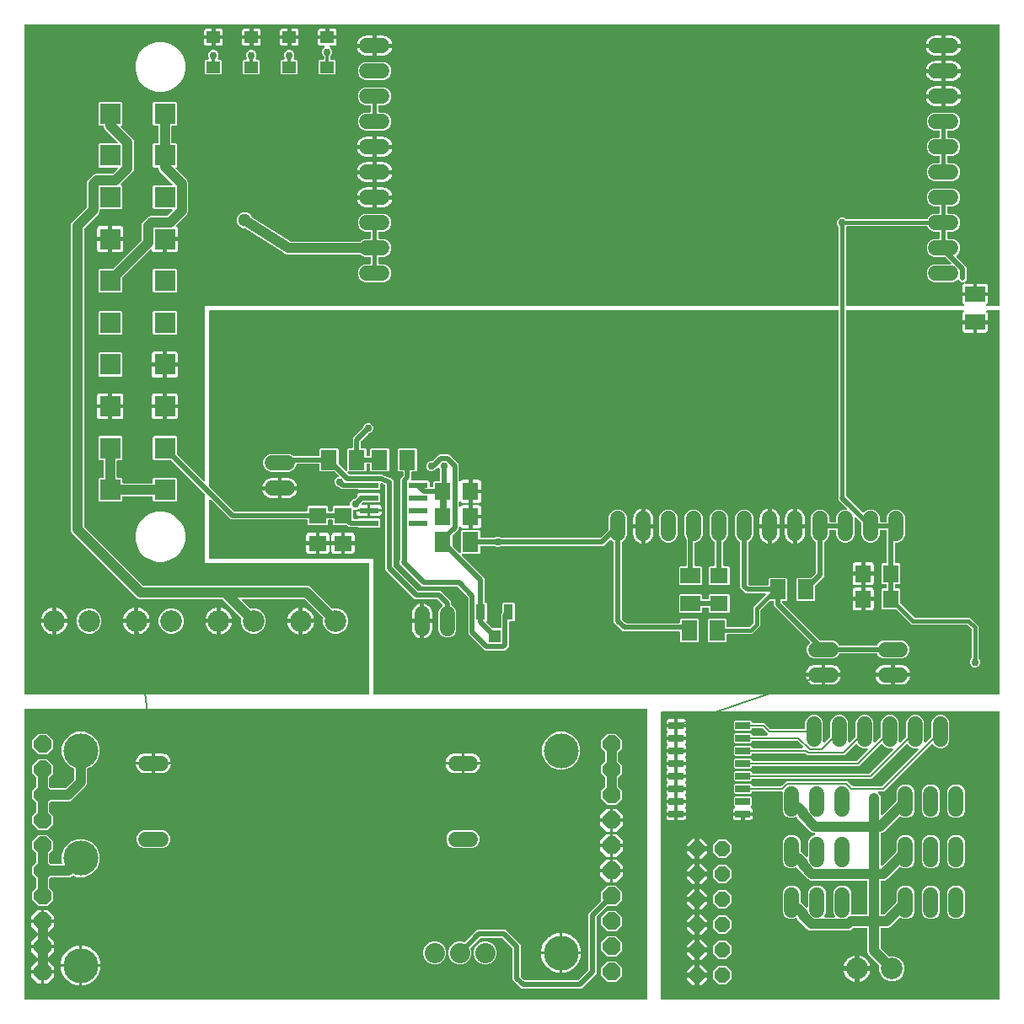
<source format=gbr>
G04 EAGLE Gerber X2 export*
G75*
%MOMM*%
%FSLAX34Y34*%
%LPD*%
%AMOC8*
5,1,8,0,0,1.08239X$1,22.5*%
G01*
%ADD10C,3.500000*%
%ADD11C,2.032000*%
%ADD12P,1.924489X8X22.500000*%
%ADD13C,1.508000*%
%ADD14R,1.981200X0.558800*%
%ADD15R,1.800000X1.600000*%
%ADD16R,1.600000X2.000000*%
%ADD17R,0.900000X1.600000*%
%ADD18R,1.300000X1.300000*%
%ADD19R,2.100000X2.100000*%
%ADD20R,1.600000X1.800000*%
%ADD21R,2.000000X1.600000*%
%ADD22C,2.184400*%
%ADD23C,1.524000*%
%ADD24R,1.400000X1.200000*%
%ADD25R,1.500000X0.700000*%
%ADD26P,1.649562X8X112.500000*%
%ADD27C,0.500000*%
%ADD28C,1.000000*%
%ADD29C,0.152400*%
%ADD30C,0.400000*%
%ADD31C,0.756400*%
%ADD32C,1.300000*%
%ADD33C,0.300000*%
%ADD34C,0.200000*%

G36*
X355658Y316493D02*
X355658Y316493D01*
X355716Y316491D01*
X355798Y316513D01*
X355882Y316525D01*
X355935Y316549D01*
X355991Y316563D01*
X356064Y316606D01*
X356141Y316641D01*
X356186Y316679D01*
X356236Y316709D01*
X356294Y316770D01*
X356358Y316825D01*
X356390Y316873D01*
X356430Y316916D01*
X356469Y316991D01*
X356516Y317061D01*
X356533Y317117D01*
X356560Y317169D01*
X356571Y317237D01*
X356601Y317332D01*
X356604Y317432D01*
X356615Y317500D01*
X356615Y447675D01*
X356607Y447733D01*
X356609Y447791D01*
X356587Y447873D01*
X356575Y447957D01*
X356552Y448010D01*
X356537Y448066D01*
X356494Y448139D01*
X356459Y448216D01*
X356421Y448261D01*
X356392Y448311D01*
X356330Y448369D01*
X356276Y448433D01*
X356227Y448465D01*
X356184Y448505D01*
X356109Y448544D01*
X356039Y448591D01*
X355983Y448608D01*
X355931Y448635D01*
X355863Y448646D01*
X355768Y448676D01*
X355668Y448679D01*
X355600Y448690D01*
X191515Y448690D01*
X191515Y517897D01*
X191503Y517984D01*
X191500Y518071D01*
X191483Y518124D01*
X191475Y518179D01*
X191440Y518259D01*
X191413Y518342D01*
X191385Y518381D01*
X191359Y518438D01*
X191263Y518552D01*
X191218Y518615D01*
X157955Y551878D01*
X157886Y551930D01*
X157822Y551990D01*
X157772Y552016D01*
X157728Y552049D01*
X157646Y552080D01*
X157568Y552120D01*
X157521Y552128D01*
X157462Y552150D01*
X157315Y552162D01*
X157237Y552175D01*
X140193Y552175D01*
X139300Y553068D01*
X139300Y575332D01*
X140193Y576225D01*
X162457Y576225D01*
X163350Y575332D01*
X163350Y558288D01*
X163362Y558201D01*
X163365Y558114D01*
X163382Y558061D01*
X163390Y558006D01*
X163425Y557926D01*
X163452Y557843D01*
X163480Y557804D01*
X163506Y557747D01*
X163602Y557633D01*
X163647Y557570D01*
X189782Y531435D01*
X189806Y531417D01*
X189825Y531395D01*
X189919Y531332D01*
X190009Y531264D01*
X190037Y531253D01*
X190061Y531237D01*
X190169Y531203D01*
X190275Y531163D01*
X190304Y531160D01*
X190332Y531151D01*
X190446Y531148D01*
X190558Y531139D01*
X190587Y531145D01*
X190616Y531144D01*
X190726Y531173D01*
X190837Y531195D01*
X190863Y531208D01*
X190891Y531216D01*
X190989Y531274D01*
X191089Y531326D01*
X191111Y531346D01*
X191136Y531361D01*
X191213Y531444D01*
X191295Y531522D01*
X191310Y531547D01*
X191330Y531568D01*
X191382Y531669D01*
X191439Y531767D01*
X191446Y531795D01*
X191460Y531822D01*
X191473Y531899D01*
X191509Y532043D01*
X191507Y532105D01*
X191515Y532153D01*
X191515Y707010D01*
X827310Y707010D01*
X827368Y707018D01*
X827426Y707016D01*
X827508Y707038D01*
X827592Y707050D01*
X827645Y707074D01*
X827701Y707088D01*
X827774Y707131D01*
X827851Y707166D01*
X827896Y707204D01*
X827946Y707234D01*
X828004Y707295D01*
X828068Y707350D01*
X828100Y707398D01*
X828140Y707441D01*
X828179Y707516D01*
X828226Y707586D01*
X828243Y707642D01*
X828270Y707694D01*
X828281Y707762D01*
X828311Y707857D01*
X828314Y707957D01*
X828325Y708025D01*
X828325Y786174D01*
X828313Y786261D01*
X828310Y786348D01*
X828293Y786401D01*
X828285Y786456D01*
X828250Y786536D01*
X828223Y786619D01*
X828195Y786658D01*
X828169Y786715D01*
X828073Y786829D01*
X828028Y786892D01*
X827351Y787569D01*
X826543Y789519D01*
X826543Y791631D01*
X827351Y793581D01*
X828844Y795074D01*
X830794Y795882D01*
X832906Y795882D01*
X834856Y795074D01*
X835533Y794397D01*
X835603Y794345D01*
X835666Y794285D01*
X835716Y794259D01*
X835760Y794226D01*
X835842Y794195D01*
X835920Y794155D01*
X835967Y794147D01*
X836026Y794125D01*
X836173Y794113D01*
X836251Y794100D01*
X916713Y794100D01*
X916715Y794100D01*
X916717Y794100D01*
X916857Y794120D01*
X916995Y794140D01*
X916996Y794140D01*
X916998Y794140D01*
X917128Y794199D01*
X917254Y794256D01*
X917256Y794257D01*
X917257Y794258D01*
X917364Y794348D01*
X917471Y794439D01*
X917472Y794441D01*
X917473Y794442D01*
X917481Y794454D01*
X917629Y794676D01*
X917638Y794705D01*
X917651Y794726D01*
X918077Y795755D01*
X920650Y798328D01*
X924011Y799720D01*
X928910Y799720D01*
X928968Y799728D01*
X929026Y799726D01*
X929108Y799748D01*
X929192Y799760D01*
X929245Y799783D01*
X929301Y799798D01*
X929374Y799841D01*
X929451Y799876D01*
X929496Y799914D01*
X929546Y799943D01*
X929604Y800005D01*
X929668Y800059D01*
X929700Y800108D01*
X929740Y800151D01*
X929779Y800226D01*
X929826Y800296D01*
X929843Y800352D01*
X929870Y800404D01*
X929881Y800472D01*
X929911Y800567D01*
X929914Y800667D01*
X929925Y800735D01*
X929925Y805815D01*
X929917Y805873D01*
X929919Y805931D01*
X929897Y806013D01*
X929885Y806097D01*
X929862Y806150D01*
X929847Y806206D01*
X929804Y806279D01*
X929769Y806356D01*
X929731Y806401D01*
X929702Y806451D01*
X929640Y806509D01*
X929586Y806573D01*
X929537Y806605D01*
X929494Y806645D01*
X929419Y806684D01*
X929349Y806731D01*
X929293Y806748D01*
X929241Y806775D01*
X929173Y806786D01*
X929078Y806816D01*
X928978Y806819D01*
X928910Y806830D01*
X924011Y806830D01*
X920650Y808222D01*
X918077Y810795D01*
X916685Y814156D01*
X916685Y817794D01*
X918077Y821155D01*
X920650Y823728D01*
X924011Y825120D01*
X942889Y825120D01*
X946250Y823728D01*
X948823Y821155D01*
X950215Y817794D01*
X950215Y814156D01*
X948823Y810795D01*
X946250Y808222D01*
X942889Y806830D01*
X937990Y806830D01*
X937932Y806822D01*
X937874Y806824D01*
X937792Y806802D01*
X937708Y806790D01*
X937655Y806767D01*
X937599Y806752D01*
X937526Y806709D01*
X937449Y806674D01*
X937404Y806636D01*
X937354Y806607D01*
X937296Y806545D01*
X937232Y806491D01*
X937200Y806442D01*
X937160Y806399D01*
X937121Y806324D01*
X937074Y806254D01*
X937057Y806198D01*
X937030Y806146D01*
X937019Y806078D01*
X936989Y805983D01*
X936986Y805883D01*
X936975Y805815D01*
X936975Y800735D01*
X936982Y800681D01*
X936981Y800643D01*
X936982Y800641D01*
X936981Y800619D01*
X937003Y800537D01*
X937015Y800453D01*
X937038Y800400D01*
X937053Y800344D01*
X937096Y800271D01*
X937131Y800194D01*
X937169Y800149D01*
X937198Y800099D01*
X937260Y800041D01*
X937314Y799977D01*
X937363Y799945D01*
X937406Y799905D01*
X937481Y799866D01*
X937551Y799819D01*
X937607Y799802D01*
X937659Y799775D01*
X937727Y799764D01*
X937822Y799734D01*
X937922Y799731D01*
X937990Y799720D01*
X942889Y799720D01*
X946250Y798328D01*
X948823Y795755D01*
X950215Y792394D01*
X950215Y788756D01*
X948823Y785395D01*
X946250Y782822D01*
X942889Y781430D01*
X937990Y781430D01*
X937932Y781422D01*
X937874Y781424D01*
X937792Y781402D01*
X937708Y781390D01*
X937655Y781367D01*
X937599Y781352D01*
X937526Y781309D01*
X937449Y781274D01*
X937404Y781236D01*
X937354Y781207D01*
X937296Y781145D01*
X937232Y781091D01*
X937200Y781042D01*
X937160Y780999D01*
X937121Y780924D01*
X937074Y780854D01*
X937057Y780798D01*
X937030Y780746D01*
X937019Y780678D01*
X936989Y780583D01*
X936986Y780483D01*
X936975Y780415D01*
X936975Y775335D01*
X936982Y775284D01*
X936981Y775261D01*
X936982Y775258D01*
X936981Y775219D01*
X937003Y775137D01*
X937015Y775053D01*
X937038Y775000D01*
X937053Y774944D01*
X937096Y774871D01*
X937131Y774794D01*
X937169Y774749D01*
X937198Y774699D01*
X937260Y774641D01*
X937314Y774577D01*
X937363Y774545D01*
X937406Y774505D01*
X937481Y774466D01*
X937551Y774419D01*
X937607Y774402D01*
X937659Y774375D01*
X937727Y774364D01*
X937822Y774334D01*
X937922Y774331D01*
X937990Y774320D01*
X942889Y774320D01*
X946250Y772928D01*
X948823Y770355D01*
X950215Y766994D01*
X950215Y763356D01*
X948823Y759995D01*
X946634Y757806D01*
X946621Y757789D01*
X946609Y757779D01*
X946591Y757752D01*
X946556Y757719D01*
X946513Y757646D01*
X946463Y757579D01*
X946442Y757524D01*
X946412Y757474D01*
X946392Y757392D01*
X946362Y757313D01*
X946357Y757255D01*
X946342Y757198D01*
X946345Y757114D01*
X946338Y757030D01*
X946349Y756973D01*
X946351Y756914D01*
X946377Y756834D01*
X946394Y756751D01*
X946421Y756699D01*
X946439Y756644D01*
X946479Y756587D01*
X946525Y756499D01*
X946594Y756427D01*
X946634Y756370D01*
X956739Y746265D01*
X956739Y733285D01*
X954578Y731124D01*
X954560Y731100D01*
X954538Y731081D01*
X954475Y730987D01*
X954407Y730897D01*
X954396Y730869D01*
X954380Y730845D01*
X954346Y730737D01*
X954306Y730631D01*
X954303Y730602D01*
X954294Y730574D01*
X954292Y730460D01*
X954285Y730377D01*
X954266Y730409D01*
X954207Y730517D01*
X954193Y730531D01*
X954183Y730548D01*
X954093Y730632D01*
X954007Y730719D01*
X953990Y730729D01*
X953976Y730742D01*
X953866Y730798D01*
X953759Y730858D01*
X953740Y730863D01*
X953723Y730872D01*
X953650Y730884D01*
X953482Y730923D01*
X953431Y730920D01*
X953391Y730927D01*
X951047Y730927D01*
X948819Y733155D01*
X948772Y733191D01*
X948732Y733233D01*
X948659Y733275D01*
X948592Y733326D01*
X948537Y733347D01*
X948486Y733377D01*
X948405Y733397D01*
X948326Y733427D01*
X948268Y733432D01*
X948211Y733447D01*
X948127Y733444D01*
X948043Y733451D01*
X947985Y733440D01*
X947927Y733438D01*
X947846Y733412D01*
X947764Y733395D01*
X947712Y733368D01*
X947656Y733350D01*
X947600Y733310D01*
X947512Y733264D01*
X947439Y733195D01*
X947383Y733155D01*
X946250Y732022D01*
X942889Y730630D01*
X924011Y730630D01*
X920650Y732022D01*
X918077Y734595D01*
X916685Y737956D01*
X916685Y741594D01*
X918077Y744955D01*
X920650Y747528D01*
X924011Y748920D01*
X940250Y748920D01*
X940279Y748924D01*
X940308Y748921D01*
X940419Y748944D01*
X940531Y748960D01*
X940558Y748972D01*
X940587Y748977D01*
X940687Y749029D01*
X940790Y749076D01*
X940813Y749095D01*
X940839Y749108D01*
X940921Y749186D01*
X941007Y749259D01*
X941024Y749284D01*
X941045Y749304D01*
X941102Y749402D01*
X941165Y749496D01*
X941174Y749524D01*
X941189Y749549D01*
X941217Y749659D01*
X941251Y749767D01*
X941252Y749797D01*
X941259Y749825D01*
X941255Y749938D01*
X941258Y750051D01*
X941251Y750080D01*
X941250Y750109D01*
X941215Y750217D01*
X941186Y750326D01*
X941171Y750352D01*
X941162Y750380D01*
X941117Y750443D01*
X941041Y750571D01*
X940995Y750614D01*
X940967Y750653D01*
X935887Y755733D01*
X935818Y755785D01*
X935754Y755845D01*
X935704Y755871D01*
X935660Y755904D01*
X935579Y755935D01*
X935501Y755975D01*
X935453Y755983D01*
X935395Y756005D01*
X935247Y756017D01*
X935170Y756030D01*
X924011Y756030D01*
X920650Y757422D01*
X918077Y759995D01*
X916685Y763356D01*
X916685Y766994D01*
X918077Y770355D01*
X920650Y772928D01*
X924011Y774320D01*
X928910Y774320D01*
X928968Y774328D01*
X929026Y774326D01*
X929108Y774348D01*
X929192Y774360D01*
X929245Y774383D01*
X929301Y774398D01*
X929374Y774441D01*
X929451Y774476D01*
X929496Y774514D01*
X929546Y774543D01*
X929604Y774605D01*
X929668Y774659D01*
X929700Y774708D01*
X929740Y774751D01*
X929779Y774826D01*
X929826Y774896D01*
X929843Y774952D01*
X929870Y775004D01*
X929881Y775072D01*
X929911Y775167D01*
X929914Y775267D01*
X929925Y775335D01*
X929925Y780415D01*
X929917Y780473D01*
X929919Y780531D01*
X929897Y780613D01*
X929885Y780697D01*
X929862Y780750D01*
X929847Y780806D01*
X929804Y780879D01*
X929769Y780956D01*
X929731Y781001D01*
X929702Y781051D01*
X929640Y781109D01*
X929586Y781173D01*
X929537Y781205D01*
X929494Y781245D01*
X929419Y781284D01*
X929349Y781331D01*
X929293Y781348D01*
X929241Y781375D01*
X929173Y781386D01*
X929078Y781416D01*
X928978Y781419D01*
X928910Y781430D01*
X924011Y781430D01*
X920650Y782822D01*
X918077Y785395D01*
X917651Y786424D01*
X917651Y786425D01*
X917650Y786426D01*
X917581Y786543D01*
X917507Y786668D01*
X917506Y786670D01*
X917505Y786671D01*
X917403Y786766D01*
X917300Y786864D01*
X917299Y786864D01*
X917298Y786865D01*
X917172Y786930D01*
X917048Y786994D01*
X917046Y786994D01*
X917045Y786995D01*
X917030Y786997D01*
X916769Y787049D01*
X916738Y787046D01*
X916713Y787050D01*
X836390Y787050D01*
X836332Y787042D01*
X836274Y787044D01*
X836192Y787022D01*
X836108Y787010D01*
X836055Y786987D01*
X835999Y786972D01*
X835926Y786929D01*
X835849Y786894D01*
X835804Y786856D01*
X835754Y786827D01*
X835696Y786765D01*
X835632Y786711D01*
X835600Y786662D01*
X835560Y786619D01*
X835521Y786544D01*
X835474Y786474D01*
X835457Y786418D01*
X835430Y786366D01*
X835419Y786298D01*
X835389Y786203D01*
X835386Y786103D01*
X835375Y786035D01*
X835375Y708025D01*
X835383Y707967D01*
X835381Y707909D01*
X835403Y707827D01*
X835415Y707744D01*
X835438Y707690D01*
X835453Y707634D01*
X835496Y707561D01*
X835531Y707484D01*
X835569Y707439D01*
X835598Y707389D01*
X835660Y707331D01*
X835714Y707267D01*
X835763Y707235D01*
X835806Y707195D01*
X835881Y707156D01*
X835951Y707110D01*
X836007Y707092D01*
X836059Y707065D01*
X836127Y707054D01*
X836222Y707024D01*
X836322Y707021D01*
X836390Y707010D01*
X952996Y707010D01*
X953025Y707014D01*
X953054Y707011D01*
X953165Y707034D01*
X953278Y707050D01*
X953304Y707062D01*
X953333Y707067D01*
X953434Y707120D01*
X953537Y707166D01*
X953559Y707185D01*
X953585Y707198D01*
X953668Y707276D01*
X953754Y707350D01*
X953770Y707374D01*
X953792Y707394D01*
X953849Y707492D01*
X953912Y707586D01*
X953920Y707614D01*
X953935Y707639D01*
X953963Y707749D01*
X953997Y707857D01*
X953998Y707887D01*
X954005Y707915D01*
X954002Y708028D01*
X954005Y708141D01*
X953997Y708170D01*
X953996Y708199D01*
X953961Y708307D01*
X953933Y708416D01*
X953918Y708442D01*
X953909Y708470D01*
X953863Y708534D01*
X953788Y708661D01*
X953742Y708704D01*
X953714Y708743D01*
X953167Y709290D01*
X952832Y709869D01*
X952659Y710516D01*
X952659Y716819D01*
X964184Y716819D01*
X964242Y716827D01*
X964300Y716825D01*
X964382Y716847D01*
X964465Y716859D01*
X964519Y716883D01*
X964575Y716897D01*
X964648Y716940D01*
X964725Y716975D01*
X964769Y717013D01*
X964820Y717043D01*
X964877Y717104D01*
X964942Y717159D01*
X964974Y717207D01*
X965014Y717250D01*
X965053Y717325D01*
X965099Y717395D01*
X965117Y717451D01*
X965144Y717503D01*
X965155Y717571D01*
X965185Y717666D01*
X965188Y717766D01*
X965199Y717834D01*
X965199Y718851D01*
X965201Y718851D01*
X965201Y717834D01*
X965209Y717776D01*
X965208Y717718D01*
X965229Y717636D01*
X965241Y717553D01*
X965265Y717499D01*
X965279Y717443D01*
X965322Y717370D01*
X965357Y717293D01*
X965395Y717248D01*
X965425Y717198D01*
X965486Y717140D01*
X965541Y717076D01*
X965589Y717044D01*
X965632Y717004D01*
X965707Y716965D01*
X965777Y716919D01*
X965833Y716901D01*
X965885Y716874D01*
X965953Y716863D01*
X966048Y716833D01*
X966148Y716830D01*
X966216Y716819D01*
X977741Y716819D01*
X977741Y710516D01*
X977568Y709869D01*
X977233Y709290D01*
X976686Y708743D01*
X976668Y708719D01*
X976646Y708701D01*
X976583Y708606D01*
X976515Y708516D01*
X976505Y708488D01*
X976488Y708464D01*
X976454Y708356D01*
X976414Y708250D01*
X976411Y708221D01*
X976403Y708193D01*
X976400Y708080D01*
X976390Y707967D01*
X976396Y707938D01*
X976395Y707909D01*
X976424Y707799D01*
X976446Y707688D01*
X976460Y707662D01*
X976467Y707634D01*
X976525Y707537D01*
X976577Y707436D01*
X976597Y707414D01*
X976612Y707389D01*
X976695Y707312D01*
X976773Y707230D01*
X976798Y707215D01*
X976820Y707195D01*
X976921Y707143D01*
X977018Y707086D01*
X977047Y707079D01*
X977073Y707065D01*
X977150Y707052D01*
X977294Y707016D01*
X977356Y707018D01*
X977404Y707010D01*
X988824Y707010D01*
X988881Y707018D01*
X988940Y707016D01*
X989021Y707038D01*
X989105Y707050D01*
X989158Y707074D01*
X989215Y707088D01*
X989287Y707131D01*
X989364Y707166D01*
X989409Y707204D01*
X989459Y707234D01*
X989517Y707295D01*
X989581Y707350D01*
X989614Y707398D01*
X989654Y707441D01*
X989692Y707516D01*
X989739Y707586D01*
X989757Y707642D01*
X989783Y707694D01*
X989795Y707762D01*
X989825Y707857D01*
X989827Y707957D01*
X989839Y708025D01*
X989839Y988824D01*
X989831Y988881D01*
X989832Y988940D01*
X989811Y989021D01*
X989799Y989105D01*
X989775Y989158D01*
X989760Y989215D01*
X989717Y989287D01*
X989683Y989364D01*
X989645Y989409D01*
X989615Y989459D01*
X989553Y989517D01*
X989499Y989581D01*
X989450Y989614D01*
X989408Y989654D01*
X989333Y989692D01*
X989262Y989739D01*
X989207Y989757D01*
X989155Y989783D01*
X989087Y989795D01*
X988991Y989825D01*
X988892Y989827D01*
X988824Y989839D01*
X11176Y989839D01*
X11119Y989831D01*
X11060Y989832D01*
X10979Y989811D01*
X10895Y989799D01*
X10842Y989775D01*
X10785Y989760D01*
X10713Y989717D01*
X10636Y989683D01*
X10591Y989645D01*
X10541Y989615D01*
X10483Y989553D01*
X10419Y989499D01*
X10386Y989450D01*
X10346Y989408D01*
X10308Y989333D01*
X10261Y989262D01*
X10243Y989207D01*
X10217Y989155D01*
X10205Y989087D01*
X10175Y988991D01*
X10173Y988892D01*
X10161Y988824D01*
X10161Y317500D01*
X10169Y317442D01*
X10168Y317384D01*
X10189Y317302D01*
X10201Y317219D01*
X10225Y317165D01*
X10240Y317109D01*
X10283Y317036D01*
X10317Y316959D01*
X10355Y316914D01*
X10385Y316864D01*
X10447Y316806D01*
X10501Y316742D01*
X10550Y316710D01*
X10592Y316670D01*
X10667Y316631D01*
X10738Y316585D01*
X10793Y316567D01*
X10845Y316540D01*
X10913Y316529D01*
X11009Y316499D01*
X11108Y316496D01*
X11176Y316485D01*
X355600Y316485D01*
X355658Y316493D01*
G37*
G36*
X988881Y316493D02*
X988881Y316493D01*
X988940Y316491D01*
X989021Y316513D01*
X989105Y316525D01*
X989158Y316549D01*
X989215Y316563D01*
X989287Y316606D01*
X989364Y316641D01*
X989409Y316679D01*
X989459Y316709D01*
X989517Y316770D01*
X989581Y316825D01*
X989614Y316873D01*
X989654Y316916D01*
X989692Y316991D01*
X989739Y317061D01*
X989757Y317117D01*
X989783Y317169D01*
X989795Y317237D01*
X989825Y317332D01*
X989827Y317432D01*
X989839Y317500D01*
X989839Y701675D01*
X989831Y701733D01*
X989832Y701791D01*
X989811Y701873D01*
X989799Y701957D01*
X989775Y702010D01*
X989760Y702066D01*
X989717Y702139D01*
X989683Y702216D01*
X989645Y702261D01*
X989615Y702311D01*
X989553Y702369D01*
X989499Y702433D01*
X989450Y702465D01*
X989408Y702505D01*
X989333Y702544D01*
X989262Y702591D01*
X989207Y702608D01*
X989155Y702635D01*
X989087Y702646D01*
X988991Y702676D01*
X988892Y702679D01*
X988824Y702690D01*
X977404Y702690D01*
X977375Y702686D01*
X977346Y702689D01*
X977235Y702666D01*
X977122Y702650D01*
X977096Y702638D01*
X977067Y702633D01*
X976966Y702581D01*
X976863Y702534D01*
X976841Y702515D01*
X976815Y702502D01*
X976732Y702424D01*
X976646Y702351D01*
X976630Y702326D01*
X976608Y702306D01*
X976551Y702208D01*
X976488Y702114D01*
X976480Y702086D01*
X976465Y702061D01*
X976437Y701951D01*
X976403Y701843D01*
X976402Y701813D01*
X976395Y701785D01*
X976398Y701672D01*
X976395Y701559D01*
X976403Y701530D01*
X976404Y701501D01*
X976439Y701393D01*
X976467Y701284D01*
X976482Y701258D01*
X976491Y701230D01*
X976537Y701167D01*
X976612Y701039D01*
X976658Y700996D01*
X976686Y700957D01*
X977233Y700410D01*
X977568Y699831D01*
X977741Y699184D01*
X977741Y692881D01*
X966216Y692881D01*
X966158Y692873D01*
X966100Y692874D01*
X966018Y692853D01*
X965935Y692841D01*
X965881Y692817D01*
X965825Y692803D01*
X965752Y692760D01*
X965675Y692725D01*
X965631Y692687D01*
X965580Y692657D01*
X965523Y692596D01*
X965458Y692541D01*
X965426Y692493D01*
X965386Y692450D01*
X965347Y692375D01*
X965301Y692305D01*
X965283Y692249D01*
X965256Y692197D01*
X965245Y692129D01*
X965215Y692034D01*
X965212Y691934D01*
X965201Y691866D01*
X965201Y690849D01*
X965199Y690849D01*
X965199Y691866D01*
X965191Y691924D01*
X965192Y691982D01*
X965171Y692064D01*
X965159Y692147D01*
X965135Y692201D01*
X965121Y692257D01*
X965078Y692330D01*
X965043Y692407D01*
X965005Y692451D01*
X964975Y692502D01*
X964914Y692559D01*
X964859Y692624D01*
X964811Y692656D01*
X964768Y692696D01*
X964693Y692735D01*
X964623Y692781D01*
X964567Y692799D01*
X964515Y692826D01*
X964447Y692837D01*
X964352Y692867D01*
X964252Y692870D01*
X964184Y692881D01*
X952659Y692881D01*
X952659Y699184D01*
X952832Y699831D01*
X953167Y700410D01*
X953714Y700957D01*
X953732Y700981D01*
X953754Y701000D01*
X953817Y701094D01*
X953885Y701184D01*
X953895Y701212D01*
X953912Y701236D01*
X953946Y701344D01*
X953986Y701450D01*
X953989Y701479D01*
X953997Y701507D01*
X954000Y701621D01*
X954010Y701733D01*
X954004Y701762D01*
X954005Y701791D01*
X953976Y701901D01*
X953954Y702012D01*
X953940Y702038D01*
X953933Y702066D01*
X953875Y702164D01*
X953823Y702264D01*
X953803Y702286D01*
X953788Y702311D01*
X953705Y702388D01*
X953627Y702470D01*
X953602Y702485D01*
X953580Y702505D01*
X953479Y702557D01*
X953382Y702614D01*
X953353Y702621D01*
X953327Y702635D01*
X953250Y702648D01*
X953106Y702684D01*
X953044Y702682D01*
X952996Y702690D01*
X836390Y702690D01*
X836332Y702682D01*
X836274Y702684D01*
X836192Y702662D01*
X836108Y702650D01*
X836055Y702627D01*
X835999Y702612D01*
X835926Y702569D01*
X835849Y702534D01*
X835804Y702496D01*
X835754Y702467D01*
X835696Y702405D01*
X835632Y702351D01*
X835600Y702302D01*
X835560Y702259D01*
X835521Y702184D01*
X835474Y702114D01*
X835457Y702058D01*
X835430Y702006D01*
X835419Y701938D01*
X835389Y701843D01*
X835386Y701743D01*
X835375Y701675D01*
X835375Y516938D01*
X835387Y516851D01*
X835390Y516764D01*
X835407Y516711D01*
X835415Y516656D01*
X835450Y516576D01*
X835477Y516493D01*
X835505Y516454D01*
X835531Y516397D01*
X835627Y516283D01*
X835672Y516220D01*
X852373Y499519D01*
X852420Y499483D01*
X852460Y499441D01*
X852487Y499425D01*
X852498Y499415D01*
X852539Y499394D01*
X852601Y499348D01*
X852655Y499327D01*
X852706Y499297D01*
X852750Y499286D01*
X852752Y499285D01*
X852755Y499285D01*
X852787Y499276D01*
X852866Y499246D01*
X852925Y499242D01*
X852981Y499227D01*
X853065Y499230D01*
X853149Y499223D01*
X853207Y499234D01*
X853265Y499236D01*
X853346Y499262D01*
X853428Y499279D01*
X853480Y499306D01*
X853536Y499324D01*
X853592Y499364D01*
X853596Y499366D01*
X853641Y499386D01*
X853650Y499394D01*
X853681Y499410D01*
X853753Y499478D01*
X853809Y499519D01*
X855290Y501000D01*
X858622Y502380D01*
X862228Y502380D01*
X865560Y501000D01*
X868110Y498450D01*
X869490Y495118D01*
X869490Y490815D01*
X869498Y490757D01*
X869496Y490699D01*
X869518Y490617D01*
X869530Y490533D01*
X869553Y490480D01*
X869568Y490424D01*
X869611Y490351D01*
X869646Y490274D01*
X869684Y490229D01*
X869713Y490179D01*
X869775Y490121D01*
X869829Y490057D01*
X869878Y490025D01*
X869921Y489985D01*
X869996Y489946D01*
X870066Y489899D01*
X870122Y489882D01*
X870174Y489855D01*
X870242Y489844D01*
X870337Y489814D01*
X870437Y489811D01*
X870505Y489800D01*
X875745Y489800D01*
X875803Y489808D01*
X875861Y489806D01*
X875943Y489828D01*
X876027Y489840D01*
X876080Y489863D01*
X876136Y489878D01*
X876209Y489921D01*
X876286Y489956D01*
X876331Y489994D01*
X876381Y490023D01*
X876439Y490085D01*
X876503Y490139D01*
X876535Y490188D01*
X876575Y490231D01*
X876614Y490306D01*
X876661Y490376D01*
X876678Y490432D01*
X876705Y490484D01*
X876716Y490552D01*
X876746Y490647D01*
X876749Y490747D01*
X876760Y490815D01*
X876760Y495118D01*
X878140Y498450D01*
X880690Y501000D01*
X884022Y502380D01*
X887628Y502380D01*
X890960Y501000D01*
X893510Y498450D01*
X894890Y495118D01*
X894890Y476432D01*
X893510Y473100D01*
X890960Y470550D01*
X887628Y469170D01*
X885815Y469170D01*
X885757Y469162D01*
X885699Y469164D01*
X885617Y469142D01*
X885533Y469130D01*
X885480Y469107D01*
X885424Y469092D01*
X885351Y469049D01*
X885274Y469014D01*
X885229Y468976D01*
X885179Y468947D01*
X885121Y468885D01*
X885057Y468831D01*
X885025Y468782D01*
X884985Y468739D01*
X884946Y468664D01*
X884899Y468594D01*
X884882Y468538D01*
X884855Y468486D01*
X884844Y468418D01*
X884814Y468323D01*
X884811Y468223D01*
X884800Y468155D01*
X884800Y449690D01*
X884808Y449632D01*
X884806Y449574D01*
X884828Y449492D01*
X884840Y449408D01*
X884863Y449355D01*
X884878Y449299D01*
X884921Y449226D01*
X884956Y449149D01*
X884994Y449104D01*
X885023Y449054D01*
X885085Y448996D01*
X885139Y448932D01*
X885188Y448900D01*
X885231Y448860D01*
X885306Y448821D01*
X885376Y448774D01*
X885432Y448757D01*
X885484Y448730D01*
X885552Y448719D01*
X885647Y448689D01*
X885747Y448686D01*
X885815Y448675D01*
X889407Y448675D01*
X890300Y447782D01*
X890300Y428518D01*
X889407Y427625D01*
X885815Y427625D01*
X885757Y427617D01*
X885699Y427619D01*
X885617Y427597D01*
X885533Y427585D01*
X885480Y427562D01*
X885424Y427547D01*
X885351Y427504D01*
X885274Y427469D01*
X885229Y427431D01*
X885179Y427402D01*
X885121Y427340D01*
X885057Y427286D01*
X885025Y427237D01*
X884985Y427194D01*
X884946Y427119D01*
X884899Y427049D01*
X884882Y426993D01*
X884855Y426941D01*
X884844Y426873D01*
X884814Y426778D01*
X884811Y426678D01*
X884800Y426610D01*
X884800Y424290D01*
X884808Y424232D01*
X884806Y424174D01*
X884828Y424092D01*
X884840Y424008D01*
X884863Y423955D01*
X884878Y423899D01*
X884921Y423826D01*
X884956Y423749D01*
X884994Y423704D01*
X885023Y423654D01*
X885085Y423596D01*
X885139Y423532D01*
X885188Y423500D01*
X885231Y423460D01*
X885306Y423421D01*
X885376Y423374D01*
X885432Y423357D01*
X885484Y423330D01*
X885552Y423319D01*
X885647Y423289D01*
X885747Y423286D01*
X885815Y423275D01*
X889407Y423275D01*
X890300Y422382D01*
X890300Y408631D01*
X890312Y408544D01*
X890315Y408456D01*
X890332Y408404D01*
X890340Y408349D01*
X890375Y408269D01*
X890402Y408186D01*
X890430Y408147D01*
X890456Y408090D01*
X890552Y407976D01*
X890597Y407913D01*
X904163Y394347D01*
X904233Y394295D01*
X904296Y394235D01*
X904346Y394209D01*
X904390Y394176D01*
X904472Y394145D01*
X904549Y394105D01*
X904597Y394097D01*
X904656Y394075D01*
X904803Y394063D01*
X904881Y394050D01*
X960310Y394050D01*
X968725Y385635D01*
X968725Y353651D01*
X968737Y353564D01*
X968740Y353477D01*
X968757Y353424D01*
X968765Y353369D01*
X968800Y353289D01*
X968827Y353206D01*
X968855Y353167D01*
X968881Y353110D01*
X968977Y352996D01*
X969022Y352933D01*
X969699Y352256D01*
X970507Y350306D01*
X970507Y348194D01*
X969699Y346244D01*
X968206Y344751D01*
X966256Y343943D01*
X964144Y343943D01*
X962194Y344751D01*
X960701Y346244D01*
X959893Y348194D01*
X959893Y350306D01*
X960701Y352256D01*
X961378Y352933D01*
X961430Y353003D01*
X961490Y353066D01*
X961516Y353116D01*
X961549Y353160D01*
X961580Y353242D01*
X961620Y353320D01*
X961628Y353367D01*
X961650Y353426D01*
X961662Y353573D01*
X961675Y353651D01*
X961675Y382294D01*
X961663Y382381D01*
X961660Y382468D01*
X961643Y382521D01*
X961635Y382576D01*
X961600Y382656D01*
X961573Y382739D01*
X961545Y382778D01*
X961519Y382835D01*
X961423Y382949D01*
X961378Y383012D01*
X957687Y386703D01*
X957618Y386755D01*
X957554Y386815D01*
X957504Y386841D01*
X957460Y386874D01*
X957378Y386905D01*
X957301Y386945D01*
X957253Y386953D01*
X957194Y386975D01*
X957047Y386987D01*
X956969Y387000D01*
X901540Y387000D01*
X899178Y389362D01*
X886612Y401928D01*
X886542Y401980D01*
X886479Y402040D01*
X886429Y402066D01*
X886385Y402099D01*
X886303Y402130D01*
X886226Y402170D01*
X886178Y402178D01*
X886120Y402200D01*
X885972Y402212D01*
X885894Y402225D01*
X872143Y402225D01*
X871250Y403118D01*
X871250Y422382D01*
X872143Y423275D01*
X875735Y423275D01*
X875793Y423283D01*
X875851Y423281D01*
X875933Y423303D01*
X876017Y423315D01*
X876070Y423338D01*
X876126Y423353D01*
X876199Y423396D01*
X876276Y423431D01*
X876321Y423469D01*
X876371Y423498D01*
X876429Y423560D01*
X876493Y423614D01*
X876525Y423663D01*
X876565Y423706D01*
X876604Y423781D01*
X876651Y423851D01*
X876668Y423907D01*
X876695Y423959D01*
X876706Y424027D01*
X876736Y424122D01*
X876739Y424222D01*
X876750Y424290D01*
X876750Y426610D01*
X876742Y426668D01*
X876744Y426726D01*
X876722Y426808D01*
X876710Y426892D01*
X876687Y426945D01*
X876672Y427001D01*
X876629Y427074D01*
X876594Y427151D01*
X876556Y427196D01*
X876527Y427246D01*
X876465Y427304D01*
X876411Y427368D01*
X876362Y427400D01*
X876319Y427440D01*
X876244Y427479D01*
X876174Y427526D01*
X876118Y427543D01*
X876066Y427570D01*
X875998Y427581D01*
X875903Y427611D01*
X875803Y427614D01*
X875735Y427625D01*
X872143Y427625D01*
X871250Y428518D01*
X871250Y447782D01*
X872143Y448675D01*
X875735Y448675D01*
X875793Y448683D01*
X875851Y448681D01*
X875933Y448703D01*
X876017Y448715D01*
X876070Y448738D01*
X876126Y448753D01*
X876199Y448796D01*
X876276Y448831D01*
X876321Y448869D01*
X876371Y448898D01*
X876429Y448960D01*
X876493Y449014D01*
X876525Y449063D01*
X876565Y449106D01*
X876604Y449181D01*
X876651Y449251D01*
X876668Y449307D01*
X876695Y449359D01*
X876706Y449427D01*
X876736Y449522D01*
X876739Y449622D01*
X876750Y449690D01*
X876750Y480735D01*
X876742Y480793D01*
X876744Y480851D01*
X876722Y480933D01*
X876710Y481017D01*
X876687Y481070D01*
X876672Y481126D01*
X876629Y481199D01*
X876594Y481276D01*
X876556Y481321D01*
X876527Y481371D01*
X876465Y481429D01*
X876411Y481493D01*
X876362Y481525D01*
X876319Y481565D01*
X876244Y481604D01*
X876174Y481651D01*
X876118Y481668D01*
X876066Y481695D01*
X875998Y481706D01*
X875903Y481736D01*
X875803Y481739D01*
X875735Y481750D01*
X870505Y481750D01*
X870447Y481742D01*
X870389Y481744D01*
X870307Y481722D01*
X870223Y481710D01*
X870170Y481687D01*
X870114Y481672D01*
X870041Y481629D01*
X869964Y481594D01*
X869919Y481556D01*
X869869Y481527D01*
X869811Y481465D01*
X869747Y481411D01*
X869715Y481362D01*
X869675Y481319D01*
X869636Y481244D01*
X869589Y481174D01*
X869572Y481118D01*
X869545Y481066D01*
X869534Y480998D01*
X869504Y480903D01*
X869501Y480803D01*
X869490Y480735D01*
X869490Y476432D01*
X868110Y473100D01*
X865560Y470550D01*
X862228Y469170D01*
X858622Y469170D01*
X855290Y470550D01*
X852740Y473100D01*
X851360Y476432D01*
X851360Y488727D01*
X851348Y488814D01*
X851345Y488901D01*
X851328Y488954D01*
X851320Y489009D01*
X851285Y489089D01*
X851258Y489172D01*
X851230Y489211D01*
X851204Y489268D01*
X851108Y489381D01*
X851063Y489445D01*
X845823Y494685D01*
X845799Y494703D01*
X845780Y494725D01*
X845686Y494788D01*
X845596Y494856D01*
X845568Y494867D01*
X845544Y494883D01*
X845436Y494917D01*
X845330Y494957D01*
X845301Y494960D01*
X845273Y494969D01*
X845159Y494972D01*
X845047Y494981D01*
X845018Y494975D01*
X844989Y494976D01*
X844879Y494947D01*
X844768Y494925D01*
X844742Y494912D01*
X844714Y494904D01*
X844616Y494846D01*
X844516Y494794D01*
X844494Y494774D01*
X844469Y494759D01*
X844392Y494676D01*
X844310Y494598D01*
X844295Y494573D01*
X844275Y494552D01*
X844223Y494451D01*
X844166Y494353D01*
X844159Y494325D01*
X844145Y494298D01*
X844132Y494221D01*
X844096Y494078D01*
X844098Y494015D01*
X844090Y493967D01*
X844090Y476432D01*
X842710Y473100D01*
X840160Y470550D01*
X836828Y469170D01*
X833222Y469170D01*
X829890Y470550D01*
X827340Y473100D01*
X825960Y476432D01*
X825960Y480735D01*
X825952Y480793D01*
X825954Y480851D01*
X825932Y480933D01*
X825920Y481017D01*
X825897Y481070D01*
X825882Y481126D01*
X825839Y481199D01*
X825804Y481276D01*
X825766Y481321D01*
X825737Y481371D01*
X825675Y481429D01*
X825621Y481493D01*
X825572Y481525D01*
X825529Y481565D01*
X825454Y481604D01*
X825384Y481651D01*
X825328Y481668D01*
X825276Y481695D01*
X825208Y481706D01*
X825113Y481736D01*
X825013Y481739D01*
X824945Y481750D01*
X819705Y481750D01*
X819647Y481742D01*
X819589Y481744D01*
X819507Y481722D01*
X819423Y481710D01*
X819370Y481687D01*
X819314Y481672D01*
X819241Y481629D01*
X819164Y481594D01*
X819119Y481556D01*
X819069Y481527D01*
X819011Y481465D01*
X818947Y481411D01*
X818915Y481362D01*
X818875Y481319D01*
X818836Y481244D01*
X818789Y481174D01*
X818772Y481118D01*
X818745Y481066D01*
X818734Y480998D01*
X818704Y480903D01*
X818701Y480803D01*
X818690Y480735D01*
X818690Y476432D01*
X817310Y473100D01*
X814760Y470550D01*
X814276Y470350D01*
X814275Y470349D01*
X814274Y470349D01*
X814155Y470279D01*
X814032Y470206D01*
X814031Y470204D01*
X814029Y470204D01*
X813930Y470098D01*
X813836Y469999D01*
X813836Y469998D01*
X813835Y469996D01*
X813770Y469871D01*
X813706Y469746D01*
X813706Y469745D01*
X813705Y469743D01*
X813703Y469728D01*
X813651Y469467D01*
X813654Y469437D01*
X813650Y469412D01*
X813650Y435183D01*
X804872Y426405D01*
X804820Y426335D01*
X804760Y426272D01*
X804734Y426222D01*
X804701Y426178D01*
X804670Y426096D01*
X804630Y426018D01*
X804622Y425971D01*
X804600Y425912D01*
X804588Y425765D01*
X804575Y425687D01*
X804575Y411643D01*
X803682Y410750D01*
X786418Y410750D01*
X785525Y411643D01*
X785525Y432907D01*
X786418Y433800D01*
X800462Y433800D01*
X800549Y433812D01*
X800636Y433815D01*
X800689Y433832D01*
X800744Y433840D01*
X800824Y433875D01*
X800907Y433902D01*
X800946Y433930D01*
X801003Y433956D01*
X801117Y434052D01*
X801180Y434097D01*
X805303Y438220D01*
X805355Y438290D01*
X805415Y438353D01*
X805441Y438403D01*
X805474Y438447D01*
X805505Y438529D01*
X805545Y438607D01*
X805553Y438654D01*
X805575Y438713D01*
X805587Y438860D01*
X805600Y438938D01*
X805600Y469412D01*
X805600Y469414D01*
X805600Y469415D01*
X805580Y469555D01*
X805560Y469694D01*
X805560Y469695D01*
X805560Y469697D01*
X805503Y469823D01*
X805444Y469953D01*
X805443Y469954D01*
X805442Y469956D01*
X805351Y470063D01*
X805261Y470170D01*
X805259Y470171D01*
X805258Y470172D01*
X805245Y470180D01*
X805024Y470328D01*
X804995Y470337D01*
X804974Y470350D01*
X804490Y470550D01*
X801940Y473100D01*
X800560Y476432D01*
X800560Y495118D01*
X801940Y498450D01*
X804490Y501000D01*
X807822Y502380D01*
X811428Y502380D01*
X814760Y501000D01*
X817310Y498450D01*
X818690Y495118D01*
X818690Y490815D01*
X818698Y490757D01*
X818696Y490699D01*
X818718Y490617D01*
X818730Y490533D01*
X818753Y490480D01*
X818768Y490424D01*
X818811Y490351D01*
X818846Y490274D01*
X818884Y490229D01*
X818913Y490179D01*
X818975Y490121D01*
X819029Y490057D01*
X819078Y490025D01*
X819121Y489985D01*
X819196Y489946D01*
X819266Y489899D01*
X819322Y489882D01*
X819374Y489855D01*
X819442Y489844D01*
X819537Y489814D01*
X819637Y489811D01*
X819705Y489800D01*
X824945Y489800D01*
X825003Y489808D01*
X825061Y489806D01*
X825143Y489828D01*
X825227Y489840D01*
X825280Y489863D01*
X825336Y489878D01*
X825409Y489921D01*
X825486Y489956D01*
X825531Y489994D01*
X825581Y490023D01*
X825639Y490085D01*
X825703Y490139D01*
X825735Y490188D01*
X825775Y490231D01*
X825814Y490306D01*
X825861Y490376D01*
X825878Y490432D01*
X825905Y490484D01*
X825916Y490552D01*
X825946Y490647D01*
X825949Y490747D01*
X825960Y490815D01*
X825960Y495118D01*
X827340Y498450D01*
X829890Y501000D01*
X833222Y502380D01*
X835677Y502380D01*
X835707Y502384D01*
X835736Y502381D01*
X835847Y502404D01*
X835959Y502420D01*
X835986Y502432D01*
X836014Y502437D01*
X836115Y502489D01*
X836218Y502536D01*
X836241Y502555D01*
X836267Y502568D01*
X836349Y502646D01*
X836435Y502719D01*
X836452Y502744D01*
X836473Y502764D01*
X836530Y502862D01*
X836593Y502956D01*
X836602Y502984D01*
X836617Y503009D01*
X836644Y503119D01*
X836679Y503227D01*
X836679Y503257D01*
X836687Y503285D01*
X836683Y503398D01*
X836686Y503511D01*
X836679Y503540D01*
X836678Y503569D01*
X836643Y503677D01*
X836614Y503786D01*
X836599Y503812D01*
X836590Y503840D01*
X836545Y503903D01*
X836469Y504031D01*
X836423Y504074D01*
X836395Y504113D01*
X827825Y512683D01*
X827825Y516017D01*
X828028Y516220D01*
X828080Y516290D01*
X828140Y516353D01*
X828166Y516403D01*
X828199Y516447D01*
X828230Y516529D01*
X828270Y516607D01*
X828278Y516654D01*
X828300Y516713D01*
X828312Y516860D01*
X828325Y516938D01*
X828325Y701675D01*
X828317Y701733D01*
X828319Y701791D01*
X828297Y701873D01*
X828285Y701957D01*
X828262Y702010D01*
X828247Y702066D01*
X828204Y702139D01*
X828169Y702216D01*
X828131Y702261D01*
X828102Y702311D01*
X828040Y702369D01*
X827986Y702433D01*
X827937Y702465D01*
X827894Y702505D01*
X827819Y702544D01*
X827749Y702591D01*
X827693Y702608D01*
X827641Y702635D01*
X827573Y702646D01*
X827478Y702676D01*
X827378Y702679D01*
X827310Y702690D01*
X196850Y702690D01*
X196792Y702682D01*
X196734Y702684D01*
X196652Y702662D01*
X196569Y702650D01*
X196515Y702627D01*
X196459Y702612D01*
X196386Y702569D01*
X196309Y702534D01*
X196264Y702496D01*
X196214Y702467D01*
X196156Y702405D01*
X196092Y702351D01*
X196060Y702302D01*
X196020Y702259D01*
X195981Y702184D01*
X195935Y702114D01*
X195917Y702058D01*
X195890Y702006D01*
X195879Y701938D01*
X195849Y701843D01*
X195846Y701743D01*
X195835Y701675D01*
X195835Y525803D01*
X195847Y525716D01*
X195850Y525629D01*
X195867Y525576D01*
X195875Y525521D01*
X195910Y525441D01*
X195937Y525358D01*
X195965Y525319D01*
X195991Y525262D01*
X196087Y525148D01*
X196132Y525085D01*
X220295Y500922D01*
X220365Y500870D01*
X220428Y500810D01*
X220478Y500784D01*
X220522Y500751D01*
X220604Y500720D01*
X220682Y500680D01*
X220729Y500672D01*
X220788Y500650D01*
X220935Y500638D01*
X221013Y500625D01*
X293260Y500625D01*
X293318Y500633D01*
X293376Y500631D01*
X293458Y500653D01*
X293542Y500665D01*
X293595Y500688D01*
X293651Y500703D01*
X293724Y500746D01*
X293801Y500781D01*
X293846Y500819D01*
X293896Y500848D01*
X293954Y500910D01*
X294018Y500964D01*
X294050Y501013D01*
X294090Y501056D01*
X294129Y501131D01*
X294176Y501201D01*
X294193Y501257D01*
X294220Y501309D01*
X294231Y501377D01*
X294261Y501472D01*
X294264Y501572D01*
X294275Y501640D01*
X294275Y505232D01*
X295168Y506125D01*
X314432Y506125D01*
X315325Y505232D01*
X315325Y501640D01*
X315333Y501582D01*
X315331Y501524D01*
X315353Y501442D01*
X315365Y501358D01*
X315388Y501305D01*
X315403Y501249D01*
X315446Y501176D01*
X315481Y501099D01*
X315519Y501054D01*
X315548Y501004D01*
X315610Y500946D01*
X315664Y500882D01*
X315713Y500850D01*
X315756Y500810D01*
X315831Y500771D01*
X315901Y500724D01*
X315957Y500707D01*
X316009Y500680D01*
X316077Y500669D01*
X316172Y500639D01*
X316272Y500636D01*
X316340Y500625D01*
X318660Y500625D01*
X318718Y500633D01*
X318776Y500631D01*
X318858Y500653D01*
X318942Y500665D01*
X318995Y500688D01*
X319051Y500703D01*
X319124Y500746D01*
X319201Y500781D01*
X319246Y500819D01*
X319296Y500848D01*
X319354Y500910D01*
X319418Y500964D01*
X319450Y501013D01*
X319490Y501056D01*
X319529Y501131D01*
X319576Y501201D01*
X319593Y501257D01*
X319620Y501309D01*
X319631Y501377D01*
X319661Y501472D01*
X319664Y501572D01*
X319675Y501640D01*
X319675Y505232D01*
X320568Y506125D01*
X336382Y506125D01*
X336440Y506133D01*
X336498Y506131D01*
X336580Y506153D01*
X336664Y506165D01*
X336717Y506188D01*
X336774Y506203D01*
X336846Y506246D01*
X336923Y506281D01*
X336968Y506319D01*
X337018Y506348D01*
X337076Y506410D01*
X337140Y506464D01*
X337172Y506513D01*
X337212Y506556D01*
X337251Y506631D01*
X337298Y506701D01*
X337315Y506757D01*
X337342Y506809D01*
X337353Y506877D01*
X337383Y506972D01*
X337386Y507072D01*
X337397Y507140D01*
X337397Y508860D01*
X338205Y510810D01*
X339698Y512303D01*
X341649Y513111D01*
X341730Y513111D01*
X341832Y513125D01*
X341935Y513132D01*
X341972Y513145D01*
X342012Y513151D01*
X342105Y513193D01*
X342203Y513227D01*
X342231Y513249D01*
X342271Y513267D01*
X342418Y513391D01*
X342470Y513431D01*
X344558Y515652D01*
X344599Y515710D01*
X344649Y515763D01*
X344681Y515826D01*
X344722Y515884D01*
X344744Y515949D01*
X344746Y515951D01*
X344772Y516001D01*
X344805Y516045D01*
X344836Y516126D01*
X344876Y516204D01*
X344884Y516252D01*
X344906Y516310D01*
X344918Y516458D01*
X344931Y516535D01*
X344931Y517776D01*
X345824Y518669D01*
X366900Y518669D01*
X367793Y517776D01*
X367793Y510924D01*
X366900Y510031D01*
X350761Y510031D01*
X350659Y510017D01*
X350556Y510010D01*
X350519Y509997D01*
X350480Y509991D01*
X350386Y509949D01*
X350289Y509915D01*
X350260Y509893D01*
X350220Y509875D01*
X350074Y509751D01*
X350021Y509711D01*
X349066Y508695D01*
X349058Y508684D01*
X349048Y508675D01*
X348977Y508569D01*
X348902Y508463D01*
X348898Y508450D01*
X348890Y508439D01*
X348852Y508316D01*
X348809Y508194D01*
X348809Y508181D01*
X348805Y508168D01*
X348801Y508039D01*
X348794Y507911D01*
X348798Y507897D01*
X348797Y507884D01*
X348830Y507760D01*
X348859Y507634D01*
X348866Y507622D01*
X348869Y507609D01*
X348934Y507499D01*
X348998Y507385D01*
X349007Y507376D01*
X349014Y507364D01*
X349108Y507276D01*
X349200Y507185D01*
X349212Y507179D01*
X349222Y507170D01*
X349336Y507111D01*
X349449Y507049D01*
X349463Y507046D01*
X349475Y507040D01*
X349539Y507029D01*
X349727Y506988D01*
X349771Y506991D01*
X349806Y506985D01*
X354966Y506985D01*
X354966Y503046D01*
X345287Y503046D01*
X345256Y503042D01*
X345225Y503044D01*
X345149Y503027D01*
X345005Y503006D01*
X344946Y502980D01*
X344898Y502969D01*
X343760Y502497D01*
X341740Y502497D01*
X341682Y502489D01*
X341624Y502491D01*
X341542Y502469D01*
X341458Y502458D01*
X341405Y502434D01*
X341349Y502419D01*
X341276Y502376D01*
X341199Y502341D01*
X341154Y502303D01*
X341104Y502274D01*
X341046Y502212D01*
X340982Y502158D01*
X340950Y502109D01*
X340910Y502066D01*
X340871Y501991D01*
X340824Y501921D01*
X340807Y501865D01*
X340780Y501813D01*
X340769Y501745D01*
X340739Y501650D01*
X340736Y501550D01*
X340725Y501482D01*
X340725Y493990D01*
X340733Y493932D01*
X340731Y493874D01*
X340753Y493792D01*
X340765Y493708D01*
X340788Y493655D01*
X340803Y493599D01*
X340846Y493526D01*
X340881Y493449D01*
X340919Y493404D01*
X340948Y493354D01*
X341010Y493296D01*
X341064Y493232D01*
X341113Y493200D01*
X341156Y493160D01*
X341231Y493121D01*
X341301Y493074D01*
X341357Y493057D01*
X341409Y493030D01*
X341477Y493019D01*
X341572Y492989D01*
X341672Y492986D01*
X341740Y492975D01*
X345110Y492975D01*
X345196Y492987D01*
X345284Y492990D01*
X345337Y493007D01*
X345391Y493015D01*
X345471Y493050D01*
X345555Y493077D01*
X345594Y493105D01*
X345651Y493131D01*
X345764Y493227D01*
X345823Y493269D01*
X366900Y493269D01*
X367793Y492376D01*
X367793Y485524D01*
X366900Y484631D01*
X345823Y484631D01*
X345758Y484680D01*
X345694Y484740D01*
X345645Y484766D01*
X345601Y484799D01*
X345519Y484830D01*
X345441Y484870D01*
X345393Y484878D01*
X345335Y484900D01*
X345187Y484912D01*
X345110Y484925D01*
X336183Y484925D01*
X334330Y486778D01*
X334260Y486830D01*
X334197Y486890D01*
X334147Y486916D01*
X334103Y486949D01*
X334021Y486980D01*
X333943Y487020D01*
X333896Y487028D01*
X333837Y487050D01*
X333690Y487062D01*
X333612Y487075D01*
X320568Y487075D01*
X319675Y487968D01*
X319675Y491560D01*
X319667Y491618D01*
X319669Y491676D01*
X319647Y491758D01*
X319635Y491842D01*
X319612Y491895D01*
X319597Y491951D01*
X319554Y492024D01*
X319519Y492101D01*
X319481Y492146D01*
X319452Y492196D01*
X319390Y492254D01*
X319336Y492318D01*
X319287Y492350D01*
X319244Y492390D01*
X319169Y492429D01*
X319099Y492476D01*
X319043Y492493D01*
X318991Y492520D01*
X318923Y492531D01*
X318828Y492561D01*
X318728Y492564D01*
X318660Y492575D01*
X316340Y492575D01*
X316282Y492567D01*
X316224Y492569D01*
X316142Y492547D01*
X316058Y492535D01*
X316005Y492512D01*
X315949Y492497D01*
X315876Y492454D01*
X315799Y492419D01*
X315754Y492381D01*
X315704Y492352D01*
X315646Y492290D01*
X315582Y492236D01*
X315550Y492187D01*
X315510Y492144D01*
X315471Y492069D01*
X315424Y491999D01*
X315407Y491943D01*
X315380Y491891D01*
X315369Y491823D01*
X315339Y491728D01*
X315336Y491628D01*
X315325Y491560D01*
X315325Y487968D01*
X314432Y487075D01*
X295168Y487075D01*
X294275Y487968D01*
X294275Y491560D01*
X294267Y491618D01*
X294269Y491676D01*
X294247Y491758D01*
X294235Y491842D01*
X294212Y491895D01*
X294197Y491951D01*
X294154Y492024D01*
X294119Y492101D01*
X294081Y492146D01*
X294052Y492196D01*
X293990Y492254D01*
X293936Y492318D01*
X293887Y492350D01*
X293844Y492390D01*
X293769Y492429D01*
X293699Y492476D01*
X293643Y492493D01*
X293591Y492520D01*
X293523Y492531D01*
X293428Y492561D01*
X293328Y492564D01*
X293260Y492575D01*
X217258Y492575D01*
X197568Y512265D01*
X197544Y512283D01*
X197526Y512305D01*
X197431Y512368D01*
X197341Y512436D01*
X197313Y512447D01*
X197289Y512463D01*
X197181Y512497D01*
X197075Y512537D01*
X197046Y512540D01*
X197018Y512549D01*
X196904Y512552D01*
X196792Y512561D01*
X196763Y512555D01*
X196734Y512556D01*
X196624Y512527D01*
X196513Y512505D01*
X196487Y512492D01*
X196459Y512484D01*
X196361Y512426D01*
X196261Y512374D01*
X196239Y512354D01*
X196214Y512339D01*
X196137Y512256D01*
X196055Y512178D01*
X196040Y512153D01*
X196020Y512132D01*
X195968Y512031D01*
X195911Y511933D01*
X195904Y511905D01*
X195890Y511878D01*
X195877Y511801D01*
X195841Y511657D01*
X195843Y511595D01*
X195835Y511547D01*
X195835Y454025D01*
X195843Y453967D01*
X195841Y453909D01*
X195863Y453827D01*
X195875Y453744D01*
X195899Y453690D01*
X195913Y453634D01*
X195956Y453561D01*
X195991Y453484D01*
X196029Y453439D01*
X196059Y453389D01*
X196120Y453331D01*
X196175Y453267D01*
X196223Y453235D01*
X196266Y453195D01*
X196341Y453156D01*
X196411Y453110D01*
X196467Y453092D01*
X196519Y453065D01*
X196587Y453054D01*
X196682Y453024D01*
X196782Y453021D01*
X196850Y453010D01*
X360935Y453010D01*
X360935Y317500D01*
X360943Y317442D01*
X360941Y317384D01*
X360963Y317302D01*
X360975Y317219D01*
X360999Y317165D01*
X361013Y317109D01*
X361056Y317036D01*
X361091Y316959D01*
X361129Y316914D01*
X361159Y316864D01*
X361220Y316806D01*
X361275Y316742D01*
X361323Y316710D01*
X361366Y316670D01*
X361441Y316631D01*
X361511Y316585D01*
X361567Y316567D01*
X361619Y316540D01*
X361687Y316529D01*
X361782Y316499D01*
X361882Y316496D01*
X361950Y316485D01*
X988824Y316485D01*
X988881Y316493D01*
G37*
G36*
X635024Y10165D02*
X635024Y10165D01*
X635049Y10163D01*
X635144Y10185D01*
X635241Y10201D01*
X635262Y10213D01*
X635286Y10218D01*
X635370Y10270D01*
X635456Y10316D01*
X635473Y10334D01*
X635494Y10347D01*
X635556Y10422D01*
X635623Y10494D01*
X635633Y10516D01*
X635649Y10535D01*
X635683Y10627D01*
X635724Y10716D01*
X635726Y10741D01*
X635735Y10764D01*
X635749Y10910D01*
X635749Y301625D01*
X635746Y301647D01*
X635748Y301668D01*
X635747Y301670D01*
X635748Y301674D01*
X635726Y301769D01*
X635710Y301866D01*
X635698Y301887D01*
X635692Y301911D01*
X635641Y301995D01*
X635595Y302081D01*
X635577Y302098D01*
X635564Y302119D01*
X635488Y302181D01*
X635417Y302248D01*
X635394Y302258D01*
X635375Y302274D01*
X635284Y302308D01*
X635194Y302349D01*
X635170Y302351D01*
X635147Y302360D01*
X635000Y302374D01*
X10910Y302374D01*
X10886Y302370D01*
X10862Y302373D01*
X10766Y302351D01*
X10670Y302335D01*
X10648Y302323D01*
X10624Y302317D01*
X10541Y302266D01*
X10455Y302220D01*
X10438Y302202D01*
X10417Y302189D01*
X10355Y302113D01*
X10288Y302042D01*
X10278Y302019D01*
X10262Y302000D01*
X10227Y301909D01*
X10187Y301819D01*
X10184Y301795D01*
X10176Y301772D01*
X10161Y301625D01*
X10161Y10910D01*
X10165Y10886D01*
X10163Y10862D01*
X10185Y10766D01*
X10201Y10670D01*
X10213Y10648D01*
X10218Y10624D01*
X10270Y10541D01*
X10316Y10455D01*
X10334Y10438D01*
X10347Y10417D01*
X10422Y10355D01*
X10494Y10288D01*
X10516Y10278D01*
X10535Y10262D01*
X10627Y10227D01*
X10716Y10187D01*
X10741Y10184D01*
X10764Y10176D01*
X10910Y10161D01*
X635000Y10161D01*
X635024Y10165D01*
G37*
G36*
X988714Y10177D02*
X988714Y10177D01*
X988840Y10187D01*
X988870Y10197D01*
X988902Y10201D01*
X989019Y10248D01*
X989139Y10288D01*
X989166Y10306D01*
X989196Y10318D01*
X989297Y10392D01*
X989402Y10462D01*
X989424Y10486D01*
X989450Y10505D01*
X989529Y10602D01*
X989614Y10696D01*
X989629Y10724D01*
X989649Y10749D01*
X989702Y10864D01*
X989760Y10975D01*
X989765Y11000D01*
X989781Y11036D01*
X989837Y11346D01*
X989834Y11385D01*
X989839Y11410D01*
X989839Y298450D01*
X989823Y298575D01*
X989813Y298700D01*
X989803Y298731D01*
X989799Y298763D01*
X989752Y298880D01*
X989712Y298999D01*
X989694Y299026D01*
X989682Y299056D01*
X989608Y299157D01*
X989538Y299263D01*
X989514Y299284D01*
X989495Y299310D01*
X989398Y299390D01*
X989304Y299474D01*
X989276Y299489D01*
X989251Y299510D01*
X989136Y299563D01*
X989025Y299621D01*
X989000Y299625D01*
X988964Y299642D01*
X988654Y299698D01*
X988615Y299695D01*
X988590Y299699D01*
X650875Y299699D01*
X650750Y299683D01*
X650625Y299674D01*
X650594Y299663D01*
X650562Y299659D01*
X650445Y299613D01*
X650326Y299572D01*
X650299Y299554D01*
X650269Y299542D01*
X650168Y299468D01*
X650062Y299399D01*
X650041Y299375D01*
X650015Y299356D01*
X649935Y299258D01*
X649851Y299165D01*
X649836Y299136D01*
X649815Y299111D01*
X649762Y298997D01*
X649704Y298886D01*
X649700Y298860D01*
X649683Y298825D01*
X649627Y298514D01*
X649630Y298475D01*
X649626Y298450D01*
X649626Y11410D01*
X649642Y11286D01*
X649651Y11160D01*
X649662Y11130D01*
X649666Y11098D01*
X649712Y10981D01*
X649753Y10861D01*
X649771Y10834D01*
X649783Y10804D01*
X649857Y10703D01*
X649926Y10598D01*
X649950Y10576D01*
X649969Y10550D01*
X650067Y10471D01*
X650160Y10386D01*
X650189Y10371D01*
X650214Y10351D01*
X650328Y10298D01*
X650440Y10240D01*
X650465Y10235D01*
X650500Y10219D01*
X650811Y10163D01*
X650850Y10166D01*
X650875Y10161D01*
X988590Y10161D01*
X988714Y10177D01*
G37*
%LPC*%
G36*
X879124Y28828D02*
X879124Y28828D01*
X874549Y30723D01*
X871048Y34224D01*
X869153Y38799D01*
X869153Y43977D01*
X869139Y44086D01*
X869134Y44196D01*
X869120Y44242D01*
X869113Y44290D01*
X869073Y44392D01*
X869040Y44497D01*
X869018Y44528D01*
X868996Y44583D01*
X868810Y44837D01*
X868795Y44849D01*
X868787Y44860D01*
X860080Y53568D01*
X858069Y55579D01*
X857075Y57977D01*
X857075Y81126D01*
X857059Y81251D01*
X857050Y81376D01*
X857039Y81407D01*
X857035Y81439D01*
X856989Y81556D01*
X856948Y81675D01*
X856930Y81702D01*
X856918Y81732D01*
X856844Y81833D01*
X856775Y81939D01*
X856751Y81960D01*
X856732Y81986D01*
X856634Y82066D01*
X856541Y82150D01*
X856512Y82165D01*
X856487Y82186D01*
X856373Y82239D01*
X856262Y82297D01*
X856236Y82301D01*
X856201Y82318D01*
X855890Y82374D01*
X855851Y82371D01*
X855826Y82375D01*
X843643Y82375D01*
X843534Y82361D01*
X843424Y82356D01*
X843378Y82342D01*
X843330Y82335D01*
X843228Y82295D01*
X843123Y82262D01*
X843092Y82240D01*
X843037Y82218D01*
X842782Y82032D01*
X842770Y82017D01*
X842759Y82009D01*
X841405Y80655D01*
X839007Y79661D01*
X799293Y79661D01*
X796895Y80655D01*
X786775Y90775D01*
X786536Y91352D01*
X786473Y91461D01*
X786417Y91574D01*
X786395Y91598D01*
X786379Y91626D01*
X786291Y91716D01*
X786208Y91811D01*
X786182Y91829D01*
X786159Y91852D01*
X786051Y91917D01*
X785947Y91988D01*
X785917Y91999D01*
X785889Y92015D01*
X785769Y92052D01*
X785650Y92094D01*
X785618Y92097D01*
X785587Y92106D01*
X785461Y92111D01*
X785336Y92122D01*
X785311Y92117D01*
X785272Y92118D01*
X784964Y92051D01*
X784929Y92034D01*
X784904Y92028D01*
X782869Y91185D01*
X779231Y91185D01*
X775870Y92577D01*
X773297Y95150D01*
X771905Y98511D01*
X771905Y117389D01*
X773297Y120750D01*
X775870Y123323D01*
X779231Y124715D01*
X782869Y124715D01*
X786230Y123323D01*
X788803Y120750D01*
X790195Y117389D01*
X790195Y108550D01*
X790209Y108441D01*
X790214Y108331D01*
X790228Y108285D01*
X790235Y108237D01*
X790275Y108135D01*
X790308Y108030D01*
X790329Y107999D01*
X790352Y107944D01*
X790538Y107690D01*
X790553Y107678D01*
X790561Y107667D01*
X795173Y103055D01*
X795285Y102968D01*
X795395Y102878D01*
X795409Y102871D01*
X795422Y102862D01*
X795553Y102806D01*
X795681Y102746D01*
X795697Y102743D01*
X795712Y102737D01*
X795853Y102715D01*
X795992Y102690D01*
X796008Y102692D01*
X796024Y102689D01*
X796165Y102703D01*
X796306Y102714D01*
X796322Y102719D01*
X796338Y102721D01*
X796471Y102770D01*
X796605Y102816D01*
X796619Y102825D01*
X796634Y102830D01*
X796750Y102911D01*
X796869Y102989D01*
X796880Y103001D01*
X796893Y103010D01*
X796985Y103118D01*
X797080Y103223D01*
X797088Y103237D01*
X797098Y103250D01*
X797161Y103377D01*
X797227Y103503D01*
X797229Y103516D01*
X797238Y103533D01*
X797302Y103842D01*
X797299Y103901D01*
X797305Y103938D01*
X797305Y117389D01*
X798697Y120750D01*
X801270Y123323D01*
X804631Y124715D01*
X808269Y124715D01*
X811630Y123323D01*
X814203Y120750D01*
X815595Y117389D01*
X815595Y98511D01*
X814203Y95150D01*
X813896Y94843D01*
X813809Y94732D01*
X813719Y94621D01*
X813713Y94607D01*
X813703Y94594D01*
X813647Y94464D01*
X813588Y94335D01*
X813585Y94319D01*
X813578Y94304D01*
X813557Y94164D01*
X813532Y94024D01*
X813533Y94008D01*
X813530Y93992D01*
X813545Y93851D01*
X813555Y93710D01*
X813561Y93694D01*
X813562Y93678D01*
X813611Y93546D01*
X813657Y93411D01*
X813666Y93397D01*
X813672Y93382D01*
X813752Y93266D01*
X813830Y93147D01*
X813842Y93136D01*
X813852Y93123D01*
X813959Y93031D01*
X814064Y92936D01*
X814079Y92928D01*
X814091Y92918D01*
X814218Y92855D01*
X814344Y92789D01*
X814357Y92787D01*
X814374Y92778D01*
X814683Y92714D01*
X814742Y92717D01*
X814779Y92711D01*
X823521Y92711D01*
X823661Y92729D01*
X823803Y92743D01*
X823818Y92749D01*
X823834Y92751D01*
X823966Y92803D01*
X824098Y92852D01*
X824112Y92862D01*
X824127Y92868D01*
X824242Y92952D01*
X824358Y93032D01*
X824368Y93045D01*
X824381Y93054D01*
X824471Y93164D01*
X824563Y93272D01*
X824570Y93286D01*
X824581Y93299D01*
X824640Y93427D01*
X824702Y93555D01*
X824706Y93571D01*
X824712Y93585D01*
X824737Y93725D01*
X824766Y93864D01*
X824765Y93880D01*
X824768Y93896D01*
X824758Y94037D01*
X824751Y94179D01*
X824746Y94194D01*
X824745Y94210D01*
X824699Y94345D01*
X824657Y94480D01*
X824649Y94491D01*
X824643Y94509D01*
X824470Y94773D01*
X824425Y94813D01*
X824404Y94843D01*
X824097Y95150D01*
X822705Y98511D01*
X822705Y117389D01*
X824097Y120750D01*
X826670Y123323D01*
X830031Y124715D01*
X833669Y124715D01*
X837030Y123323D01*
X839603Y120750D01*
X840995Y117389D01*
X840995Y98511D01*
X840432Y97152D01*
X840417Y97099D01*
X840394Y97049D01*
X840376Y96947D01*
X840349Y96848D01*
X840348Y96792D01*
X840338Y96738D01*
X840346Y96635D01*
X840345Y96532D01*
X840358Y96479D01*
X840362Y96424D01*
X840395Y96326D01*
X840420Y96226D01*
X840446Y96177D01*
X840464Y96125D01*
X840521Y96039D01*
X840569Y95948D01*
X840607Y95907D01*
X840637Y95861D01*
X840714Y95792D01*
X840784Y95716D01*
X840830Y95687D01*
X840871Y95650D01*
X840963Y95602D01*
X841049Y95546D01*
X841102Y95529D01*
X841150Y95503D01*
X841215Y95492D01*
X841349Y95447D01*
X841522Y95436D01*
X841586Y95425D01*
X855826Y95425D01*
X855951Y95441D01*
X856076Y95450D01*
X856107Y95461D01*
X856139Y95465D01*
X856256Y95511D01*
X856375Y95552D01*
X856402Y95570D01*
X856432Y95582D01*
X856533Y95656D01*
X856639Y95725D01*
X856660Y95749D01*
X856686Y95768D01*
X856766Y95866D01*
X856850Y95959D01*
X856865Y95988D01*
X856886Y96013D01*
X856939Y96127D01*
X856997Y96238D01*
X857001Y96264D01*
X857018Y96299D01*
X857074Y96610D01*
X857071Y96649D01*
X857075Y96674D01*
X857075Y128751D01*
X857059Y128876D01*
X857050Y129001D01*
X857039Y129032D01*
X857035Y129064D01*
X856989Y129181D01*
X856948Y129300D01*
X856930Y129327D01*
X856918Y129357D01*
X856844Y129458D01*
X856775Y129564D01*
X856751Y129585D01*
X856732Y129611D01*
X856634Y129691D01*
X856541Y129775D01*
X856512Y129790D01*
X856487Y129811D01*
X856373Y129864D01*
X856262Y129922D01*
X856236Y129926D01*
X856201Y129943D01*
X855890Y129999D01*
X855851Y129996D01*
X855826Y130000D01*
X799754Y130000D01*
X797356Y130994D01*
X786775Y141575D01*
X786536Y142152D01*
X786473Y142261D01*
X786417Y142374D01*
X786395Y142398D01*
X786379Y142426D01*
X786291Y142516D01*
X786208Y142611D01*
X786182Y142629D01*
X786159Y142652D01*
X786051Y142717D01*
X785947Y142788D01*
X785917Y142799D01*
X785889Y142815D01*
X785769Y142852D01*
X785650Y142894D01*
X785618Y142897D01*
X785587Y142906D01*
X785461Y142911D01*
X785336Y142922D01*
X785311Y142917D01*
X785272Y142918D01*
X784964Y142851D01*
X784929Y142834D01*
X784904Y142828D01*
X782869Y141985D01*
X779231Y141985D01*
X775870Y143377D01*
X773297Y145950D01*
X771905Y149311D01*
X771905Y168189D01*
X773297Y171550D01*
X775870Y174123D01*
X779231Y175515D01*
X782869Y175515D01*
X786230Y174123D01*
X788803Y171550D01*
X790195Y168189D01*
X790195Y159350D01*
X790209Y159241D01*
X790214Y159131D01*
X790228Y159085D01*
X790235Y159037D01*
X790275Y158935D01*
X790308Y158830D01*
X790330Y158799D01*
X790352Y158744D01*
X790538Y158490D01*
X790553Y158478D01*
X790561Y158467D01*
X795173Y153855D01*
X795285Y153768D01*
X795395Y153678D01*
X795409Y153671D01*
X795422Y153662D01*
X795553Y153606D01*
X795681Y153546D01*
X795697Y153543D01*
X795712Y153537D01*
X795853Y153515D01*
X795992Y153490D01*
X796008Y153492D01*
X796024Y153489D01*
X796165Y153503D01*
X796306Y153514D01*
X796322Y153519D01*
X796338Y153521D01*
X796471Y153570D01*
X796605Y153616D01*
X796619Y153625D01*
X796634Y153630D01*
X796750Y153711D01*
X796869Y153789D01*
X796880Y153801D01*
X796893Y153810D01*
X796985Y153918D01*
X797080Y154023D01*
X797088Y154037D01*
X797098Y154050D01*
X797161Y154177D01*
X797227Y154303D01*
X797229Y154316D01*
X797238Y154333D01*
X797302Y154642D01*
X797299Y154701D01*
X797305Y154738D01*
X797305Y168189D01*
X798697Y171550D01*
X801270Y174123D01*
X803924Y175222D01*
X803986Y175257D01*
X804052Y175284D01*
X804122Y175335D01*
X804198Y175378D01*
X804249Y175428D01*
X804306Y175470D01*
X804361Y175538D01*
X804424Y175599D01*
X804461Y175659D01*
X804506Y175715D01*
X804542Y175794D01*
X804587Y175868D01*
X804608Y175937D01*
X804638Y176001D01*
X804653Y176087D01*
X804678Y176171D01*
X804681Y176242D01*
X804693Y176312D01*
X804687Y176399D01*
X804690Y176486D01*
X804675Y176555D01*
X804670Y176626D01*
X804642Y176709D01*
X804623Y176794D01*
X804591Y176858D01*
X804568Y176925D01*
X804520Y176998D01*
X804481Y177076D01*
X804434Y177129D01*
X804395Y177189D01*
X804330Y177247D01*
X804273Y177313D01*
X804214Y177353D01*
X804161Y177400D01*
X804084Y177441D01*
X804011Y177490D01*
X803944Y177514D01*
X803881Y177547D01*
X803822Y177558D01*
X803714Y177596D01*
X803501Y177615D01*
X803446Y177625D01*
X802929Y177625D01*
X800531Y178619D01*
X786775Y192375D01*
X786536Y192952D01*
X786473Y193061D01*
X786417Y193174D01*
X786395Y193198D01*
X786379Y193226D01*
X786291Y193316D01*
X786208Y193411D01*
X786182Y193429D01*
X786159Y193452D01*
X786051Y193517D01*
X785947Y193588D01*
X785917Y193599D01*
X785889Y193615D01*
X785769Y193652D01*
X785650Y193694D01*
X785618Y193697D01*
X785587Y193706D01*
X785461Y193711D01*
X785336Y193722D01*
X785311Y193717D01*
X785272Y193718D01*
X784964Y193651D01*
X784929Y193634D01*
X784904Y193628D01*
X782869Y192785D01*
X779231Y192785D01*
X775870Y194177D01*
X773297Y196750D01*
X771905Y200111D01*
X771905Y218476D01*
X771889Y218601D01*
X771880Y218726D01*
X771869Y218757D01*
X771865Y218789D01*
X771819Y218906D01*
X771778Y219025D01*
X771760Y219052D01*
X771748Y219082D01*
X771674Y219183D01*
X771605Y219289D01*
X771581Y219310D01*
X771562Y219336D01*
X771464Y219416D01*
X771371Y219500D01*
X771342Y219515D01*
X771317Y219536D01*
X771203Y219589D01*
X771092Y219647D01*
X771066Y219651D01*
X771031Y219668D01*
X770720Y219724D01*
X770681Y219721D01*
X770656Y219725D01*
X742234Y219725D01*
X742109Y219709D01*
X741984Y219700D01*
X741953Y219689D01*
X741921Y219685D01*
X741804Y219639D01*
X741685Y219598D01*
X741658Y219580D01*
X741628Y219568D01*
X741527Y219494D01*
X741421Y219425D01*
X741400Y219401D01*
X741374Y219382D01*
X741294Y219284D01*
X741210Y219191D01*
X741195Y219162D01*
X741174Y219137D01*
X741121Y219023D01*
X741063Y218912D01*
X741059Y218886D01*
X741042Y218851D01*
X740986Y218540D01*
X740989Y218501D01*
X740985Y218476D01*
X740985Y218118D01*
X740092Y217225D01*
X723828Y217225D01*
X722935Y218118D01*
X722935Y226382D01*
X723828Y227275D01*
X740092Y227275D01*
X740985Y226382D01*
X740985Y226024D01*
X741001Y225899D01*
X741010Y225774D01*
X741021Y225743D01*
X741025Y225711D01*
X741071Y225594D01*
X741112Y225475D01*
X741130Y225448D01*
X741142Y225418D01*
X741216Y225317D01*
X741285Y225211D01*
X741309Y225190D01*
X741328Y225164D01*
X741426Y225084D01*
X741519Y225000D01*
X741548Y224985D01*
X741573Y224964D01*
X741687Y224911D01*
X741798Y224853D01*
X741824Y224849D01*
X741859Y224832D01*
X742170Y224776D01*
X742209Y224779D01*
X742234Y224775D01*
X770221Y224775D01*
X770330Y224789D01*
X770440Y224794D01*
X770486Y224808D01*
X770534Y224815D01*
X770636Y224855D01*
X770741Y224888D01*
X770772Y224910D01*
X770827Y224932D01*
X771081Y225118D01*
X771093Y225133D01*
X771104Y225141D01*
X775802Y229839D01*
X837098Y229839D01*
X841796Y225141D01*
X841882Y225073D01*
X841964Y225000D01*
X842007Y224977D01*
X842045Y224947D01*
X842146Y224904D01*
X842244Y224853D01*
X842280Y224846D01*
X842335Y224823D01*
X842647Y224775D01*
X842666Y224777D01*
X842679Y224775D01*
X871562Y224775D01*
X871671Y224789D01*
X871781Y224794D01*
X871827Y224808D01*
X871875Y224815D01*
X871977Y224855D01*
X872082Y224888D01*
X872113Y224910D01*
X872168Y224932D01*
X872422Y225118D01*
X872434Y225133D01*
X872445Y225141D01*
X907807Y260503D01*
X907894Y260615D01*
X907984Y260725D01*
X907990Y260739D01*
X908000Y260752D01*
X908056Y260883D01*
X908116Y261011D01*
X908118Y261027D01*
X908125Y261042D01*
X908146Y261182D01*
X908171Y261322D01*
X908170Y261338D01*
X908173Y261354D01*
X908158Y261495D01*
X908148Y261636D01*
X908143Y261652D01*
X908141Y261668D01*
X908092Y261801D01*
X908046Y261935D01*
X908037Y261949D01*
X908031Y261964D01*
X907951Y262080D01*
X907873Y262199D01*
X907861Y262210D01*
X907851Y262223D01*
X907744Y262315D01*
X907639Y262410D01*
X907624Y262418D01*
X907612Y262428D01*
X907485Y262491D01*
X907359Y262557D01*
X907346Y262559D01*
X907329Y262568D01*
X907020Y262632D01*
X906961Y262629D01*
X906924Y262635D01*
X903056Y262635D01*
X899695Y264027D01*
X897267Y266455D01*
X897168Y266532D01*
X897072Y266614D01*
X897043Y266628D01*
X897018Y266648D01*
X896902Y266698D01*
X896789Y266753D01*
X896758Y266760D01*
X896728Y266773D01*
X896603Y266792D01*
X896480Y266817D01*
X896448Y266816D01*
X896416Y266821D01*
X896291Y266808D01*
X896165Y266802D01*
X896134Y266792D01*
X896102Y266789D01*
X895984Y266745D01*
X895864Y266708D01*
X895843Y266693D01*
X895806Y266679D01*
X895547Y266499D01*
X895522Y266470D01*
X895501Y266455D01*
X861471Y232425D01*
X742234Y232425D01*
X742109Y232409D01*
X741984Y232400D01*
X741953Y232389D01*
X741921Y232385D01*
X741804Y232339D01*
X741685Y232298D01*
X741658Y232280D01*
X741628Y232268D01*
X741527Y232194D01*
X741421Y232125D01*
X741400Y232101D01*
X741374Y232082D01*
X741294Y231984D01*
X741210Y231891D01*
X741195Y231862D01*
X741174Y231837D01*
X741121Y231723D01*
X741063Y231612D01*
X741059Y231586D01*
X741042Y231551D01*
X740986Y231240D01*
X740989Y231201D01*
X740985Y231176D01*
X740985Y230818D01*
X740092Y229925D01*
X723828Y229925D01*
X722935Y230818D01*
X722935Y239082D01*
X723828Y239975D01*
X740092Y239975D01*
X740985Y239082D01*
X740985Y238724D01*
X741001Y238599D01*
X741010Y238474D01*
X741021Y238443D01*
X741025Y238411D01*
X741071Y238294D01*
X741112Y238175D01*
X741130Y238148D01*
X741142Y238118D01*
X741216Y238017D01*
X741285Y237911D01*
X741309Y237890D01*
X741328Y237864D01*
X741426Y237784D01*
X741519Y237700D01*
X741548Y237685D01*
X741573Y237664D01*
X741687Y237611D01*
X741798Y237553D01*
X741824Y237549D01*
X741859Y237532D01*
X742170Y237476D01*
X742209Y237479D01*
X742234Y237475D01*
X858862Y237475D01*
X858971Y237489D01*
X859081Y237494D01*
X859127Y237508D01*
X859175Y237515D01*
X859277Y237555D01*
X859382Y237588D01*
X859413Y237610D01*
X859468Y237632D01*
X859722Y237818D01*
X859734Y237833D01*
X859745Y237841D01*
X882407Y260503D01*
X882494Y260615D01*
X882584Y260725D01*
X882590Y260739D01*
X882600Y260752D01*
X882656Y260883D01*
X882716Y261011D01*
X882718Y261027D01*
X882725Y261042D01*
X882746Y261182D01*
X882771Y261322D01*
X882770Y261338D01*
X882773Y261354D01*
X882758Y261495D01*
X882748Y261636D01*
X882743Y261652D01*
X882741Y261668D01*
X882692Y261801D01*
X882646Y261935D01*
X882637Y261949D01*
X882631Y261964D01*
X882551Y262080D01*
X882473Y262199D01*
X882461Y262210D01*
X882451Y262223D01*
X882344Y262315D01*
X882239Y262410D01*
X882224Y262418D01*
X882212Y262428D01*
X882085Y262491D01*
X881959Y262557D01*
X881946Y262559D01*
X881929Y262568D01*
X881620Y262632D01*
X881561Y262629D01*
X881524Y262635D01*
X877656Y262635D01*
X874295Y264027D01*
X871867Y266455D01*
X871768Y266532D01*
X871672Y266614D01*
X871643Y266628D01*
X871618Y266648D01*
X871502Y266698D01*
X871389Y266753D01*
X871358Y266760D01*
X871328Y266773D01*
X871203Y266792D01*
X871080Y266817D01*
X871048Y266816D01*
X871016Y266821D01*
X870891Y266808D01*
X870765Y266802D01*
X870734Y266792D01*
X870702Y266789D01*
X870584Y266745D01*
X870464Y266708D01*
X870443Y266693D01*
X870406Y266679D01*
X870147Y266499D01*
X870122Y266470D01*
X870101Y266455D01*
X848771Y245125D01*
X742234Y245125D01*
X742109Y245109D01*
X741984Y245100D01*
X741953Y245089D01*
X741921Y245085D01*
X741804Y245039D01*
X741685Y244998D01*
X741658Y244980D01*
X741628Y244968D01*
X741527Y244894D01*
X741421Y244825D01*
X741400Y244801D01*
X741374Y244782D01*
X741294Y244684D01*
X741210Y244591D01*
X741195Y244562D01*
X741174Y244537D01*
X741121Y244423D01*
X741063Y244312D01*
X741059Y244286D01*
X741042Y244251D01*
X740986Y243940D01*
X740989Y243901D01*
X740985Y243876D01*
X740985Y243518D01*
X740092Y242625D01*
X723828Y242625D01*
X722935Y243518D01*
X722935Y251782D01*
X723828Y252675D01*
X740092Y252675D01*
X740985Y251782D01*
X740985Y251424D01*
X741001Y251299D01*
X741010Y251174D01*
X741021Y251143D01*
X741025Y251111D01*
X741071Y250994D01*
X741112Y250875D01*
X741130Y250848D01*
X741142Y250818D01*
X741216Y250717D01*
X741285Y250611D01*
X741309Y250590D01*
X741328Y250564D01*
X741426Y250484D01*
X741519Y250400D01*
X741548Y250385D01*
X741573Y250364D01*
X741687Y250311D01*
X741798Y250253D01*
X741824Y250249D01*
X741859Y250232D01*
X742170Y250176D01*
X742209Y250179D01*
X742234Y250175D01*
X846162Y250175D01*
X846271Y250189D01*
X846381Y250194D01*
X846427Y250208D01*
X846475Y250215D01*
X846577Y250255D01*
X846682Y250288D01*
X846713Y250310D01*
X846768Y250332D01*
X847022Y250518D01*
X847034Y250533D01*
X847045Y250541D01*
X857007Y260503D01*
X857094Y260615D01*
X857184Y260725D01*
X857190Y260739D01*
X857200Y260752D01*
X857256Y260883D01*
X857316Y261011D01*
X857318Y261027D01*
X857325Y261042D01*
X857346Y261182D01*
X857371Y261322D01*
X857370Y261338D01*
X857373Y261354D01*
X857358Y261495D01*
X857348Y261636D01*
X857343Y261652D01*
X857341Y261668D01*
X857292Y261801D01*
X857246Y261935D01*
X857237Y261949D01*
X857231Y261964D01*
X857151Y262080D01*
X857073Y262199D01*
X857061Y262210D01*
X857051Y262223D01*
X856944Y262315D01*
X856839Y262410D01*
X856824Y262418D01*
X856812Y262428D01*
X856685Y262491D01*
X856559Y262557D01*
X856546Y262559D01*
X856529Y262568D01*
X856220Y262632D01*
X856161Y262629D01*
X856124Y262635D01*
X852256Y262635D01*
X848895Y264027D01*
X846467Y266455D01*
X846368Y266532D01*
X846272Y266614D01*
X846243Y266628D01*
X846218Y266648D01*
X846102Y266698D01*
X845989Y266753D01*
X845958Y266760D01*
X845928Y266773D01*
X845803Y266792D01*
X845680Y266817D01*
X845648Y266816D01*
X845616Y266821D01*
X845491Y266808D01*
X845365Y266802D01*
X845334Y266792D01*
X845302Y266789D01*
X845184Y266745D01*
X845064Y266708D01*
X845043Y266693D01*
X845006Y266679D01*
X844747Y266499D01*
X844722Y266470D01*
X844701Y266455D01*
X833833Y255587D01*
X796568Y255587D01*
X794696Y257459D01*
X794609Y257527D01*
X794527Y257600D01*
X794484Y257623D01*
X794446Y257653D01*
X794345Y257696D01*
X794248Y257747D01*
X794211Y257754D01*
X794156Y257777D01*
X793844Y257825D01*
X793825Y257823D01*
X793812Y257825D01*
X742234Y257825D01*
X742109Y257809D01*
X741984Y257800D01*
X741953Y257789D01*
X741921Y257785D01*
X741804Y257739D01*
X741685Y257698D01*
X741658Y257680D01*
X741628Y257668D01*
X741527Y257594D01*
X741421Y257525D01*
X741400Y257501D01*
X741374Y257482D01*
X741294Y257384D01*
X741210Y257291D01*
X741195Y257262D01*
X741174Y257237D01*
X741121Y257123D01*
X741063Y257012D01*
X741059Y256986D01*
X741042Y256951D01*
X740986Y256640D01*
X740989Y256601D01*
X740985Y256576D01*
X740985Y256218D01*
X740092Y255325D01*
X723828Y255325D01*
X722935Y256218D01*
X722935Y264482D01*
X723828Y265375D01*
X740092Y265375D01*
X740985Y264482D01*
X740985Y264124D01*
X741001Y263999D01*
X741010Y263874D01*
X741021Y263843D01*
X741025Y263811D01*
X741071Y263694D01*
X741112Y263575D01*
X741130Y263548D01*
X741142Y263518D01*
X741216Y263417D01*
X741285Y263311D01*
X741309Y263290D01*
X741328Y263264D01*
X741426Y263184D01*
X741519Y263100D01*
X741548Y263085D01*
X741573Y263064D01*
X741687Y263011D01*
X741798Y262953D01*
X741824Y262949D01*
X741859Y262932D01*
X742170Y262876D01*
X742209Y262879D01*
X742234Y262875D01*
X791248Y262875D01*
X791388Y262893D01*
X791530Y262907D01*
X791545Y262913D01*
X791561Y262915D01*
X791693Y262967D01*
X791826Y263016D01*
X791839Y263026D01*
X791854Y263032D01*
X791969Y263116D01*
X792085Y263196D01*
X792095Y263209D01*
X792108Y263218D01*
X792198Y263328D01*
X792290Y263436D01*
X792298Y263450D01*
X792308Y263463D01*
X792367Y263592D01*
X792430Y263719D01*
X792433Y263735D01*
X792440Y263749D01*
X792465Y263889D01*
X792494Y264028D01*
X792493Y264044D01*
X792496Y264060D01*
X792485Y264200D01*
X792478Y264343D01*
X792473Y264358D01*
X792472Y264374D01*
X792426Y264509D01*
X792384Y264644D01*
X792376Y264655D01*
X792370Y264673D01*
X792197Y264937D01*
X792153Y264977D01*
X792131Y265007D01*
X786979Y270159D01*
X786893Y270227D01*
X786811Y270300D01*
X786768Y270323D01*
X786730Y270353D01*
X786629Y270396D01*
X786531Y270447D01*
X786495Y270454D01*
X786440Y270477D01*
X786128Y270525D01*
X786109Y270523D01*
X786096Y270525D01*
X742234Y270525D01*
X742109Y270509D01*
X741984Y270500D01*
X741953Y270489D01*
X741921Y270485D01*
X741804Y270439D01*
X741685Y270398D01*
X741658Y270380D01*
X741628Y270368D01*
X741527Y270294D01*
X741421Y270225D01*
X741400Y270201D01*
X741374Y270182D01*
X741294Y270084D01*
X741210Y269991D01*
X741195Y269962D01*
X741174Y269937D01*
X741121Y269823D01*
X741063Y269712D01*
X741059Y269686D01*
X741042Y269651D01*
X740986Y269340D01*
X740989Y269301D01*
X740985Y269276D01*
X740985Y268918D01*
X740092Y268025D01*
X723828Y268025D01*
X722935Y268918D01*
X722935Y277182D01*
X723828Y278075D01*
X740092Y278075D01*
X740985Y277182D01*
X740985Y276824D01*
X741001Y276699D01*
X741010Y276574D01*
X741021Y276543D01*
X741025Y276511D01*
X741071Y276394D01*
X741112Y276275D01*
X741130Y276248D01*
X741142Y276218D01*
X741216Y276117D01*
X741285Y276011D01*
X741309Y275990D01*
X741328Y275964D01*
X741426Y275884D01*
X741519Y275800D01*
X741548Y275785D01*
X741573Y275764D01*
X741687Y275711D01*
X741798Y275653D01*
X741824Y275649D01*
X741859Y275632D01*
X742170Y275576D01*
X742209Y275579D01*
X742234Y275575D01*
X756064Y275575D01*
X756204Y275593D01*
X756346Y275607D01*
X756361Y275613D01*
X756377Y275615D01*
X756508Y275667D01*
X756642Y275716D01*
X756655Y275726D01*
X756670Y275732D01*
X756784Y275816D01*
X756901Y275896D01*
X756911Y275909D01*
X756924Y275918D01*
X757014Y276028D01*
X757106Y276136D01*
X757113Y276150D01*
X757124Y276163D01*
X757183Y276292D01*
X757246Y276419D01*
X757249Y276435D01*
X757256Y276449D01*
X757281Y276589D01*
X757309Y276728D01*
X757309Y276744D01*
X757311Y276760D01*
X757301Y276900D01*
X757294Y277043D01*
X757289Y277058D01*
X757288Y277074D01*
X757242Y277209D01*
X757200Y277344D01*
X757192Y277355D01*
X757186Y277373D01*
X757013Y277637D01*
X756969Y277677D01*
X756947Y277707D01*
X751795Y282859D01*
X751708Y282927D01*
X751627Y283000D01*
X751584Y283023D01*
X751546Y283053D01*
X751445Y283096D01*
X751347Y283147D01*
X751310Y283154D01*
X751256Y283177D01*
X750944Y283225D01*
X750925Y283223D01*
X750912Y283225D01*
X742234Y283225D01*
X742109Y283209D01*
X741984Y283200D01*
X741953Y283189D01*
X741921Y283185D01*
X741804Y283139D01*
X741685Y283098D01*
X741658Y283080D01*
X741628Y283068D01*
X741527Y282994D01*
X741421Y282925D01*
X741400Y282901D01*
X741374Y282882D01*
X741294Y282784D01*
X741210Y282691D01*
X741195Y282662D01*
X741174Y282637D01*
X741121Y282523D01*
X741063Y282412D01*
X741059Y282386D01*
X741042Y282351D01*
X740986Y282040D01*
X740989Y282001D01*
X740985Y281976D01*
X740985Y281618D01*
X740092Y280725D01*
X723828Y280725D01*
X722935Y281618D01*
X722935Y289882D01*
X723828Y290775D01*
X740092Y290775D01*
X740985Y289882D01*
X740985Y289524D01*
X741001Y289399D01*
X741010Y289274D01*
X741021Y289243D01*
X741025Y289211D01*
X741071Y289094D01*
X741112Y288975D01*
X741130Y288948D01*
X741142Y288918D01*
X741216Y288817D01*
X741285Y288711D01*
X741309Y288690D01*
X741328Y288664D01*
X741426Y288584D01*
X741519Y288500D01*
X741548Y288485D01*
X741573Y288464D01*
X741687Y288411D01*
X741798Y288353D01*
X741824Y288349D01*
X741859Y288332D01*
X742170Y288276D01*
X742209Y288279D01*
X742234Y288275D01*
X753521Y288275D01*
X755366Y286430D01*
X759505Y282291D01*
X759592Y282223D01*
X759673Y282150D01*
X759716Y282127D01*
X759754Y282097D01*
X759855Y282054D01*
X759953Y282003D01*
X759990Y281996D01*
X760044Y281973D01*
X760356Y281925D01*
X760375Y281927D01*
X760388Y281925D01*
X792881Y281925D01*
X793006Y281941D01*
X793131Y281950D01*
X793162Y281961D01*
X793194Y281965D01*
X793311Y282011D01*
X793430Y282052D01*
X793457Y282070D01*
X793487Y282082D01*
X793588Y282156D01*
X793694Y282225D01*
X793715Y282249D01*
X793741Y282268D01*
X793821Y282366D01*
X793905Y282459D01*
X793920Y282488D01*
X793941Y282513D01*
X793994Y282627D01*
X794052Y282738D01*
X794056Y282764D01*
X794073Y282799D01*
X794129Y283110D01*
X794126Y283149D01*
X794130Y283174D01*
X794130Y288839D01*
X795522Y292200D01*
X798095Y294773D01*
X801456Y296165D01*
X805094Y296165D01*
X808455Y294773D01*
X811028Y292200D01*
X812420Y288839D01*
X812420Y269731D01*
X812438Y269591D01*
X812452Y269449D01*
X812458Y269434D01*
X812460Y269418D01*
X812512Y269287D01*
X812561Y269153D01*
X812571Y269140D01*
X812577Y269125D01*
X812661Y269011D01*
X812741Y268894D01*
X812754Y268884D01*
X812763Y268871D01*
X812873Y268781D01*
X812981Y268689D01*
X812995Y268682D01*
X813008Y268671D01*
X813137Y268612D01*
X813264Y268549D01*
X813280Y268546D01*
X813294Y268539D01*
X813434Y268514D01*
X813573Y268486D01*
X813589Y268486D01*
X813605Y268484D01*
X813746Y268494D01*
X813888Y268501D01*
X813903Y268506D01*
X813919Y268507D01*
X814054Y268553D01*
X814189Y268595D01*
X814200Y268603D01*
X814218Y268609D01*
X814482Y268782D01*
X814522Y268826D01*
X814552Y268848D01*
X819164Y273460D01*
X819232Y273547D01*
X819305Y273628D01*
X819328Y273671D01*
X819358Y273709D01*
X819401Y273810D01*
X819452Y273908D01*
X819459Y273945D01*
X819482Y273999D01*
X819530Y274311D01*
X819528Y274330D01*
X819530Y274343D01*
X819530Y288839D01*
X820922Y292200D01*
X823495Y294773D01*
X826856Y296165D01*
X830494Y296165D01*
X833855Y294773D01*
X836428Y292200D01*
X837820Y288839D01*
X837820Y269731D01*
X837838Y269591D01*
X837852Y269449D01*
X837858Y269434D01*
X837860Y269418D01*
X837912Y269287D01*
X837961Y269153D01*
X837971Y269140D01*
X837977Y269125D01*
X838061Y269011D01*
X838141Y268894D01*
X838154Y268884D01*
X838163Y268871D01*
X838273Y268781D01*
X838381Y268689D01*
X838395Y268682D01*
X838408Y268671D01*
X838537Y268612D01*
X838664Y268549D01*
X838680Y268546D01*
X838694Y268539D01*
X838834Y268514D01*
X838973Y268486D01*
X838989Y268486D01*
X839005Y268484D01*
X839146Y268494D01*
X839288Y268501D01*
X839303Y268506D01*
X839319Y268507D01*
X839454Y268553D01*
X839589Y268595D01*
X839600Y268603D01*
X839618Y268609D01*
X839882Y268782D01*
X839922Y268826D01*
X839952Y268848D01*
X844564Y273460D01*
X844632Y273547D01*
X844705Y273628D01*
X844728Y273671D01*
X844758Y273709D01*
X844801Y273810D01*
X844852Y273908D01*
X844859Y273945D01*
X844882Y273999D01*
X844930Y274311D01*
X844928Y274330D01*
X844930Y274343D01*
X844930Y288839D01*
X846322Y292200D01*
X848895Y294773D01*
X852256Y296165D01*
X855894Y296165D01*
X859255Y294773D01*
X861828Y292200D01*
X863220Y288839D01*
X863220Y269731D01*
X863238Y269591D01*
X863252Y269449D01*
X863258Y269434D01*
X863260Y269418D01*
X863312Y269287D01*
X863361Y269153D01*
X863371Y269140D01*
X863377Y269125D01*
X863461Y269011D01*
X863541Y268894D01*
X863554Y268884D01*
X863563Y268871D01*
X863673Y268781D01*
X863781Y268689D01*
X863795Y268682D01*
X863808Y268671D01*
X863937Y268612D01*
X864064Y268549D01*
X864080Y268546D01*
X864094Y268539D01*
X864234Y268514D01*
X864373Y268486D01*
X864389Y268486D01*
X864405Y268484D01*
X864546Y268494D01*
X864688Y268501D01*
X864703Y268506D01*
X864719Y268507D01*
X864854Y268553D01*
X864989Y268595D01*
X865000Y268603D01*
X865018Y268609D01*
X865282Y268782D01*
X865322Y268826D01*
X865352Y268848D01*
X869964Y273460D01*
X870032Y273547D01*
X870105Y273628D01*
X870128Y273671D01*
X870158Y273709D01*
X870201Y273810D01*
X870252Y273908D01*
X870259Y273945D01*
X870282Y273999D01*
X870330Y274311D01*
X870328Y274330D01*
X870330Y274343D01*
X870330Y288839D01*
X871722Y292200D01*
X874295Y294773D01*
X877656Y296165D01*
X881294Y296165D01*
X884655Y294773D01*
X887228Y292200D01*
X888620Y288839D01*
X888620Y269731D01*
X888638Y269591D01*
X888652Y269449D01*
X888658Y269434D01*
X888660Y269418D01*
X888712Y269287D01*
X888761Y269153D01*
X888771Y269140D01*
X888777Y269125D01*
X888861Y269011D01*
X888941Y268894D01*
X888954Y268884D01*
X888963Y268871D01*
X889073Y268781D01*
X889181Y268689D01*
X889195Y268682D01*
X889208Y268671D01*
X889337Y268612D01*
X889464Y268549D01*
X889480Y268546D01*
X889494Y268539D01*
X889634Y268514D01*
X889773Y268486D01*
X889789Y268486D01*
X889805Y268484D01*
X889946Y268494D01*
X890088Y268501D01*
X890103Y268506D01*
X890119Y268507D01*
X890254Y268553D01*
X890389Y268595D01*
X890400Y268603D01*
X890418Y268609D01*
X890682Y268782D01*
X890722Y268826D01*
X890752Y268848D01*
X895364Y273460D01*
X895432Y273547D01*
X895505Y273628D01*
X895528Y273671D01*
X895558Y273709D01*
X895601Y273810D01*
X895652Y273908D01*
X895659Y273945D01*
X895682Y273999D01*
X895730Y274311D01*
X895728Y274330D01*
X895730Y274343D01*
X895730Y288839D01*
X897122Y292200D01*
X899695Y294773D01*
X903056Y296165D01*
X906694Y296165D01*
X910055Y294773D01*
X912628Y292200D01*
X914020Y288839D01*
X914020Y269731D01*
X914038Y269591D01*
X914052Y269449D01*
X914058Y269434D01*
X914060Y269418D01*
X914112Y269287D01*
X914161Y269153D01*
X914171Y269140D01*
X914177Y269125D01*
X914261Y269011D01*
X914341Y268894D01*
X914354Y268884D01*
X914363Y268871D01*
X914473Y268781D01*
X914581Y268689D01*
X914595Y268682D01*
X914608Y268671D01*
X914737Y268612D01*
X914864Y268549D01*
X914880Y268546D01*
X914894Y268539D01*
X915034Y268514D01*
X915173Y268486D01*
X915189Y268486D01*
X915205Y268484D01*
X915346Y268494D01*
X915488Y268501D01*
X915503Y268506D01*
X915519Y268507D01*
X915654Y268553D01*
X915789Y268595D01*
X915800Y268603D01*
X915818Y268609D01*
X916082Y268782D01*
X916122Y268826D01*
X916152Y268848D01*
X920764Y273460D01*
X920832Y273547D01*
X920905Y273628D01*
X920928Y273671D01*
X920958Y273709D01*
X921001Y273810D01*
X921052Y273908D01*
X921059Y273945D01*
X921082Y273999D01*
X921130Y274311D01*
X921128Y274330D01*
X921130Y274343D01*
X921130Y288839D01*
X922522Y292200D01*
X925095Y294773D01*
X928456Y296165D01*
X932094Y296165D01*
X935455Y294773D01*
X938028Y292200D01*
X939420Y288839D01*
X939420Y269961D01*
X938028Y266600D01*
X935455Y264027D01*
X932094Y262635D01*
X928456Y262635D01*
X925095Y264027D01*
X922667Y266455D01*
X922568Y266532D01*
X922472Y266614D01*
X922443Y266628D01*
X922418Y266648D01*
X922302Y266698D01*
X922189Y266753D01*
X922158Y266760D01*
X922128Y266773D01*
X922003Y266792D01*
X921880Y266817D01*
X921848Y266816D01*
X921816Y266821D01*
X921691Y266808D01*
X921565Y266802D01*
X921534Y266792D01*
X921502Y266789D01*
X921384Y266745D01*
X921264Y266708D01*
X921243Y266693D01*
X921206Y266679D01*
X920947Y266499D01*
X920922Y266470D01*
X920901Y266455D01*
X874171Y219725D01*
X868843Y219725D01*
X868703Y219707D01*
X868561Y219693D01*
X868546Y219687D01*
X868530Y219685D01*
X868399Y219633D01*
X868265Y219584D01*
X868252Y219574D01*
X868237Y219568D01*
X868123Y219485D01*
X868006Y219404D01*
X867996Y219391D01*
X867983Y219382D01*
X867893Y219272D01*
X867801Y219164D01*
X867793Y219150D01*
X867783Y219137D01*
X867724Y219008D01*
X867661Y218881D01*
X867658Y218865D01*
X867651Y218851D01*
X867626Y218711D01*
X867597Y218572D01*
X867598Y218556D01*
X867595Y218540D01*
X867606Y218399D01*
X867613Y218257D01*
X867618Y218242D01*
X867619Y218226D01*
X867665Y218091D01*
X867707Y217956D01*
X867715Y217945D01*
X867721Y217927D01*
X867894Y217663D01*
X867938Y217623D01*
X867960Y217593D01*
X869131Y216421D01*
X870125Y214023D01*
X870125Y196568D01*
X870143Y196428D01*
X870157Y196286D01*
X870163Y196271D01*
X870165Y196255D01*
X870217Y196123D01*
X870266Y195990D01*
X870276Y195977D01*
X870282Y195962D01*
X870366Y195847D01*
X870446Y195731D01*
X870459Y195721D01*
X870468Y195708D01*
X870578Y195618D01*
X870686Y195526D01*
X870700Y195518D01*
X870713Y195508D01*
X870842Y195449D01*
X870969Y195386D01*
X870985Y195383D01*
X870999Y195376D01*
X871139Y195351D01*
X871278Y195322D01*
X871294Y195323D01*
X871310Y195320D01*
X871451Y195331D01*
X871593Y195338D01*
X871608Y195343D01*
X871624Y195344D01*
X871759Y195390D01*
X871894Y195432D01*
X871905Y195440D01*
X871923Y195446D01*
X872187Y195619D01*
X872227Y195663D01*
X872257Y195685D01*
X885839Y209267D01*
X885907Y209353D01*
X885980Y209435D01*
X886003Y209478D01*
X886033Y209516D01*
X886076Y209617D01*
X886127Y209715D01*
X886134Y209751D01*
X886157Y209806D01*
X886205Y210118D01*
X886203Y210137D01*
X886205Y210150D01*
X886205Y218989D01*
X887597Y222350D01*
X890170Y224923D01*
X893531Y226315D01*
X897169Y226315D01*
X900530Y224923D01*
X903103Y222350D01*
X904495Y218989D01*
X904495Y200111D01*
X903103Y196750D01*
X900530Y194177D01*
X897169Y192785D01*
X893531Y192785D01*
X890259Y194141D01*
X890221Y194151D01*
X890186Y194168D01*
X890069Y194192D01*
X889954Y194224D01*
X889915Y194224D01*
X889877Y194232D01*
X889758Y194226D01*
X889639Y194228D01*
X889601Y194218D01*
X889562Y194216D01*
X889448Y194181D01*
X889332Y194153D01*
X889298Y194134D01*
X889261Y194122D01*
X889207Y194085D01*
X889055Y194003D01*
X888951Y193907D01*
X888897Y193870D01*
X873646Y178619D01*
X871201Y177606D01*
X871124Y177600D01*
X871093Y177589D01*
X871061Y177585D01*
X870944Y177539D01*
X870825Y177498D01*
X870798Y177480D01*
X870768Y177468D01*
X870667Y177394D01*
X870561Y177325D01*
X870540Y177301D01*
X870514Y177282D01*
X870434Y177184D01*
X870350Y177091D01*
X870335Y177062D01*
X870314Y177037D01*
X870261Y176923D01*
X870203Y176812D01*
X870199Y176786D01*
X870182Y176751D01*
X870126Y176440D01*
X870129Y176401D01*
X870125Y176376D01*
X870125Y145768D01*
X870143Y145628D01*
X870157Y145486D01*
X870163Y145471D01*
X870165Y145455D01*
X870217Y145323D01*
X870266Y145190D01*
X870276Y145177D01*
X870282Y145162D01*
X870366Y145047D01*
X870446Y144931D01*
X870459Y144921D01*
X870468Y144908D01*
X870578Y144818D01*
X870686Y144726D01*
X870700Y144718D01*
X870713Y144708D01*
X870842Y144649D01*
X870969Y144586D01*
X870985Y144583D01*
X870999Y144576D01*
X871139Y144551D01*
X871278Y144522D01*
X871294Y144523D01*
X871310Y144520D01*
X871451Y144531D01*
X871593Y144538D01*
X871608Y144543D01*
X871624Y144544D01*
X871759Y144590D01*
X871894Y144632D01*
X871905Y144640D01*
X871923Y144646D01*
X872187Y144819D01*
X872227Y144863D01*
X872257Y144885D01*
X885839Y158467D01*
X885907Y158553D01*
X885980Y158635D01*
X886003Y158678D01*
X886033Y158716D01*
X886076Y158817D01*
X886127Y158915D01*
X886134Y158951D01*
X886157Y159006D01*
X886205Y159318D01*
X886203Y159337D01*
X886205Y159350D01*
X886205Y168189D01*
X887597Y171550D01*
X890170Y174123D01*
X893531Y175515D01*
X897169Y175515D01*
X900530Y174123D01*
X903103Y171550D01*
X904495Y168189D01*
X904495Y149311D01*
X903103Y145950D01*
X900530Y143377D01*
X897169Y141985D01*
X893531Y141985D01*
X890259Y143341D01*
X890221Y143351D01*
X890186Y143368D01*
X890069Y143392D01*
X889954Y143424D01*
X889915Y143424D01*
X889877Y143432D01*
X889758Y143426D01*
X889639Y143428D01*
X889601Y143418D01*
X889562Y143416D01*
X889448Y143381D01*
X889332Y143353D01*
X889298Y143334D01*
X889261Y143322D01*
X889207Y143285D01*
X889055Y143203D01*
X888951Y143107D01*
X888897Y143070D01*
X876821Y130994D01*
X874423Y130000D01*
X871374Y130000D01*
X871249Y129984D01*
X871124Y129975D01*
X871093Y129964D01*
X871061Y129960D01*
X870944Y129914D01*
X870825Y129873D01*
X870798Y129855D01*
X870768Y129843D01*
X870667Y129769D01*
X870561Y129700D01*
X870540Y129676D01*
X870514Y129657D01*
X870434Y129559D01*
X870350Y129466D01*
X870335Y129437D01*
X870314Y129412D01*
X870261Y129298D01*
X870203Y129187D01*
X870199Y129161D01*
X870182Y129126D01*
X870126Y128815D01*
X870129Y128776D01*
X870125Y128751D01*
X870125Y96674D01*
X870141Y96549D01*
X870150Y96424D01*
X870161Y96393D01*
X870165Y96361D01*
X870211Y96244D01*
X870252Y96125D01*
X870270Y96098D01*
X870282Y96068D01*
X870356Y95967D01*
X870425Y95861D01*
X870449Y95840D01*
X870468Y95814D01*
X870566Y95734D01*
X870659Y95650D01*
X870688Y95635D01*
X870713Y95614D01*
X870827Y95561D01*
X870938Y95503D01*
X870964Y95499D01*
X870999Y95482D01*
X871310Y95426D01*
X871349Y95429D01*
X871374Y95425D01*
X873080Y95425D01*
X873189Y95439D01*
X873299Y95444D01*
X873345Y95458D01*
X873393Y95465D01*
X873495Y95505D01*
X873600Y95538D01*
X873631Y95560D01*
X873686Y95582D01*
X873940Y95768D01*
X873952Y95783D01*
X873963Y95791D01*
X885839Y107667D01*
X885907Y107753D01*
X885980Y107835D01*
X886003Y107878D01*
X886033Y107916D01*
X886076Y108017D01*
X886127Y108115D01*
X886134Y108151D01*
X886157Y108206D01*
X886205Y108518D01*
X886203Y108537D01*
X886205Y108550D01*
X886205Y117389D01*
X887597Y120750D01*
X890170Y123323D01*
X893531Y124715D01*
X897169Y124715D01*
X900530Y123323D01*
X903103Y120750D01*
X904495Y117389D01*
X904495Y98511D01*
X903103Y95150D01*
X900530Y92577D01*
X897169Y91185D01*
X893531Y91185D01*
X890259Y92541D01*
X890221Y92551D01*
X890186Y92568D01*
X890069Y92592D01*
X889954Y92624D01*
X889915Y92624D01*
X889877Y92632D01*
X889758Y92626D01*
X889639Y92628D01*
X889601Y92618D01*
X889562Y92616D01*
X889448Y92581D01*
X889332Y92553D01*
X889298Y92534D01*
X889261Y92522D01*
X889207Y92485D01*
X889152Y92455D01*
X889151Y92455D01*
X889150Y92454D01*
X889055Y92403D01*
X888957Y92313D01*
X888919Y92285D01*
X888897Y92270D01*
X879996Y83369D01*
X877598Y82375D01*
X871374Y82375D01*
X871249Y82359D01*
X871124Y82350D01*
X871093Y82339D01*
X871061Y82335D01*
X870944Y82289D01*
X870825Y82248D01*
X870798Y82230D01*
X870768Y82218D01*
X870667Y82144D01*
X870561Y82075D01*
X870540Y82051D01*
X870514Y82032D01*
X870434Y81934D01*
X870350Y81841D01*
X870335Y81812D01*
X870314Y81787D01*
X870261Y81673D01*
X870203Y81562D01*
X870199Y81536D01*
X870182Y81501D01*
X870126Y81190D01*
X870129Y81151D01*
X870125Y81126D01*
X870125Y62495D01*
X870139Y62386D01*
X870144Y62276D01*
X870158Y62230D01*
X870165Y62182D01*
X870205Y62080D01*
X870238Y61975D01*
X870260Y61944D01*
X870282Y61889D01*
X870468Y61635D01*
X870483Y61623D01*
X870491Y61612D01*
X878015Y54088D01*
X878101Y54020D01*
X878183Y53947D01*
X878226Y53924D01*
X878264Y53894D01*
X878365Y53851D01*
X878463Y53800D01*
X878499Y53793D01*
X878554Y53770D01*
X878866Y53722D01*
X878885Y53724D01*
X878898Y53722D01*
X884076Y53722D01*
X888651Y51827D01*
X892152Y48326D01*
X894047Y43751D01*
X894047Y38799D01*
X892152Y34224D01*
X888651Y30723D01*
X884076Y28828D01*
X879124Y28828D01*
G37*
%LPD*%
%LPC*%
G36*
X472766Y360651D02*
X472766Y360651D01*
X456051Y377366D01*
X456051Y414034D01*
X456039Y414120D01*
X456036Y414208D01*
X456019Y414260D01*
X456011Y414315D01*
X455976Y414395D01*
X455949Y414478D01*
X455921Y414517D01*
X455895Y414574D01*
X455799Y414688D01*
X455754Y414751D01*
X445567Y424938D01*
X445498Y424990D01*
X445434Y425050D01*
X445384Y425076D01*
X445340Y425109D01*
X445259Y425140D01*
X445181Y425180D01*
X445133Y425188D01*
X445075Y425210D01*
X444927Y425222D01*
X444850Y425235D01*
X409813Y425235D01*
X387135Y447913D01*
X387135Y451247D01*
X387386Y451498D01*
X387438Y451568D01*
X387498Y451631D01*
X387524Y451681D01*
X387557Y451725D01*
X387588Y451807D01*
X387628Y451885D01*
X387636Y451932D01*
X387658Y451991D01*
X387670Y452138D01*
X387683Y452216D01*
X387683Y533178D01*
X390678Y536173D01*
X390730Y536242D01*
X390790Y536306D01*
X390816Y536356D01*
X390849Y536400D01*
X390880Y536481D01*
X390920Y536559D01*
X390928Y536607D01*
X390950Y536665D01*
X390962Y536813D01*
X390975Y536890D01*
X390975Y539910D01*
X390967Y539968D01*
X390969Y540026D01*
X390947Y540108D01*
X390935Y540192D01*
X390912Y540245D01*
X390897Y540301D01*
X390854Y540374D01*
X390819Y540451D01*
X390781Y540496D01*
X390752Y540546D01*
X390690Y540604D01*
X390636Y540668D01*
X390587Y540700D01*
X390544Y540740D01*
X390469Y540779D01*
X390399Y540826D01*
X390343Y540843D01*
X390291Y540870D01*
X390223Y540881D01*
X390128Y540911D01*
X390028Y540914D01*
X389960Y540925D01*
X386368Y540925D01*
X385475Y541818D01*
X385475Y563082D01*
X386368Y563975D01*
X403632Y563975D01*
X404525Y563082D01*
X404525Y541818D01*
X403632Y540925D01*
X400040Y540925D01*
X399982Y540917D01*
X399924Y540919D01*
X399842Y540897D01*
X399758Y540885D01*
X399705Y540862D01*
X399649Y540847D01*
X399576Y540804D01*
X399499Y540769D01*
X399454Y540731D01*
X399404Y540702D01*
X399346Y540640D01*
X399282Y540586D01*
X399250Y540537D01*
X399210Y540494D01*
X399171Y540419D01*
X399124Y540349D01*
X399107Y540293D01*
X399080Y540241D01*
X399069Y540173D01*
X399039Y540078D01*
X399036Y539978D01*
X399025Y539910D01*
X399025Y533136D01*
X398991Y533102D01*
X398973Y533078D01*
X398951Y533059D01*
X398888Y532965D01*
X398820Y532875D01*
X398810Y532847D01*
X398793Y532823D01*
X398759Y532715D01*
X398719Y532609D01*
X398716Y532580D01*
X398707Y532552D01*
X398705Y532439D01*
X398695Y532326D01*
X398701Y532297D01*
X398700Y532268D01*
X398729Y532158D01*
X398751Y532047D01*
X398765Y532021D01*
X398772Y531993D01*
X398830Y531895D01*
X398882Y531795D01*
X398902Y531773D01*
X398917Y531748D01*
X399000Y531671D01*
X399078Y531589D01*
X399103Y531574D01*
X399125Y531554D01*
X399225Y531502D01*
X399323Y531445D01*
X399352Y531438D01*
X399378Y531424D01*
X399455Y531411D01*
X399599Y531375D01*
X399661Y531377D01*
X399709Y531369D01*
X416176Y531369D01*
X417069Y530476D01*
X417069Y526208D01*
X417077Y526150D01*
X417075Y526092D01*
X417097Y526010D01*
X417109Y525926D01*
X417132Y525873D01*
X417147Y525817D01*
X417190Y525744D01*
X417225Y525667D01*
X417263Y525622D01*
X417292Y525572D01*
X417354Y525514D01*
X417408Y525450D01*
X417457Y525418D01*
X417500Y525378D01*
X417575Y525339D01*
X417645Y525292D01*
X417701Y525275D01*
X417753Y525248D01*
X417821Y525237D01*
X417916Y525207D01*
X418016Y525204D01*
X418084Y525193D01*
X418878Y525193D01*
X419049Y525022D01*
X419118Y524970D01*
X419182Y524910D01*
X419232Y524884D01*
X419276Y524851D01*
X419357Y524820D01*
X419435Y524780D01*
X419483Y524772D01*
X419541Y524750D01*
X419689Y524738D01*
X419766Y524725D01*
X419960Y524725D01*
X420018Y524733D01*
X420076Y524731D01*
X420158Y524753D01*
X420242Y524765D01*
X420295Y524788D01*
X420351Y524803D01*
X420424Y524846D01*
X420501Y524881D01*
X420546Y524919D01*
X420596Y524948D01*
X420654Y525010D01*
X420718Y525064D01*
X420750Y525113D01*
X420790Y525156D01*
X420829Y525231D01*
X420876Y525301D01*
X420893Y525357D01*
X420920Y525409D01*
X420931Y525477D01*
X420961Y525572D01*
X420964Y525672D01*
X420975Y525740D01*
X420975Y530332D01*
X421868Y531225D01*
X426760Y531225D01*
X426818Y531233D01*
X426876Y531231D01*
X426958Y531253D01*
X427042Y531265D01*
X427095Y531288D01*
X427151Y531303D01*
X427224Y531346D01*
X427301Y531381D01*
X427346Y531419D01*
X427396Y531448D01*
X427454Y531510D01*
X427518Y531564D01*
X427550Y531613D01*
X427590Y531656D01*
X427629Y531731D01*
X427676Y531801D01*
X427693Y531857D01*
X427720Y531909D01*
X427731Y531977D01*
X427761Y532072D01*
X427764Y532172D01*
X427775Y532240D01*
X427775Y542199D01*
X427763Y542286D01*
X427760Y542373D01*
X427743Y542426D01*
X427735Y542481D01*
X427700Y542561D01*
X427673Y542644D01*
X427645Y542683D01*
X427619Y542740D01*
X427523Y542854D01*
X427478Y542917D01*
X427301Y543094D01*
X426754Y544416D01*
X426695Y544515D01*
X426642Y544617D01*
X426623Y544637D01*
X426609Y544661D01*
X426526Y544740D01*
X426447Y544823D01*
X426423Y544837D01*
X426402Y544856D01*
X426300Y544909D01*
X426201Y544967D01*
X426174Y544973D01*
X426150Y544986D01*
X426037Y545008D01*
X425926Y545037D01*
X425898Y545036D01*
X425871Y545041D01*
X425756Y545031D01*
X425642Y545028D01*
X425615Y545019D01*
X425588Y545017D01*
X425481Y544976D01*
X425371Y544940D01*
X425351Y544926D01*
X425322Y544915D01*
X425110Y544754D01*
X425098Y544745D01*
X423849Y543497D01*
X423831Y543472D01*
X423807Y543452D01*
X423766Y543385D01*
X423678Y543270D01*
X423656Y543210D01*
X423629Y543168D01*
X423599Y543094D01*
X422106Y541601D01*
X420156Y540793D01*
X418044Y540793D01*
X416094Y541601D01*
X414601Y543094D01*
X413793Y545044D01*
X413793Y547156D01*
X414601Y549106D01*
X416094Y550599D01*
X418044Y551407D01*
X419955Y551407D01*
X420042Y551419D01*
X420129Y551422D01*
X420182Y551439D01*
X420236Y551447D01*
X420316Y551482D01*
X420400Y551509D01*
X420439Y551537D01*
X420496Y551563D01*
X420609Y551659D01*
X420673Y551704D01*
X426899Y557931D01*
X436701Y557931D01*
X446549Y548083D01*
X446549Y531727D01*
X446551Y531707D01*
X446549Y531688D01*
X446571Y531566D01*
X446589Y531445D01*
X446597Y531427D01*
X446600Y531408D01*
X446655Y531298D01*
X446705Y531186D01*
X446718Y531171D01*
X446726Y531153D01*
X446809Y531063D01*
X446888Y530969D01*
X446905Y530958D01*
X446918Y530943D01*
X447023Y530879D01*
X447125Y530811D01*
X447144Y530805D01*
X447161Y530795D01*
X447279Y530762D01*
X447396Y530725D01*
X447416Y530725D01*
X447435Y530720D01*
X447557Y530721D01*
X447680Y530718D01*
X447699Y530723D01*
X447719Y530723D01*
X447837Y530759D01*
X447955Y530790D01*
X447972Y530800D01*
X447991Y530806D01*
X448095Y530873D01*
X448200Y530935D01*
X448213Y530949D01*
X448230Y530960D01*
X448277Y531017D01*
X448394Y531142D01*
X448418Y531188D01*
X448443Y531219D01*
X448467Y531260D01*
X448940Y531733D01*
X449519Y532068D01*
X450166Y532241D01*
X456469Y532241D01*
X456469Y521716D01*
X456477Y521658D01*
X456475Y521600D01*
X456497Y521518D01*
X456509Y521435D01*
X456533Y521381D01*
X456547Y521325D01*
X456590Y521252D01*
X456625Y521175D01*
X456663Y521131D01*
X456693Y521080D01*
X456754Y521023D01*
X456809Y520958D01*
X456857Y520926D01*
X456900Y520886D01*
X456975Y520847D01*
X457045Y520801D01*
X457101Y520783D01*
X457153Y520756D01*
X457221Y520745D01*
X457316Y520715D01*
X457416Y520712D01*
X457484Y520701D01*
X458501Y520701D01*
X458501Y520699D01*
X457484Y520699D01*
X457426Y520691D01*
X457368Y520692D01*
X457286Y520671D01*
X457203Y520659D01*
X457149Y520635D01*
X457093Y520621D01*
X457020Y520578D01*
X456943Y520543D01*
X456898Y520505D01*
X456848Y520475D01*
X456790Y520414D01*
X456726Y520359D01*
X456694Y520311D01*
X456654Y520268D01*
X456615Y520193D01*
X456569Y520123D01*
X456551Y520067D01*
X456524Y520015D01*
X456513Y519947D01*
X456483Y519852D01*
X456480Y519752D01*
X456469Y519684D01*
X456469Y509159D01*
X450166Y509159D01*
X449519Y509332D01*
X448940Y509667D01*
X448467Y510140D01*
X448443Y510181D01*
X448431Y510196D01*
X448423Y510214D01*
X448344Y510308D01*
X448268Y510405D01*
X448252Y510416D01*
X448239Y510431D01*
X448137Y510499D01*
X448038Y510571D01*
X448019Y510578D01*
X448003Y510589D01*
X447886Y510626D01*
X447770Y510668D01*
X447751Y510669D01*
X447732Y510675D01*
X447609Y510678D01*
X447486Y510686D01*
X447467Y510681D01*
X447448Y510682D01*
X447329Y510651D01*
X447209Y510625D01*
X447191Y510615D01*
X447173Y510610D01*
X447067Y510548D01*
X446959Y510489D01*
X446945Y510475D01*
X446928Y510465D01*
X446844Y510375D01*
X446757Y510289D01*
X446747Y510272D01*
X446734Y510258D01*
X446677Y510147D01*
X446618Y510041D01*
X446613Y510022D01*
X446604Y510004D01*
X446592Y509932D01*
X446553Y509764D01*
X446555Y509713D01*
X446549Y509673D01*
X446549Y506327D01*
X446551Y506307D01*
X446549Y506288D01*
X446556Y506250D01*
X446555Y506220D01*
X446574Y506150D01*
X446589Y506045D01*
X446597Y506027D01*
X446600Y506008D01*
X446623Y505962D01*
X446627Y505945D01*
X446651Y505906D01*
X446655Y505898D01*
X446705Y505786D01*
X446718Y505771D01*
X446726Y505753D01*
X446769Y505706D01*
X446772Y505701D01*
X446784Y505690D01*
X446809Y505663D01*
X446888Y505569D01*
X446905Y505558D01*
X446918Y505543D01*
X447023Y505479D01*
X447125Y505411D01*
X447144Y505405D01*
X447161Y505395D01*
X447279Y505362D01*
X447396Y505325D01*
X447416Y505325D01*
X447435Y505320D01*
X447557Y505321D01*
X447680Y505318D01*
X447699Y505323D01*
X447719Y505323D01*
X447837Y505359D01*
X447838Y505359D01*
X447851Y505361D01*
X447860Y505365D01*
X447955Y505390D01*
X447972Y505400D01*
X447991Y505406D01*
X448083Y505465D01*
X448111Y505477D01*
X448129Y505493D01*
X448200Y505535D01*
X448213Y505549D01*
X448230Y505560D01*
X448277Y505617D01*
X448281Y505621D01*
X448328Y505661D01*
X448351Y505697D01*
X448394Y505742D01*
X448418Y505788D01*
X448443Y505819D01*
X448467Y505860D01*
X448940Y506333D01*
X449519Y506668D01*
X450166Y506841D01*
X456469Y506841D01*
X456469Y496316D01*
X456477Y496258D01*
X456475Y496200D01*
X456497Y496118D01*
X456509Y496035D01*
X456533Y495981D01*
X456547Y495925D01*
X456590Y495852D01*
X456625Y495775D01*
X456663Y495731D01*
X456693Y495680D01*
X456754Y495623D01*
X456809Y495558D01*
X456857Y495526D01*
X456900Y495486D01*
X456975Y495447D01*
X457045Y495401D01*
X457101Y495383D01*
X457153Y495356D01*
X457221Y495345D01*
X457316Y495315D01*
X457416Y495312D01*
X457484Y495301D01*
X458501Y495301D01*
X458501Y495299D01*
X457484Y495299D01*
X457426Y495291D01*
X457368Y495292D01*
X457286Y495271D01*
X457203Y495259D01*
X457149Y495235D01*
X457093Y495221D01*
X457020Y495178D01*
X456943Y495143D01*
X456898Y495105D01*
X456848Y495075D01*
X456790Y495014D01*
X456726Y494959D01*
X456694Y494911D01*
X456654Y494868D01*
X456615Y494793D01*
X456569Y494723D01*
X456551Y494667D01*
X456524Y494615D01*
X456513Y494547D01*
X456483Y494452D01*
X456480Y494352D01*
X456469Y494284D01*
X456469Y483759D01*
X450166Y483759D01*
X449519Y483932D01*
X448940Y484267D01*
X448467Y484740D01*
X448443Y484781D01*
X448431Y484796D01*
X448423Y484814D01*
X448344Y484908D01*
X448268Y485005D01*
X448252Y485016D01*
X448239Y485031D01*
X448137Y485099D01*
X448038Y485171D01*
X448019Y485178D01*
X448003Y485189D01*
X447886Y485226D01*
X447770Y485268D01*
X447751Y485269D01*
X447732Y485275D01*
X447609Y485278D01*
X447486Y485286D01*
X447467Y485281D01*
X447448Y485282D01*
X447329Y485251D01*
X447209Y485225D01*
X447191Y485215D01*
X447173Y485210D01*
X447067Y485148D01*
X446959Y485089D01*
X446945Y485075D01*
X446928Y485065D01*
X446844Y484975D01*
X446757Y484889D01*
X446747Y484872D01*
X446734Y484858D01*
X446677Y484747D01*
X446618Y484641D01*
X446613Y484622D01*
X446604Y484604D01*
X446592Y484532D01*
X446553Y484364D01*
X446555Y484313D01*
X446549Y484273D01*
X446549Y482966D01*
X443894Y480311D01*
X440322Y476739D01*
X440270Y476670D01*
X440210Y476606D01*
X440184Y476556D01*
X440151Y476512D01*
X440120Y476431D01*
X440080Y476353D01*
X440072Y476305D01*
X440050Y476247D01*
X440038Y476099D01*
X440025Y476022D01*
X440025Y466488D01*
X440037Y466401D01*
X440040Y466314D01*
X440057Y466261D01*
X440065Y466206D01*
X440100Y466126D01*
X440127Y466043D01*
X440155Y466004D01*
X440181Y465947D01*
X440277Y465833D01*
X440322Y465770D01*
X447242Y458850D01*
X447266Y458832D01*
X447285Y458810D01*
X447379Y458747D01*
X447469Y458679D01*
X447497Y458668D01*
X447521Y458652D01*
X447629Y458618D01*
X447735Y458578D01*
X447764Y458575D01*
X447792Y458566D01*
X447906Y458563D01*
X448018Y458554D01*
X448047Y458560D01*
X448076Y458559D01*
X448186Y458588D01*
X448297Y458610D01*
X448323Y458623D01*
X448351Y458631D01*
X448449Y458689D01*
X448549Y458741D01*
X448571Y458761D01*
X448596Y458776D01*
X448673Y458859D01*
X448755Y458937D01*
X448770Y458962D01*
X448790Y458983D01*
X448842Y459084D01*
X448899Y459182D01*
X448906Y459210D01*
X448920Y459237D01*
X448933Y459314D01*
X448969Y459457D01*
X448967Y459520D01*
X448975Y459568D01*
X448975Y480532D01*
X449868Y481425D01*
X467132Y481425D01*
X468025Y480532D01*
X468025Y474940D01*
X468033Y474882D01*
X468031Y474824D01*
X468053Y474742D01*
X468065Y474658D01*
X468088Y474605D01*
X468103Y474549D01*
X468146Y474476D01*
X468181Y474399D01*
X468219Y474354D01*
X468248Y474304D01*
X468310Y474246D01*
X468364Y474182D01*
X468413Y474150D01*
X468456Y474110D01*
X468531Y474071D01*
X468601Y474024D01*
X468657Y474007D01*
X468709Y473980D01*
X468777Y473969D01*
X468872Y473939D01*
X468972Y473936D01*
X469040Y473925D01*
X481874Y473925D01*
X481961Y473937D01*
X482048Y473940D01*
X482101Y473957D01*
X482156Y473965D01*
X482236Y474000D01*
X482319Y474027D01*
X482358Y474055D01*
X482415Y474081D01*
X482529Y474177D01*
X482592Y474222D01*
X482769Y474399D01*
X484719Y475207D01*
X486831Y475207D01*
X488781Y474399D01*
X488958Y474222D01*
X489028Y474170D01*
X489091Y474110D01*
X489141Y474084D01*
X489185Y474051D01*
X489267Y474020D01*
X489345Y473980D01*
X489392Y473972D01*
X489451Y473950D01*
X489598Y473938D01*
X489676Y473925D01*
X588462Y473925D01*
X588549Y473937D01*
X588636Y473940D01*
X588689Y473957D01*
X588744Y473965D01*
X588824Y474000D01*
X588907Y474027D01*
X588946Y474055D01*
X589003Y474081D01*
X589117Y474177D01*
X589180Y474222D01*
X597063Y482105D01*
X597115Y482175D01*
X597175Y482238D01*
X597201Y482288D01*
X597234Y482332D01*
X597265Y482414D01*
X597305Y482492D01*
X597313Y482539D01*
X597335Y482598D01*
X597347Y482745D01*
X597360Y482823D01*
X597360Y495118D01*
X598740Y498450D01*
X601290Y501000D01*
X604622Y502380D01*
X608228Y502380D01*
X611560Y501000D01*
X614110Y498450D01*
X615490Y495118D01*
X615490Y476432D01*
X614110Y473100D01*
X611560Y470550D01*
X611076Y470350D01*
X611075Y470349D01*
X611074Y470349D01*
X610955Y470279D01*
X610832Y470206D01*
X610831Y470204D01*
X610829Y470204D01*
X610730Y470098D01*
X610636Y469999D01*
X610636Y469998D01*
X610635Y469996D01*
X610570Y469871D01*
X610506Y469746D01*
X610506Y469745D01*
X610505Y469743D01*
X610503Y469728D01*
X610451Y469467D01*
X610454Y469437D01*
X610450Y469412D01*
X610450Y392613D01*
X610458Y392557D01*
X610456Y392512D01*
X610463Y392486D01*
X610465Y392439D01*
X610482Y392386D01*
X610490Y392331D01*
X610523Y392256D01*
X610528Y392237D01*
X610532Y392231D01*
X610552Y392168D01*
X610580Y392129D01*
X610606Y392072D01*
X610702Y391958D01*
X610747Y391895D01*
X614145Y388497D01*
X614215Y388445D01*
X614278Y388385D01*
X614328Y388359D01*
X614372Y388326D01*
X614454Y388295D01*
X614532Y388255D01*
X614579Y388247D01*
X614638Y388225D01*
X614785Y388213D01*
X614863Y388200D01*
X667610Y388200D01*
X667668Y388208D01*
X667726Y388206D01*
X667808Y388228D01*
X667892Y388240D01*
X667945Y388263D01*
X668001Y388278D01*
X668074Y388321D01*
X668151Y388356D01*
X668196Y388394D01*
X668246Y388423D01*
X668304Y388485D01*
X668368Y388539D01*
X668400Y388588D01*
X668440Y388631D01*
X668479Y388706D01*
X668526Y388776D01*
X668543Y388832D01*
X668570Y388884D01*
X668581Y388952D01*
X668611Y389047D01*
X668614Y389147D01*
X668625Y389215D01*
X668625Y391632D01*
X669518Y392525D01*
X686782Y392525D01*
X687675Y391632D01*
X687675Y370368D01*
X686782Y369475D01*
X669518Y369475D01*
X668625Y370368D01*
X668625Y379135D01*
X668617Y379193D01*
X668619Y379251D01*
X668597Y379333D01*
X668585Y379417D01*
X668562Y379470D01*
X668547Y379526D01*
X668504Y379599D01*
X668469Y379676D01*
X668431Y379721D01*
X668402Y379771D01*
X668340Y379829D01*
X668286Y379893D01*
X668237Y379925D01*
X668194Y379965D01*
X668119Y380004D01*
X668049Y380051D01*
X667993Y380068D01*
X667941Y380095D01*
X667873Y380106D01*
X667778Y380136D01*
X667678Y380139D01*
X667610Y380150D01*
X611108Y380150D01*
X602400Y388858D01*
X602400Y469412D01*
X602400Y469414D01*
X602400Y469415D01*
X602380Y469555D01*
X602360Y469694D01*
X602360Y469695D01*
X602360Y469697D01*
X602303Y469823D01*
X602244Y469953D01*
X602243Y469954D01*
X602242Y469956D01*
X602151Y470063D01*
X602061Y470170D01*
X602059Y470171D01*
X602058Y470172D01*
X602045Y470180D01*
X601824Y470328D01*
X601795Y470337D01*
X601774Y470350D01*
X601290Y470550D01*
X599809Y472031D01*
X599762Y472067D01*
X599722Y472109D01*
X599649Y472152D01*
X599582Y472202D01*
X599527Y472223D01*
X599477Y472253D01*
X599395Y472273D01*
X599316Y472304D01*
X599258Y472308D01*
X599201Y472323D01*
X599117Y472320D01*
X599033Y472327D01*
X598976Y472316D01*
X598917Y472314D01*
X598837Y472288D01*
X598754Y472271D01*
X598702Y472244D01*
X598647Y472226D01*
X598591Y472186D01*
X598502Y472140D01*
X598429Y472071D01*
X598373Y472031D01*
X592217Y465875D01*
X489676Y465875D01*
X489589Y465863D01*
X489502Y465860D01*
X489449Y465843D01*
X489394Y465835D01*
X489314Y465800D01*
X489231Y465773D01*
X489192Y465745D01*
X489135Y465719D01*
X489021Y465623D01*
X488958Y465578D01*
X488781Y465401D01*
X486831Y464593D01*
X484719Y464593D01*
X482769Y465401D01*
X482592Y465578D01*
X482522Y465630D01*
X482459Y465690D01*
X482409Y465716D01*
X482365Y465749D01*
X482283Y465780D01*
X482205Y465820D01*
X482158Y465828D01*
X482099Y465850D01*
X481952Y465862D01*
X481874Y465875D01*
X469040Y465875D01*
X468982Y465867D01*
X468924Y465869D01*
X468842Y465847D01*
X468758Y465835D01*
X468705Y465812D01*
X468649Y465797D01*
X468576Y465754D01*
X468499Y465719D01*
X468454Y465681D01*
X468404Y465652D01*
X468346Y465590D01*
X468282Y465536D01*
X468250Y465487D01*
X468210Y465444D01*
X468171Y465369D01*
X468124Y465299D01*
X468107Y465243D01*
X468080Y465191D01*
X468069Y465123D01*
X468039Y465028D01*
X468036Y464928D01*
X468025Y464860D01*
X468025Y459268D01*
X467132Y458375D01*
X450168Y458375D01*
X450138Y458371D01*
X450109Y458374D01*
X449998Y458351D01*
X449886Y458335D01*
X449859Y458323D01*
X449831Y458318D01*
X449730Y458266D01*
X449627Y458219D01*
X449604Y458200D01*
X449578Y458187D01*
X449496Y458109D01*
X449410Y458036D01*
X449393Y458011D01*
X449372Y457991D01*
X449315Y457893D01*
X449252Y457799D01*
X449243Y457771D01*
X449228Y457746D01*
X449201Y457636D01*
X449166Y457528D01*
X449166Y457498D01*
X449158Y457470D01*
X449162Y457357D01*
X449159Y457244D01*
X449166Y457215D01*
X449167Y457186D01*
X449202Y457078D01*
X449231Y456969D01*
X449246Y456943D01*
X449255Y456915D01*
X449300Y456852D01*
X449376Y456724D01*
X449422Y456681D01*
X449450Y456642D01*
X469970Y436122D01*
X472625Y433467D01*
X472625Y410040D01*
X472633Y409982D01*
X472631Y409924D01*
X472653Y409842D01*
X472665Y409758D01*
X472688Y409705D01*
X472703Y409649D01*
X472746Y409576D01*
X472781Y409499D01*
X472819Y409454D01*
X472848Y409404D01*
X472910Y409346D01*
X472964Y409282D01*
X473013Y409250D01*
X473056Y409210D01*
X473131Y409171D01*
X473201Y409124D01*
X473257Y409107D01*
X473309Y409080D01*
X473377Y409069D01*
X473472Y409039D01*
X473572Y409036D01*
X473640Y409025D01*
X473732Y409025D01*
X474625Y408132D01*
X474625Y390868D01*
X474342Y390586D01*
X474307Y390539D01*
X474264Y390499D01*
X474222Y390426D01*
X474171Y390358D01*
X474150Y390304D01*
X474121Y390253D01*
X474100Y390172D01*
X474070Y390093D01*
X474065Y390034D01*
X474051Y389978D01*
X474053Y389894D01*
X474046Y389810D01*
X474058Y389752D01*
X474060Y389694D01*
X474086Y389613D01*
X474102Y389531D01*
X474129Y389479D01*
X474147Y389423D01*
X474187Y389367D01*
X474233Y389278D01*
X474302Y389206D01*
X474342Y389150D01*
X479970Y383522D01*
X480039Y383470D01*
X480103Y383410D01*
X480153Y383384D01*
X480197Y383351D01*
X480279Y383320D01*
X480357Y383280D01*
X480404Y383272D01*
X480463Y383250D01*
X480610Y383238D01*
X480688Y383225D01*
X488084Y383225D01*
X488142Y383233D01*
X488200Y383231D01*
X488282Y383253D01*
X488366Y383265D01*
X488419Y383288D01*
X488475Y383303D01*
X488548Y383346D01*
X488625Y383381D01*
X488670Y383419D01*
X488720Y383448D01*
X488778Y383510D01*
X488842Y383564D01*
X488874Y383613D01*
X488914Y383656D01*
X488953Y383731D01*
X489000Y383801D01*
X489017Y383857D01*
X489044Y383909D01*
X489055Y383977D01*
X489085Y384072D01*
X489088Y384172D01*
X489099Y384240D01*
X489099Y397691D01*
X490278Y398870D01*
X490330Y398940D01*
X490390Y399003D01*
X490416Y399053D01*
X490449Y399097D01*
X490480Y399179D01*
X490520Y399257D01*
X490528Y399304D01*
X490550Y399363D01*
X490562Y399510D01*
X490575Y399588D01*
X490575Y408132D01*
X491468Y409025D01*
X501732Y409025D01*
X502625Y408132D01*
X502625Y390868D01*
X501732Y389975D01*
X498164Y389975D01*
X498106Y389967D01*
X498048Y389969D01*
X497966Y389947D01*
X497882Y389935D01*
X497829Y389912D01*
X497773Y389897D01*
X497700Y389854D01*
X497623Y389819D01*
X497578Y389781D01*
X497528Y389752D01*
X497470Y389690D01*
X497406Y389636D01*
X497374Y389587D01*
X497334Y389544D01*
X497295Y389469D01*
X497248Y389399D01*
X497231Y389343D01*
X497204Y389291D01*
X497193Y389223D01*
X497163Y389128D01*
X497160Y389028D01*
X497149Y388960D01*
X497149Y365366D01*
X492434Y360651D01*
X472766Y360651D01*
G37*
%LPD*%
%LPC*%
G36*
X237774Y378078D02*
X237774Y378078D01*
X233199Y379973D01*
X229698Y383474D01*
X227803Y388049D01*
X227803Y393062D01*
X227832Y393175D01*
X227832Y393177D01*
X227833Y393178D01*
X227828Y393315D01*
X227824Y393459D01*
X227824Y393461D01*
X227824Y393462D01*
X227782Y393591D01*
X227738Y393730D01*
X227737Y393731D01*
X227736Y393733D01*
X227727Y393745D01*
X227579Y393966D01*
X227556Y393986D01*
X227541Y394006D01*
X209270Y412278D01*
X209200Y412330D01*
X209136Y412390D01*
X209087Y412416D01*
X209043Y412449D01*
X208961Y412480D01*
X208883Y412520D01*
X208835Y412528D01*
X208777Y412550D01*
X208629Y412562D01*
X208552Y412575D01*
X125702Y412575D01*
X123304Y413569D01*
X57969Y478904D01*
X56975Y481302D01*
X56975Y788698D01*
X57969Y791096D01*
X59947Y793074D01*
X72479Y805606D01*
X72531Y805676D01*
X72591Y805740D01*
X72617Y805789D01*
X72650Y805833D01*
X72681Y805915D01*
X72721Y805993D01*
X72729Y806041D01*
X72751Y806099D01*
X72763Y806247D01*
X72776Y806324D01*
X72776Y830700D01*
X73770Y833098D01*
X75748Y835076D01*
X77448Y836777D01*
X77449Y836777D01*
X79427Y838755D01*
X81825Y839749D01*
X98452Y839749D01*
X98539Y839761D01*
X98626Y839764D01*
X98679Y839781D01*
X98734Y839789D01*
X98813Y839824D01*
X98897Y839851D01*
X98936Y839879D01*
X98993Y839905D01*
X99106Y840001D01*
X99170Y840046D01*
X103566Y844442D01*
X103584Y844466D01*
X103606Y844485D01*
X103669Y844579D01*
X103737Y844669D01*
X103747Y844697D01*
X103764Y844721D01*
X103798Y844829D01*
X103838Y844935D01*
X103841Y844964D01*
X103849Y844992D01*
X103852Y845106D01*
X103862Y845218D01*
X103856Y845247D01*
X103857Y845276D01*
X103828Y845386D01*
X103806Y845497D01*
X103792Y845523D01*
X103785Y845551D01*
X103727Y845649D01*
X103675Y845749D01*
X103655Y845771D01*
X103640Y845796D01*
X103557Y845873D01*
X103479Y845955D01*
X103454Y845970D01*
X103432Y845990D01*
X103332Y846042D01*
X103234Y846099D01*
X103205Y846106D01*
X103179Y846120D01*
X103102Y846133D01*
X102958Y846169D01*
X102896Y846167D01*
X102848Y846175D01*
X85193Y846175D01*
X84300Y847068D01*
X84300Y869332D01*
X85193Y870225D01*
X102848Y870225D01*
X102877Y870229D01*
X102906Y870226D01*
X103018Y870249D01*
X103130Y870265D01*
X103156Y870277D01*
X103185Y870282D01*
X103286Y870334D01*
X103389Y870381D01*
X103412Y870400D01*
X103438Y870413D01*
X103520Y870491D01*
X103606Y870564D01*
X103622Y870589D01*
X103644Y870609D01*
X103701Y870707D01*
X103764Y870801D01*
X103773Y870829D01*
X103787Y870854D01*
X103815Y870964D01*
X103849Y871072D01*
X103850Y871102D01*
X103857Y871130D01*
X103854Y871243D01*
X103857Y871356D01*
X103849Y871385D01*
X103848Y871414D01*
X103814Y871522D01*
X103785Y871631D01*
X103770Y871657D01*
X103761Y871685D01*
X103715Y871748D01*
X103640Y871876D01*
X103594Y871919D01*
X103566Y871958D01*
X90794Y884730D01*
X89800Y887128D01*
X89800Y887160D01*
X89792Y887218D01*
X89794Y887276D01*
X89772Y887358D01*
X89760Y887442D01*
X89737Y887495D01*
X89722Y887551D01*
X89679Y887624D01*
X89644Y887701D01*
X89606Y887746D01*
X89577Y887796D01*
X89515Y887854D01*
X89461Y887918D01*
X89412Y887950D01*
X89369Y887990D01*
X89294Y888029D01*
X89224Y888076D01*
X89168Y888093D01*
X89116Y888120D01*
X89048Y888131D01*
X88953Y888161D01*
X88853Y888164D01*
X88785Y888175D01*
X85193Y888175D01*
X84300Y889068D01*
X84300Y911332D01*
X85193Y912225D01*
X107457Y912225D01*
X108350Y911332D01*
X108350Y889068D01*
X107348Y888067D01*
X107313Y888020D01*
X107270Y887980D01*
X107228Y887907D01*
X107177Y887839D01*
X107156Y887785D01*
X107127Y887734D01*
X107106Y887653D01*
X107076Y887574D01*
X107071Y887515D01*
X107057Y887459D01*
X107059Y887374D01*
X107052Y887290D01*
X107064Y887233D01*
X107066Y887175D01*
X107091Y887094D01*
X107108Y887012D01*
X107135Y886960D01*
X107153Y886904D01*
X107193Y886848D01*
X107239Y886759D01*
X107308Y886687D01*
X107348Y886631D01*
X118880Y875098D01*
X119874Y872700D01*
X119874Y843700D01*
X118880Y841302D01*
X107348Y829769D01*
X107313Y829723D01*
X107270Y829682D01*
X107228Y829609D01*
X107177Y829542D01*
X107156Y829487D01*
X107127Y829437D01*
X107106Y829355D01*
X107076Y829276D01*
X107071Y829218D01*
X107057Y829161D01*
X107059Y829077D01*
X107052Y828993D01*
X107064Y828936D01*
X107066Y828877D01*
X107091Y828797D01*
X107108Y828714D01*
X107135Y828662D01*
X107153Y828607D01*
X107193Y828551D01*
X107239Y828462D01*
X107308Y828390D01*
X107348Y828333D01*
X108350Y827332D01*
X108350Y805068D01*
X107457Y804175D01*
X86841Y804175D01*
X86783Y804167D01*
X86725Y804169D01*
X86643Y804147D01*
X86559Y804135D01*
X86506Y804112D01*
X86450Y804097D01*
X86377Y804054D01*
X86300Y804019D01*
X86255Y803981D01*
X86205Y803952D01*
X86147Y803890D01*
X86083Y803836D01*
X86051Y803787D01*
X86011Y803744D01*
X85972Y803669D01*
X85925Y803599D01*
X85908Y803543D01*
X85881Y803491D01*
X85870Y803423D01*
X85840Y803328D01*
X85837Y803228D01*
X85826Y803160D01*
X85826Y801903D01*
X84832Y799505D01*
X70322Y784995D01*
X70270Y784925D01*
X70210Y784861D01*
X70184Y784812D01*
X70151Y784768D01*
X70120Y784686D01*
X70080Y784608D01*
X70072Y784560D01*
X70050Y784502D01*
X70038Y784354D01*
X70025Y784277D01*
X70025Y485723D01*
X70037Y485637D01*
X70040Y485549D01*
X70057Y485496D01*
X70065Y485442D01*
X70100Y485362D01*
X70127Y485279D01*
X70155Y485239D01*
X70181Y485182D01*
X70277Y485069D01*
X70322Y485005D01*
X129405Y425922D01*
X129475Y425870D01*
X129539Y425810D01*
X129588Y425784D01*
X129632Y425751D01*
X129714Y425720D01*
X129792Y425680D01*
X129840Y425672D01*
X129898Y425650D01*
X130046Y425638D01*
X130123Y425625D01*
X295523Y425625D01*
X297921Y424631D01*
X319319Y403234D01*
X319320Y403233D01*
X319321Y403231D01*
X319441Y403142D01*
X319546Y403063D01*
X319547Y403062D01*
X319549Y403061D01*
X319682Y403011D01*
X319812Y402962D01*
X319813Y402961D01*
X319815Y402961D01*
X319955Y402950D01*
X320095Y402938D01*
X320097Y402938D01*
X320098Y402938D01*
X320114Y402942D01*
X320263Y402972D01*
X325276Y402972D01*
X329851Y401077D01*
X333352Y397576D01*
X335247Y393001D01*
X335247Y388049D01*
X333352Y383474D01*
X329851Y379973D01*
X325276Y378078D01*
X320324Y378078D01*
X315749Y379973D01*
X312248Y383474D01*
X310353Y388049D01*
X310353Y393062D01*
X310382Y393175D01*
X310382Y393177D01*
X310383Y393178D01*
X310378Y393315D01*
X310374Y393459D01*
X310374Y393461D01*
X310374Y393462D01*
X310332Y393591D01*
X310288Y393730D01*
X310287Y393731D01*
X310286Y393733D01*
X310277Y393745D01*
X310129Y393966D01*
X310106Y393986D01*
X310091Y394006D01*
X291820Y412278D01*
X291750Y412330D01*
X291686Y412390D01*
X291637Y412416D01*
X291593Y412449D01*
X291511Y412480D01*
X291433Y412520D01*
X291385Y412528D01*
X291327Y412550D01*
X291179Y412562D01*
X291102Y412575D01*
X229878Y412575D01*
X229849Y412571D01*
X229820Y412574D01*
X229709Y412551D01*
X229597Y412535D01*
X229570Y412523D01*
X229541Y412518D01*
X229441Y412466D01*
X229337Y412419D01*
X229315Y412400D01*
X229289Y412387D01*
X229207Y412309D01*
X229120Y412236D01*
X229104Y412211D01*
X229083Y412191D01*
X229025Y412093D01*
X228963Y411999D01*
X228954Y411971D01*
X228939Y411946D01*
X228911Y411836D01*
X228877Y411728D01*
X228876Y411698D01*
X228869Y411670D01*
X228872Y411557D01*
X228870Y411444D01*
X228877Y411415D01*
X228878Y411386D01*
X228913Y411278D01*
X228941Y411169D01*
X228956Y411143D01*
X228965Y411115D01*
X229011Y411052D01*
X229087Y410924D01*
X229132Y410881D01*
X229160Y410842D01*
X236769Y403234D01*
X236770Y403233D01*
X236771Y403231D01*
X236885Y403146D01*
X236996Y403063D01*
X236997Y403062D01*
X236999Y403061D01*
X237132Y403011D01*
X237262Y402962D01*
X237263Y402961D01*
X237265Y402961D01*
X237405Y402950D01*
X237545Y402938D01*
X237547Y402938D01*
X237548Y402938D01*
X237564Y402942D01*
X237713Y402972D01*
X242726Y402972D01*
X247301Y401077D01*
X250802Y397576D01*
X252697Y393001D01*
X252697Y388049D01*
X250802Y383474D01*
X247301Y379973D01*
X242726Y378078D01*
X237774Y378078D01*
G37*
%LPD*%
%LPC*%
G36*
X433172Y373920D02*
X433172Y373920D01*
X429840Y375300D01*
X427290Y377850D01*
X425910Y381182D01*
X425910Y399868D01*
X427290Y403200D01*
X429840Y405750D01*
X429849Y405754D01*
X429948Y405812D01*
X430050Y405865D01*
X430070Y405884D01*
X430094Y405898D01*
X430173Y405982D01*
X430256Y406061D01*
X430270Y406085D01*
X430289Y406105D01*
X430342Y406207D01*
X430400Y406306D01*
X430407Y406333D01*
X430420Y406357D01*
X430442Y406470D01*
X430470Y406581D01*
X430469Y406609D01*
X430475Y406636D01*
X430465Y406751D01*
X430461Y406866D01*
X430453Y406892D01*
X430450Y406920D01*
X430409Y407027D01*
X430374Y407136D01*
X430359Y407156D01*
X430348Y407185D01*
X430188Y407397D01*
X430179Y407409D01*
X425350Y412238D01*
X425280Y412290D01*
X425217Y412350D01*
X425167Y412376D01*
X425123Y412409D01*
X425041Y412440D01*
X424963Y412480D01*
X424916Y412488D01*
X424857Y412510D01*
X424710Y412522D01*
X424632Y412535D01*
X402193Y412535D01*
X372617Y442111D01*
X372617Y526881D01*
X372617Y526882D01*
X372597Y527021D01*
X372577Y527162D01*
X372577Y527163D01*
X372522Y527286D01*
X372461Y527421D01*
X372461Y527422D01*
X372370Y527530D01*
X372278Y527638D01*
X372277Y527639D01*
X372272Y527642D01*
X372041Y527796D01*
X372013Y527805D01*
X371992Y527818D01*
X369198Y528982D01*
X369086Y529011D01*
X368976Y529046D01*
X368949Y529046D01*
X368923Y529053D01*
X368807Y529050D01*
X368692Y529053D01*
X368666Y529046D01*
X368639Y529046D01*
X368529Y529010D01*
X368417Y528981D01*
X368394Y528968D01*
X368368Y528959D01*
X368272Y528895D01*
X368172Y528836D01*
X368154Y528817D01*
X368132Y528802D01*
X368057Y528713D01*
X367978Y528629D01*
X367965Y528605D01*
X367948Y528584D01*
X367901Y528479D01*
X367848Y528376D01*
X367844Y528352D01*
X367832Y528325D01*
X367794Y528050D01*
X367793Y528044D01*
X367793Y523624D01*
X366900Y522731D01*
X345823Y522731D01*
X345758Y522780D01*
X345694Y522840D01*
X345645Y522866D01*
X345601Y522899D01*
X345519Y522930D01*
X345441Y522970D01*
X345393Y522978D01*
X345335Y523000D01*
X345187Y523012D01*
X345110Y523025D01*
X328893Y523025D01*
X327118Y524801D01*
X327048Y524854D01*
X326984Y524914D01*
X326934Y524939D01*
X326890Y524972D01*
X326809Y525003D01*
X326731Y525043D01*
X326683Y525051D01*
X326625Y525073D01*
X326477Y525086D01*
X326400Y525099D01*
X326150Y525099D01*
X324199Y525907D01*
X322707Y527399D01*
X321899Y529350D01*
X321899Y531461D01*
X322707Y533411D01*
X324199Y534904D01*
X325521Y535452D01*
X325620Y535510D01*
X325722Y535563D01*
X325742Y535582D01*
X325766Y535596D01*
X325845Y535680D01*
X325928Y535759D01*
X325942Y535783D01*
X325961Y535803D01*
X326014Y535905D01*
X326072Y536004D01*
X326079Y536031D01*
X326091Y536056D01*
X326114Y536168D01*
X326142Y536280D01*
X326141Y536307D01*
X326146Y536335D01*
X326137Y536449D01*
X326133Y536564D01*
X326124Y536590D01*
X326122Y536618D01*
X326081Y536725D01*
X326045Y536834D01*
X326031Y536855D01*
X326020Y536883D01*
X325860Y537095D01*
X325851Y537108D01*
X322330Y540628D01*
X322260Y540680D01*
X322197Y540740D01*
X322147Y540766D01*
X322103Y540799D01*
X322021Y540830D01*
X321943Y540870D01*
X321896Y540878D01*
X321837Y540900D01*
X321690Y540912D01*
X321612Y540925D01*
X307568Y540925D01*
X306675Y541818D01*
X306675Y547410D01*
X306667Y547468D01*
X306669Y547526D01*
X306647Y547608D01*
X306635Y547692D01*
X306612Y547745D01*
X306597Y547801D01*
X306554Y547874D01*
X306519Y547951D01*
X306481Y547996D01*
X306452Y548046D01*
X306390Y548104D01*
X306336Y548168D01*
X306287Y548200D01*
X306244Y548240D01*
X306169Y548279D01*
X306099Y548326D01*
X306043Y548343D01*
X305991Y548370D01*
X305923Y548381D01*
X305828Y548411D01*
X305728Y548414D01*
X305660Y548425D01*
X284320Y548425D01*
X284262Y548417D01*
X284204Y548419D01*
X284122Y548397D01*
X284038Y548385D01*
X283985Y548362D01*
X283929Y548347D01*
X283856Y548304D01*
X283779Y548269D01*
X283734Y548231D01*
X283684Y548202D01*
X283626Y548140D01*
X283562Y548086D01*
X283530Y548037D01*
X283490Y547994D01*
X283451Y547919D01*
X283404Y547849D01*
X283387Y547793D01*
X283360Y547741D01*
X283349Y547673D01*
X283319Y547578D01*
X283317Y547501D01*
X281925Y544140D01*
X279375Y541590D01*
X276043Y540210D01*
X257357Y540210D01*
X254025Y541590D01*
X251475Y544140D01*
X250095Y547472D01*
X250095Y551078D01*
X251475Y554410D01*
X254025Y556960D01*
X257357Y558340D01*
X276043Y558340D01*
X279375Y556960D01*
X279562Y556772D01*
X279632Y556720D01*
X279696Y556660D01*
X279745Y556634D01*
X279790Y556601D01*
X279871Y556570D01*
X279949Y556530D01*
X279997Y556522D01*
X280055Y556500D01*
X280203Y556488D01*
X280280Y556475D01*
X305660Y556475D01*
X305718Y556483D01*
X305776Y556481D01*
X305858Y556503D01*
X305942Y556515D01*
X305995Y556538D01*
X306051Y556553D01*
X306124Y556596D01*
X306201Y556631D01*
X306246Y556669D01*
X306296Y556698D01*
X306354Y556760D01*
X306418Y556814D01*
X306450Y556863D01*
X306490Y556906D01*
X306529Y556981D01*
X306576Y557051D01*
X306593Y557107D01*
X306620Y557159D01*
X306631Y557227D01*
X306661Y557322D01*
X306664Y557422D01*
X306675Y557490D01*
X306675Y563082D01*
X307568Y563975D01*
X324832Y563975D01*
X325725Y563082D01*
X325725Y549038D01*
X325737Y548951D01*
X325740Y548864D01*
X325757Y548811D01*
X325765Y548756D01*
X325800Y548676D01*
X325827Y548593D01*
X325855Y548554D01*
X325881Y548497D01*
X325977Y548384D01*
X326022Y548320D01*
X332942Y541400D01*
X332966Y541382D01*
X332985Y541360D01*
X333079Y541297D01*
X333169Y541229D01*
X333197Y541218D01*
X333221Y541202D01*
X333329Y541168D01*
X333435Y541128D01*
X333464Y541125D01*
X333492Y541116D01*
X333606Y541113D01*
X333718Y541104D01*
X333747Y541110D01*
X333776Y541109D01*
X333886Y541138D01*
X333997Y541160D01*
X334023Y541173D01*
X334051Y541181D01*
X334149Y541239D01*
X334249Y541291D01*
X334271Y541311D01*
X334296Y541326D01*
X334373Y541409D01*
X334455Y541487D01*
X334470Y541512D01*
X334490Y541533D01*
X334542Y541634D01*
X334599Y541732D01*
X334606Y541760D01*
X334620Y541787D01*
X334633Y541864D01*
X334669Y542007D01*
X334667Y542070D01*
X334675Y542118D01*
X334675Y563082D01*
X335568Y563975D01*
X339160Y563975D01*
X339218Y563983D01*
X339276Y563981D01*
X339358Y564003D01*
X339442Y564015D01*
X339495Y564038D01*
X339551Y564053D01*
X339624Y564096D01*
X339701Y564131D01*
X339746Y564169D01*
X339796Y564198D01*
X339854Y564260D01*
X339918Y564314D01*
X339950Y564363D01*
X339990Y564406D01*
X340029Y564481D01*
X340076Y564551D01*
X340093Y564607D01*
X340120Y564659D01*
X340131Y564727D01*
X340161Y564822D01*
X340164Y564922D01*
X340175Y564990D01*
X340175Y574467D01*
X349996Y584288D01*
X350048Y584358D01*
X350108Y584421D01*
X350134Y584471D01*
X350167Y584515D01*
X350198Y584597D01*
X350238Y584675D01*
X350246Y584722D01*
X350268Y584781D01*
X350280Y584928D01*
X350293Y585006D01*
X350293Y585256D01*
X351101Y587206D01*
X352594Y588699D01*
X354544Y589507D01*
X356656Y589507D01*
X358606Y588699D01*
X360099Y587206D01*
X360907Y585256D01*
X360907Y583144D01*
X360099Y581194D01*
X358606Y579701D01*
X356656Y578893D01*
X356406Y578893D01*
X356319Y578881D01*
X356232Y578878D01*
X356179Y578861D01*
X356124Y578853D01*
X356044Y578818D01*
X355961Y578791D01*
X355922Y578763D01*
X355865Y578737D01*
X355751Y578641D01*
X355688Y578596D01*
X348522Y571430D01*
X348470Y571360D01*
X348410Y571297D01*
X348384Y571247D01*
X348351Y571203D01*
X348320Y571121D01*
X348280Y571043D01*
X348272Y570996D01*
X348250Y570937D01*
X348238Y570790D01*
X348225Y570712D01*
X348225Y564990D01*
X348233Y564932D01*
X348231Y564874D01*
X348253Y564792D01*
X348265Y564708D01*
X348288Y564655D01*
X348303Y564599D01*
X348346Y564526D01*
X348381Y564449D01*
X348419Y564404D01*
X348448Y564354D01*
X348510Y564296D01*
X348564Y564232D01*
X348613Y564200D01*
X348656Y564160D01*
X348731Y564121D01*
X348801Y564074D01*
X348857Y564057D01*
X348909Y564030D01*
X348977Y564019D01*
X349072Y563989D01*
X349172Y563986D01*
X349240Y563975D01*
X352832Y563975D01*
X353725Y563082D01*
X353725Y557490D01*
X353733Y557432D01*
X353731Y557374D01*
X353753Y557292D01*
X353765Y557208D01*
X353788Y557155D01*
X353803Y557099D01*
X353846Y557026D01*
X353881Y556949D01*
X353919Y556904D01*
X353948Y556854D01*
X354010Y556796D01*
X354064Y556732D01*
X354113Y556700D01*
X354156Y556660D01*
X354231Y556621D01*
X354301Y556574D01*
X354357Y556557D01*
X354409Y556530D01*
X354477Y556519D01*
X354572Y556489D01*
X354672Y556486D01*
X354740Y556475D01*
X356460Y556475D01*
X356518Y556483D01*
X356576Y556481D01*
X356658Y556503D01*
X356742Y556515D01*
X356795Y556538D01*
X356851Y556553D01*
X356924Y556596D01*
X357001Y556631D01*
X357046Y556669D01*
X357096Y556698D01*
X357154Y556760D01*
X357218Y556814D01*
X357250Y556863D01*
X357290Y556906D01*
X357329Y556981D01*
X357376Y557051D01*
X357393Y557107D01*
X357420Y557159D01*
X357431Y557227D01*
X357461Y557322D01*
X357464Y557422D01*
X357475Y557490D01*
X357475Y563082D01*
X358368Y563975D01*
X375632Y563975D01*
X376525Y563082D01*
X376525Y541818D01*
X375632Y540925D01*
X358368Y540925D01*
X357475Y541818D01*
X357475Y547410D01*
X357467Y547468D01*
X357469Y547526D01*
X357447Y547608D01*
X357435Y547692D01*
X357412Y547745D01*
X357397Y547801D01*
X357354Y547874D01*
X357319Y547951D01*
X357281Y547996D01*
X357252Y548046D01*
X357190Y548104D01*
X357136Y548168D01*
X357087Y548200D01*
X357044Y548240D01*
X356969Y548279D01*
X356899Y548326D01*
X356843Y548343D01*
X356791Y548370D01*
X356723Y548381D01*
X356628Y548411D01*
X356528Y548414D01*
X356460Y548425D01*
X354740Y548425D01*
X354682Y548417D01*
X354624Y548419D01*
X354542Y548397D01*
X354458Y548385D01*
X354405Y548362D01*
X354349Y548347D01*
X354276Y548304D01*
X354199Y548269D01*
X354154Y548231D01*
X354104Y548202D01*
X354046Y548140D01*
X353982Y548086D01*
X353950Y548037D01*
X353910Y547994D01*
X353871Y547919D01*
X353824Y547849D01*
X353807Y547793D01*
X353780Y547741D01*
X353769Y547673D01*
X353739Y547578D01*
X353736Y547478D01*
X353725Y547410D01*
X353725Y541818D01*
X352832Y540925D01*
X335868Y540925D01*
X335838Y540921D01*
X335809Y540924D01*
X335698Y540901D01*
X335586Y540885D01*
X335559Y540873D01*
X335531Y540868D01*
X335430Y540815D01*
X335327Y540769D01*
X335304Y540750D01*
X335278Y540737D01*
X335196Y540659D01*
X335110Y540586D01*
X335093Y540561D01*
X335072Y540541D01*
X335015Y540443D01*
X334952Y540349D01*
X334943Y540321D01*
X334928Y540296D01*
X334900Y540186D01*
X334866Y540078D01*
X334866Y540048D01*
X334858Y540020D01*
X334862Y539907D01*
X334859Y539794D01*
X334866Y539765D01*
X334867Y539736D01*
X334902Y539628D01*
X334931Y539519D01*
X334946Y539493D01*
X334955Y539465D01*
X335000Y539401D01*
X335076Y539274D01*
X335122Y539231D01*
X335150Y539192D01*
X336152Y538190D01*
X336222Y538138D01*
X336285Y538078D01*
X336335Y538052D01*
X336379Y538019D01*
X336461Y537988D01*
X336539Y537948D01*
X336586Y537940D01*
X336645Y537918D01*
X336792Y537906D01*
X336870Y537893D01*
X366938Y537893D01*
X366967Y537897D01*
X366997Y537894D01*
X367073Y537912D01*
X367219Y537933D01*
X367277Y537958D01*
X367324Y537969D01*
X367944Y538224D01*
X368552Y537971D01*
X368583Y537963D01*
X368612Y537948D01*
X368689Y537935D01*
X368827Y537899D01*
X368893Y537901D01*
X368943Y537893D01*
X369602Y537893D01*
X370076Y537419D01*
X370099Y537401D01*
X370119Y537378D01*
X370185Y537337D01*
X370303Y537248D01*
X370362Y537226D01*
X370403Y537200D01*
X377259Y534344D01*
X377290Y534336D01*
X377319Y534321D01*
X377396Y534308D01*
X377535Y534272D01*
X377600Y534274D01*
X377650Y534266D01*
X378309Y534266D01*
X378783Y533792D01*
X378807Y533774D01*
X378826Y533751D01*
X378892Y533709D01*
X379010Y533621D01*
X379069Y533598D01*
X379110Y533573D01*
X379729Y533315D01*
X379980Y532705D01*
X379996Y532678D01*
X380006Y532647D01*
X380051Y532583D01*
X380124Y532460D01*
X380171Y532415D01*
X380201Y532374D01*
X380667Y531908D01*
X380667Y531238D01*
X380671Y531208D01*
X380668Y531179D01*
X380686Y531102D01*
X380707Y530957D01*
X380732Y530899D01*
X380743Y530851D01*
X380998Y530232D01*
X380745Y529623D01*
X380737Y529592D01*
X380722Y529564D01*
X380709Y529487D01*
X380673Y529348D01*
X380675Y529283D01*
X380667Y529233D01*
X380667Y445866D01*
X380679Y445779D01*
X380682Y445692D01*
X380699Y445639D01*
X380707Y445584D01*
X380742Y445504D01*
X380769Y445421D01*
X380797Y445382D01*
X380823Y445325D01*
X380919Y445211D01*
X380964Y445148D01*
X405230Y420882D01*
X405300Y420830D01*
X405363Y420770D01*
X405413Y420744D01*
X405457Y420711D01*
X405539Y420680D01*
X405617Y420640D01*
X405664Y420632D01*
X405723Y420610D01*
X405870Y420598D01*
X405948Y420585D01*
X428387Y420585D01*
X439000Y409972D01*
X439000Y406888D01*
X439000Y406886D01*
X439000Y406885D01*
X439020Y406745D01*
X439040Y406606D01*
X439040Y406605D01*
X439040Y406603D01*
X439097Y406477D01*
X439156Y406347D01*
X439157Y406346D01*
X439158Y406344D01*
X439250Y406236D01*
X439339Y406130D01*
X439341Y406129D01*
X439342Y406128D01*
X439355Y406120D01*
X439576Y405972D01*
X439605Y405963D01*
X439626Y405950D01*
X440110Y405750D01*
X442660Y403200D01*
X444040Y399868D01*
X444040Y381182D01*
X442660Y377850D01*
X440110Y375300D01*
X436778Y373920D01*
X433172Y373920D01*
G37*
%LPD*%
%LPC*%
G36*
X85193Y720175D02*
X85193Y720175D01*
X84300Y721068D01*
X84300Y743332D01*
X85193Y744225D01*
X98702Y744225D01*
X98788Y744237D01*
X98876Y744240D01*
X98929Y744257D01*
X98983Y744265D01*
X99063Y744300D01*
X99146Y744327D01*
X99186Y744355D01*
X99243Y744381D01*
X99356Y744477D01*
X99420Y744522D01*
X127479Y772581D01*
X127531Y772651D01*
X127591Y772715D01*
X127617Y772764D01*
X127650Y772808D01*
X127681Y772890D01*
X127721Y772968D01*
X127729Y773016D01*
X127751Y773074D01*
X127759Y773169D01*
X127762Y773179D01*
X127763Y773222D01*
X127776Y773299D01*
X127776Y788700D01*
X128770Y791098D01*
X134427Y796755D01*
X136825Y797749D01*
X153452Y797749D01*
X153539Y797761D01*
X153626Y797764D01*
X153679Y797781D01*
X153734Y797789D01*
X153813Y797824D01*
X153897Y797851D01*
X153936Y797879D01*
X153993Y797905D01*
X154106Y798001D01*
X154170Y798046D01*
X158566Y802442D01*
X158584Y802466D01*
X158606Y802485D01*
X158669Y802579D01*
X158737Y802669D01*
X158747Y802697D01*
X158764Y802721D01*
X158798Y802829D01*
X158838Y802935D01*
X158841Y802964D01*
X158849Y802992D01*
X158852Y803106D01*
X158862Y803218D01*
X158856Y803247D01*
X158857Y803276D01*
X158828Y803386D01*
X158806Y803497D01*
X158792Y803523D01*
X158785Y803551D01*
X158727Y803649D01*
X158675Y803749D01*
X158655Y803771D01*
X158640Y803796D01*
X158557Y803873D01*
X158479Y803955D01*
X158454Y803970D01*
X158432Y803990D01*
X158332Y804042D01*
X158234Y804099D01*
X158205Y804106D01*
X158179Y804120D01*
X158102Y804133D01*
X157958Y804169D01*
X157896Y804167D01*
X157848Y804175D01*
X140193Y804175D01*
X139300Y805068D01*
X139300Y827332D01*
X140193Y828225D01*
X157848Y828225D01*
X157877Y828229D01*
X157906Y828226D01*
X158018Y828249D01*
X158130Y828265D01*
X158156Y828277D01*
X158185Y828282D01*
X158286Y828334D01*
X158389Y828381D01*
X158412Y828400D01*
X158438Y828413D01*
X158520Y828491D01*
X158606Y828564D01*
X158622Y828589D01*
X158644Y828609D01*
X158701Y828707D01*
X158764Y828801D01*
X158773Y828829D01*
X158787Y828854D01*
X158815Y828964D01*
X158849Y829072D01*
X158850Y829102D01*
X158857Y829130D01*
X158854Y829243D01*
X158857Y829356D01*
X158849Y829385D01*
X158848Y829414D01*
X158814Y829522D01*
X158785Y829631D01*
X158770Y829657D01*
X158761Y829685D01*
X158715Y829748D01*
X158640Y829876D01*
X158594Y829919D01*
X158566Y829958D01*
X145794Y842730D01*
X144800Y845128D01*
X144800Y845160D01*
X144792Y845218D01*
X144794Y845276D01*
X144772Y845358D01*
X144760Y845442D01*
X144737Y845495D01*
X144722Y845551D01*
X144679Y845624D01*
X144644Y845701D01*
X144606Y845746D01*
X144577Y845796D01*
X144515Y845854D01*
X144461Y845918D01*
X144412Y845950D01*
X144369Y845990D01*
X144294Y846029D01*
X144224Y846076D01*
X144168Y846093D01*
X144116Y846120D01*
X144048Y846131D01*
X143953Y846161D01*
X143853Y846164D01*
X143785Y846175D01*
X140193Y846175D01*
X139300Y847068D01*
X139300Y869332D01*
X140193Y870225D01*
X143785Y870225D01*
X143843Y870233D01*
X143901Y870231D01*
X143983Y870253D01*
X144067Y870265D01*
X144120Y870288D01*
X144176Y870303D01*
X144249Y870346D01*
X144326Y870381D01*
X144371Y870419D01*
X144421Y870448D01*
X144479Y870510D01*
X144543Y870564D01*
X144575Y870613D01*
X144615Y870656D01*
X144654Y870731D01*
X144701Y870801D01*
X144718Y870857D01*
X144745Y870909D01*
X144756Y870977D01*
X144786Y871072D01*
X144789Y871172D01*
X144800Y871240D01*
X144800Y887160D01*
X144792Y887218D01*
X144794Y887276D01*
X144772Y887358D01*
X144760Y887442D01*
X144737Y887495D01*
X144722Y887551D01*
X144679Y887624D01*
X144644Y887701D01*
X144606Y887746D01*
X144577Y887796D01*
X144515Y887854D01*
X144461Y887918D01*
X144412Y887950D01*
X144369Y887990D01*
X144294Y888029D01*
X144224Y888076D01*
X144168Y888093D01*
X144116Y888120D01*
X144048Y888131D01*
X143953Y888161D01*
X143853Y888164D01*
X143785Y888175D01*
X140193Y888175D01*
X139300Y889068D01*
X139300Y911332D01*
X140193Y912225D01*
X162457Y912225D01*
X163350Y911332D01*
X163350Y889068D01*
X162457Y888175D01*
X158865Y888175D01*
X158807Y888167D01*
X158749Y888169D01*
X158667Y888147D01*
X158583Y888135D01*
X158530Y888112D01*
X158474Y888097D01*
X158401Y888054D01*
X158324Y888019D01*
X158279Y887981D01*
X158229Y887952D01*
X158171Y887890D01*
X158107Y887836D01*
X158075Y887787D01*
X158035Y887744D01*
X157996Y887669D01*
X157949Y887599D01*
X157932Y887543D01*
X157905Y887491D01*
X157894Y887423D01*
X157864Y887328D01*
X157861Y887228D01*
X157850Y887160D01*
X157850Y871240D01*
X157858Y871182D01*
X157856Y871124D01*
X157878Y871042D01*
X157890Y870958D01*
X157913Y870905D01*
X157928Y870849D01*
X157971Y870776D01*
X158006Y870699D01*
X158044Y870654D01*
X158073Y870604D01*
X158135Y870546D01*
X158189Y870482D01*
X158238Y870450D01*
X158281Y870410D01*
X158356Y870371D01*
X158426Y870324D01*
X158482Y870307D01*
X158534Y870280D01*
X158602Y870269D01*
X158697Y870239D01*
X158797Y870236D01*
X158865Y870225D01*
X162457Y870225D01*
X163350Y869332D01*
X163350Y847068D01*
X162348Y846067D01*
X162313Y846020D01*
X162270Y845980D01*
X162228Y845907D01*
X162177Y845839D01*
X162156Y845785D01*
X162127Y845734D01*
X162106Y845653D01*
X162076Y845574D01*
X162071Y845515D01*
X162057Y845459D01*
X162059Y845375D01*
X162052Y845290D01*
X162064Y845233D01*
X162066Y845175D01*
X162091Y845094D01*
X162108Y845012D01*
X162135Y844960D01*
X162153Y844904D01*
X162193Y844848D01*
X162239Y844759D01*
X162308Y844687D01*
X162348Y844631D01*
X173880Y833098D01*
X174874Y830700D01*
X174874Y801700D01*
X173880Y799302D01*
X163006Y788428D01*
X162977Y788388D01*
X162941Y788356D01*
X162892Y788276D01*
X162835Y788200D01*
X162818Y788155D01*
X162792Y788113D01*
X162768Y788023D01*
X162734Y787935D01*
X162730Y787886D01*
X162717Y787839D01*
X162718Y787745D01*
X162711Y787651D01*
X162720Y787604D01*
X162721Y787555D01*
X162748Y787465D01*
X162766Y787373D01*
X162789Y787329D01*
X162803Y787283D01*
X162854Y787204D01*
X162897Y787120D01*
X162931Y787085D01*
X162957Y787044D01*
X163015Y786997D01*
X163093Y786914D01*
X163168Y786870D01*
X163216Y786830D01*
X163385Y786733D01*
X163858Y786260D01*
X164193Y785681D01*
X164366Y785034D01*
X164366Y776231D01*
X152341Y776231D01*
X152283Y776223D01*
X152225Y776225D01*
X152143Y776203D01*
X152060Y776191D01*
X152006Y776167D01*
X151950Y776153D01*
X151877Y776110D01*
X151800Y776075D01*
X151756Y776037D01*
X151705Y776007D01*
X151648Y775946D01*
X151583Y775891D01*
X151551Y775843D01*
X151511Y775800D01*
X151472Y775725D01*
X151426Y775655D01*
X151408Y775599D01*
X151381Y775547D01*
X151370Y775479D01*
X151340Y775384D01*
X151337Y775284D01*
X151326Y775216D01*
X151326Y774199D01*
X150309Y774199D01*
X150251Y774191D01*
X150193Y774192D01*
X150111Y774171D01*
X150028Y774159D01*
X149974Y774135D01*
X149918Y774121D01*
X149845Y774078D01*
X149768Y774043D01*
X149723Y774005D01*
X149673Y773975D01*
X149615Y773914D01*
X149551Y773859D01*
X149519Y773811D01*
X149479Y773768D01*
X149440Y773693D01*
X149394Y773623D01*
X149376Y773567D01*
X149349Y773515D01*
X149338Y773447D01*
X149308Y773352D01*
X149305Y773252D01*
X149294Y773184D01*
X149294Y761159D01*
X140491Y761159D01*
X139844Y761332D01*
X139265Y761667D01*
X138792Y762140D01*
X138457Y762719D01*
X138408Y762902D01*
X138393Y762938D01*
X138385Y762977D01*
X138338Y763069D01*
X138297Y763164D01*
X138272Y763194D01*
X138254Y763229D01*
X138183Y763304D01*
X138118Y763384D01*
X138086Y763407D01*
X138059Y763435D01*
X137969Y763487D01*
X137884Y763546D01*
X137847Y763559D01*
X137813Y763579D01*
X137713Y763604D01*
X137615Y763637D01*
X137576Y763639D01*
X137538Y763649D01*
X137434Y763646D01*
X137331Y763650D01*
X137293Y763641D01*
X137254Y763640D01*
X137155Y763608D01*
X137054Y763584D01*
X137020Y763564D01*
X136983Y763552D01*
X136920Y763507D01*
X136807Y763443D01*
X136755Y763390D01*
X136710Y763357D01*
X108647Y735295D01*
X108595Y735225D01*
X108535Y735161D01*
X108509Y735112D01*
X108476Y735068D01*
X108445Y734986D01*
X108405Y734908D01*
X108397Y734860D01*
X108375Y734802D01*
X108363Y734654D01*
X108350Y734577D01*
X108350Y721068D01*
X107457Y720175D01*
X85193Y720175D01*
G37*
%LPD*%
%LPC*%
G36*
X803457Y352885D02*
X803457Y352885D01*
X800125Y354265D01*
X797575Y356815D01*
X796195Y360147D01*
X796195Y363753D01*
X797575Y367085D01*
X799056Y368566D01*
X799072Y368587D01*
X799090Y368602D01*
X799107Y368627D01*
X799134Y368653D01*
X799177Y368726D01*
X799227Y368793D01*
X799240Y368828D01*
X799248Y368839D01*
X799254Y368858D01*
X799278Y368898D01*
X799298Y368980D01*
X799329Y369059D01*
X799332Y369106D01*
X799334Y369110D01*
X799334Y369120D01*
X799348Y369174D01*
X799345Y369258D01*
X799352Y369342D01*
X799341Y369399D01*
X799339Y369458D01*
X799313Y369538D01*
X799296Y369621D01*
X799269Y369673D01*
X799251Y369728D01*
X799211Y369784D01*
X799165Y369873D01*
X799096Y369946D01*
X799056Y370002D01*
X763025Y406033D01*
X763025Y409735D01*
X763017Y409793D01*
X763019Y409851D01*
X762997Y409933D01*
X762985Y410017D01*
X762962Y410070D01*
X762947Y410126D01*
X762904Y410199D01*
X762869Y410276D01*
X762831Y410321D01*
X762802Y410371D01*
X762740Y410429D01*
X762686Y410493D01*
X762637Y410525D01*
X762594Y410565D01*
X762519Y410604D01*
X762449Y410651D01*
X762393Y410668D01*
X762341Y410695D01*
X762273Y410706D01*
X762178Y410736D01*
X762078Y410739D01*
X762010Y410750D01*
X759347Y410750D01*
X759261Y410738D01*
X759173Y410735D01*
X759121Y410718D01*
X759066Y410710D01*
X758986Y410675D01*
X758903Y410648D01*
X758863Y410620D01*
X758806Y410594D01*
X758693Y410498D01*
X758629Y410453D01*
X749947Y401771D01*
X749895Y401701D01*
X749835Y401637D01*
X749809Y401588D01*
X749776Y401543D01*
X749745Y401462D01*
X749705Y401384D01*
X749697Y401336D01*
X749675Y401278D01*
X749663Y401130D01*
X749650Y401053D01*
X749650Y385890D01*
X741235Y377475D01*
X716690Y377475D01*
X716632Y377467D01*
X716574Y377469D01*
X716492Y377447D01*
X716408Y377435D01*
X716355Y377412D01*
X716299Y377397D01*
X716226Y377354D01*
X716149Y377319D01*
X716104Y377281D01*
X716054Y377252D01*
X715996Y377190D01*
X715932Y377136D01*
X715900Y377087D01*
X715860Y377044D01*
X715821Y376969D01*
X715774Y376899D01*
X715757Y376843D01*
X715730Y376791D01*
X715719Y376723D01*
X715689Y376628D01*
X715686Y376528D01*
X715675Y376460D01*
X715675Y370368D01*
X714782Y369475D01*
X697518Y369475D01*
X696625Y370368D01*
X696625Y391632D01*
X697518Y392525D01*
X714782Y392525D01*
X715675Y391632D01*
X715675Y385540D01*
X715683Y385482D01*
X715681Y385424D01*
X715703Y385342D01*
X715715Y385258D01*
X715738Y385205D01*
X715753Y385149D01*
X715796Y385076D01*
X715831Y384999D01*
X715869Y384954D01*
X715898Y384904D01*
X715960Y384846D01*
X716014Y384782D01*
X716063Y384750D01*
X716106Y384710D01*
X716181Y384671D01*
X716251Y384624D01*
X716307Y384607D01*
X716359Y384580D01*
X716427Y384569D01*
X716522Y384539D01*
X716622Y384536D01*
X716690Y384525D01*
X737894Y384525D01*
X737981Y384537D01*
X738068Y384540D01*
X738121Y384557D01*
X738176Y384565D01*
X738256Y384600D01*
X738339Y384627D01*
X738378Y384655D01*
X738435Y384681D01*
X738549Y384777D01*
X738612Y384822D01*
X742303Y388513D01*
X742355Y388582D01*
X742415Y388646D01*
X742441Y388696D01*
X742474Y388740D01*
X742505Y388822D01*
X742545Y388899D01*
X742553Y388947D01*
X742575Y389006D01*
X742587Y389153D01*
X742600Y389231D01*
X742600Y404393D01*
X754724Y416517D01*
X754742Y416541D01*
X754764Y416560D01*
X754827Y416654D01*
X754895Y416744D01*
X754905Y416772D01*
X754922Y416796D01*
X754956Y416904D01*
X754996Y417010D01*
X754999Y417039D01*
X755007Y417067D01*
X755010Y417181D01*
X755020Y417293D01*
X755014Y417322D01*
X755015Y417351D01*
X754986Y417461D01*
X754964Y417572D01*
X754950Y417598D01*
X754943Y417626D01*
X754885Y417724D01*
X754833Y417824D01*
X754813Y417846D01*
X754798Y417871D01*
X754715Y417948D01*
X754637Y418030D01*
X754612Y418045D01*
X754590Y418065D01*
X754490Y418117D01*
X754392Y418174D01*
X754363Y418181D01*
X754337Y418195D01*
X754260Y418208D01*
X754116Y418244D01*
X754054Y418242D01*
X754006Y418250D01*
X734933Y418250D01*
X729400Y423783D01*
X729400Y469412D01*
X729400Y469414D01*
X729400Y469415D01*
X729380Y469555D01*
X729360Y469694D01*
X729360Y469695D01*
X729360Y469697D01*
X729303Y469823D01*
X729244Y469953D01*
X729243Y469954D01*
X729242Y469956D01*
X729151Y470063D01*
X729061Y470170D01*
X729059Y470171D01*
X729058Y470172D01*
X729045Y470180D01*
X728824Y470328D01*
X728795Y470337D01*
X728774Y470350D01*
X728290Y470550D01*
X725740Y473100D01*
X724360Y476432D01*
X724360Y495118D01*
X725740Y498450D01*
X728290Y501000D01*
X731622Y502380D01*
X735228Y502380D01*
X738560Y501000D01*
X741110Y498450D01*
X742490Y495118D01*
X742490Y476432D01*
X741110Y473100D01*
X738560Y470550D01*
X738076Y470350D01*
X738075Y470349D01*
X738074Y470349D01*
X737955Y470279D01*
X737832Y470206D01*
X737831Y470204D01*
X737829Y470204D01*
X737730Y470098D01*
X737636Y469999D01*
X737636Y469998D01*
X737635Y469996D01*
X737570Y469871D01*
X737506Y469746D01*
X737506Y469745D01*
X737505Y469743D01*
X737503Y469728D01*
X737451Y469467D01*
X737454Y469437D01*
X737450Y469412D01*
X737450Y427538D01*
X737462Y427451D01*
X737465Y427364D01*
X737482Y427311D01*
X737490Y427256D01*
X737525Y427176D01*
X737552Y427093D01*
X737580Y427054D01*
X737606Y426997D01*
X737702Y426883D01*
X737747Y426820D01*
X737970Y426597D01*
X738040Y426545D01*
X738103Y426485D01*
X738153Y426459D01*
X738197Y426426D01*
X738279Y426395D01*
X738357Y426355D01*
X738404Y426347D01*
X738463Y426325D01*
X738610Y426313D01*
X738688Y426300D01*
X756510Y426300D01*
X756568Y426308D01*
X756626Y426306D01*
X756708Y426328D01*
X756792Y426340D01*
X756845Y426363D01*
X756901Y426378D01*
X756974Y426421D01*
X757051Y426456D01*
X757096Y426494D01*
X757146Y426523D01*
X757204Y426585D01*
X757268Y426639D01*
X757300Y426688D01*
X757340Y426731D01*
X757379Y426806D01*
X757426Y426876D01*
X757443Y426932D01*
X757470Y426984D01*
X757481Y427052D01*
X757511Y427147D01*
X757514Y427247D01*
X757525Y427315D01*
X757525Y432907D01*
X758418Y433800D01*
X775682Y433800D01*
X776575Y432907D01*
X776575Y411643D01*
X775682Y410750D01*
X772143Y410750D01*
X772113Y410746D01*
X772084Y410749D01*
X771973Y410726D01*
X771861Y410710D01*
X771834Y410698D01*
X771806Y410693D01*
X771705Y410641D01*
X771602Y410594D01*
X771579Y410575D01*
X771553Y410562D01*
X771471Y410484D01*
X771385Y410411D01*
X771368Y410386D01*
X771347Y410366D01*
X771290Y410268D01*
X771227Y410174D01*
X771218Y410146D01*
X771203Y410121D01*
X771176Y410011D01*
X771141Y409903D01*
X771141Y409873D01*
X771133Y409845D01*
X771137Y409732D01*
X771134Y409619D01*
X771141Y409590D01*
X771142Y409561D01*
X771177Y409453D01*
X771206Y409344D01*
X771221Y409318D01*
X771230Y409290D01*
X771275Y409227D01*
X771351Y409099D01*
X771397Y409056D01*
X771425Y409017D01*
X809130Y371312D01*
X809200Y371260D01*
X809263Y371200D01*
X809313Y371174D01*
X809357Y371141D01*
X809439Y371110D01*
X809517Y371070D01*
X809564Y371062D01*
X809623Y371040D01*
X809770Y371028D01*
X809848Y371015D01*
X822143Y371015D01*
X825475Y369635D01*
X828025Y367085D01*
X828225Y366601D01*
X828226Y366600D01*
X828226Y366599D01*
X828296Y366480D01*
X828369Y366357D01*
X828371Y366356D01*
X828371Y366354D01*
X828475Y366257D01*
X828576Y366161D01*
X828577Y366161D01*
X828579Y366160D01*
X828704Y366095D01*
X828829Y366031D01*
X828830Y366031D01*
X828832Y366030D01*
X828847Y366028D01*
X829108Y365976D01*
X829138Y365979D01*
X829163Y365975D01*
X866287Y365975D01*
X866289Y365975D01*
X866290Y365975D01*
X866430Y365995D01*
X866569Y366015D01*
X866570Y366015D01*
X866572Y366015D01*
X866698Y366072D01*
X866828Y366131D01*
X866829Y366132D01*
X866831Y366133D01*
X866938Y366224D01*
X867045Y366314D01*
X867046Y366316D01*
X867047Y366317D01*
X867055Y366330D01*
X867203Y366551D01*
X867212Y366580D01*
X867225Y366601D01*
X867425Y367085D01*
X869975Y369635D01*
X873307Y371015D01*
X891993Y371015D01*
X895325Y369635D01*
X897875Y367085D01*
X899255Y363753D01*
X899255Y360147D01*
X897875Y356815D01*
X895325Y354265D01*
X891993Y352885D01*
X873307Y352885D01*
X869975Y354265D01*
X867425Y356815D01*
X867225Y357299D01*
X867224Y357300D01*
X867224Y357301D01*
X867154Y357420D01*
X867081Y357543D01*
X867079Y357544D01*
X867079Y357546D01*
X866975Y357643D01*
X866874Y357739D01*
X866873Y357739D01*
X866871Y357740D01*
X866746Y357805D01*
X866621Y357869D01*
X866620Y357869D01*
X866618Y357870D01*
X866603Y357872D01*
X866342Y357924D01*
X866312Y357921D01*
X866287Y357925D01*
X829163Y357925D01*
X829161Y357925D01*
X829160Y357925D01*
X829020Y357905D01*
X828881Y357885D01*
X828880Y357885D01*
X828878Y357885D01*
X828752Y357828D01*
X828622Y357769D01*
X828621Y357768D01*
X828619Y357767D01*
X828512Y357676D01*
X828405Y357586D01*
X828404Y357584D01*
X828403Y357583D01*
X828395Y357570D01*
X828247Y357349D01*
X828238Y357320D01*
X828225Y357299D01*
X828025Y356815D01*
X825475Y354265D01*
X822143Y352885D01*
X803457Y352885D01*
G37*
%LPD*%
%LPC*%
G36*
X352511Y730630D02*
X352511Y730630D01*
X349150Y732022D01*
X346577Y734595D01*
X345185Y737956D01*
X345185Y741594D01*
X346577Y744955D01*
X349150Y747528D01*
X352511Y748920D01*
X357410Y748920D01*
X357468Y748928D01*
X357526Y748926D01*
X357608Y748948D01*
X357692Y748960D01*
X357745Y748983D01*
X357801Y748998D01*
X357874Y749041D01*
X357951Y749076D01*
X357996Y749114D01*
X358046Y749143D01*
X358104Y749205D01*
X358168Y749259D01*
X358200Y749308D01*
X358240Y749351D01*
X358279Y749426D01*
X358326Y749496D01*
X358343Y749552D01*
X358370Y749604D01*
X358381Y749672D01*
X358411Y749767D01*
X358414Y749867D01*
X358425Y749935D01*
X358425Y755015D01*
X358417Y755073D01*
X358419Y755131D01*
X358397Y755213D01*
X358385Y755297D01*
X358362Y755350D01*
X358347Y755406D01*
X358304Y755479D01*
X358269Y755556D01*
X358231Y755601D01*
X358202Y755651D01*
X358140Y755709D01*
X358086Y755773D01*
X358037Y755805D01*
X357994Y755845D01*
X357919Y755884D01*
X357849Y755931D01*
X357793Y755948D01*
X357741Y755975D01*
X357673Y755986D01*
X357578Y756016D01*
X357478Y756019D01*
X357410Y756030D01*
X352511Y756030D01*
X349150Y757422D01*
X348219Y758353D01*
X348150Y758405D01*
X348086Y758465D01*
X348036Y758491D01*
X347992Y758524D01*
X347911Y758555D01*
X347833Y758595D01*
X347785Y758603D01*
X347727Y758625D01*
X347579Y758637D01*
X347502Y758650D01*
X276057Y758650D01*
X275916Y758630D01*
X275837Y758626D01*
X275376Y758524D01*
X274748Y758635D01*
X274642Y758638D01*
X274572Y758650D01*
X273934Y758650D01*
X273497Y758831D01*
X273359Y758867D01*
X273285Y758893D01*
X272820Y758975D01*
X272282Y759318D01*
X272186Y759362D01*
X272125Y759399D01*
X271536Y759644D01*
X271202Y759978D01*
X271088Y760063D01*
X271029Y760116D01*
X232182Y784867D01*
X232074Y784917D01*
X231968Y784971D01*
X231947Y784974D01*
X231924Y784985D01*
X231642Y785026D01*
X231639Y785026D01*
X231637Y785026D01*
X229884Y785026D01*
X226935Y786248D01*
X224678Y788505D01*
X223456Y791455D01*
X223456Y794647D01*
X224678Y797597D01*
X226935Y799854D01*
X229884Y801076D01*
X233077Y801076D01*
X236026Y799854D01*
X238284Y797597D01*
X238805Y796339D01*
X238877Y796217D01*
X238948Y796096D01*
X238948Y796095D01*
X238949Y796094D01*
X239156Y795899D01*
X239180Y795886D01*
X239197Y795871D01*
X276884Y771859D01*
X276992Y771810D01*
X277098Y771755D01*
X277119Y771752D01*
X277143Y771741D01*
X277424Y771700D01*
X277427Y771700D01*
X277430Y771700D01*
X347502Y771700D01*
X347588Y771712D01*
X347676Y771715D01*
X347728Y771732D01*
X347783Y771740D01*
X347863Y771775D01*
X347946Y771802D01*
X347985Y771830D01*
X348042Y771856D01*
X348156Y771952D01*
X348219Y771997D01*
X349150Y772928D01*
X352511Y774320D01*
X357410Y774320D01*
X357468Y774328D01*
X357526Y774326D01*
X357608Y774348D01*
X357692Y774360D01*
X357745Y774383D01*
X357801Y774398D01*
X357874Y774441D01*
X357951Y774476D01*
X357996Y774514D01*
X358046Y774543D01*
X358104Y774605D01*
X358168Y774659D01*
X358200Y774708D01*
X358240Y774751D01*
X358279Y774826D01*
X358326Y774896D01*
X358343Y774952D01*
X358370Y775004D01*
X358381Y775072D01*
X358411Y775167D01*
X358414Y775267D01*
X358425Y775335D01*
X358425Y780415D01*
X358417Y780473D01*
X358419Y780531D01*
X358397Y780613D01*
X358385Y780697D01*
X358362Y780750D01*
X358347Y780806D01*
X358304Y780879D01*
X358269Y780956D01*
X358231Y781001D01*
X358202Y781051D01*
X358140Y781109D01*
X358086Y781173D01*
X358037Y781205D01*
X357994Y781245D01*
X357919Y781284D01*
X357849Y781331D01*
X357793Y781348D01*
X357741Y781375D01*
X357673Y781386D01*
X357578Y781416D01*
X357478Y781419D01*
X357410Y781430D01*
X352511Y781430D01*
X349150Y782822D01*
X346577Y785395D01*
X345185Y788756D01*
X345185Y792394D01*
X346577Y795755D01*
X349150Y798328D01*
X352511Y799720D01*
X371389Y799720D01*
X374750Y798328D01*
X377323Y795755D01*
X378715Y792394D01*
X378715Y788756D01*
X377323Y785395D01*
X374750Y782822D01*
X371389Y781430D01*
X366490Y781430D01*
X366432Y781422D01*
X366374Y781424D01*
X366292Y781402D01*
X366208Y781390D01*
X366155Y781367D01*
X366099Y781352D01*
X366026Y781309D01*
X365949Y781274D01*
X365904Y781236D01*
X365854Y781207D01*
X365796Y781145D01*
X365732Y781091D01*
X365700Y781042D01*
X365660Y780999D01*
X365621Y780924D01*
X365574Y780854D01*
X365557Y780798D01*
X365530Y780746D01*
X365519Y780678D01*
X365489Y780583D01*
X365486Y780483D01*
X365475Y780415D01*
X365475Y775335D01*
X365482Y775284D01*
X365481Y775261D01*
X365482Y775258D01*
X365481Y775219D01*
X365503Y775137D01*
X365515Y775053D01*
X365538Y775000D01*
X365553Y774944D01*
X365596Y774871D01*
X365631Y774794D01*
X365669Y774749D01*
X365698Y774699D01*
X365760Y774641D01*
X365814Y774577D01*
X365863Y774545D01*
X365906Y774505D01*
X365981Y774466D01*
X366051Y774419D01*
X366107Y774402D01*
X366159Y774375D01*
X366227Y774364D01*
X366322Y774334D01*
X366422Y774331D01*
X366490Y774320D01*
X371389Y774320D01*
X374750Y772928D01*
X377323Y770355D01*
X378715Y766994D01*
X378715Y763356D01*
X377323Y759995D01*
X374750Y757422D01*
X371389Y756030D01*
X366490Y756030D01*
X366432Y756022D01*
X366374Y756024D01*
X366292Y756002D01*
X366208Y755990D01*
X366155Y755967D01*
X366099Y755952D01*
X366026Y755909D01*
X365949Y755874D01*
X365904Y755836D01*
X365854Y755807D01*
X365796Y755745D01*
X365732Y755691D01*
X365700Y755642D01*
X365660Y755599D01*
X365621Y755524D01*
X365574Y755454D01*
X365557Y755398D01*
X365530Y755346D01*
X365519Y755278D01*
X365489Y755183D01*
X365486Y755083D01*
X365475Y755015D01*
X365475Y749935D01*
X365482Y749887D01*
X365481Y749880D01*
X365483Y749875D01*
X365481Y749819D01*
X365503Y749737D01*
X365515Y749653D01*
X365538Y749600D01*
X365553Y749544D01*
X365596Y749471D01*
X365631Y749394D01*
X365669Y749349D01*
X365698Y749299D01*
X365760Y749241D01*
X365814Y749177D01*
X365863Y749145D01*
X365906Y749105D01*
X365981Y749066D01*
X366051Y749019D01*
X366107Y749002D01*
X366159Y748975D01*
X366227Y748964D01*
X366322Y748934D01*
X366422Y748931D01*
X366490Y748920D01*
X371389Y748920D01*
X374750Y747528D01*
X377323Y744955D01*
X378715Y741594D01*
X378715Y737956D01*
X377323Y734595D01*
X374750Y732022D01*
X371389Y730630D01*
X352511Y730630D01*
G37*
%LPD*%
%LPC*%
G36*
X24261Y180085D02*
X24261Y180085D01*
X18160Y186186D01*
X18160Y194814D01*
X21831Y198484D01*
X21888Y198564D01*
X21950Y198639D01*
X21958Y198662D01*
X21973Y198683D01*
X22001Y198776D01*
X22036Y198867D01*
X22039Y198900D01*
X22044Y198916D01*
X22043Y198941D01*
X22050Y199014D01*
X22050Y207386D01*
X22034Y207482D01*
X22025Y207579D01*
X22015Y207602D01*
X22011Y207627D01*
X21965Y207713D01*
X21924Y207801D01*
X21903Y207827D01*
X21896Y207842D01*
X21877Y207859D01*
X21831Y207916D01*
X18160Y211586D01*
X18160Y220214D01*
X21831Y223884D01*
X21888Y223964D01*
X21950Y224039D01*
X21958Y224062D01*
X21973Y224083D01*
X22001Y224176D01*
X22036Y224267D01*
X22039Y224300D01*
X22044Y224316D01*
X22043Y224341D01*
X22050Y224414D01*
X22050Y232786D01*
X22034Y232882D01*
X22025Y232979D01*
X22015Y233002D01*
X22011Y233027D01*
X21965Y233113D01*
X21924Y233201D01*
X21903Y233227D01*
X21896Y233242D01*
X21877Y233259D01*
X21831Y233316D01*
X18160Y236986D01*
X18160Y245614D01*
X24261Y251715D01*
X32889Y251715D01*
X38990Y245614D01*
X38990Y236986D01*
X35319Y233316D01*
X35262Y233236D01*
X35200Y233161D01*
X35192Y233138D01*
X35177Y233117D01*
X35149Y233024D01*
X35114Y232933D01*
X35111Y232900D01*
X35106Y232884D01*
X35107Y232859D01*
X35100Y232786D01*
X35100Y224414D01*
X35102Y224402D01*
X35101Y224398D01*
X35105Y224382D01*
X35116Y224318D01*
X35125Y224221D01*
X35135Y224198D01*
X35139Y224173D01*
X35185Y224087D01*
X35226Y223999D01*
X35247Y223973D01*
X35254Y223958D01*
X35273Y223941D01*
X35319Y223884D01*
X36559Y222644D01*
X36639Y222587D01*
X36714Y222525D01*
X36737Y222517D01*
X36758Y222502D01*
X36851Y222474D01*
X36942Y222439D01*
X36975Y222436D01*
X36991Y222431D01*
X37016Y222432D01*
X37089Y222425D01*
X50962Y222425D01*
X51058Y222441D01*
X51155Y222450D01*
X51178Y222460D01*
X51203Y222464D01*
X51289Y222510D01*
X51378Y222551D01*
X51403Y222572D01*
X51418Y222579D01*
X51435Y222598D01*
X51492Y222644D01*
X59931Y231083D01*
X59988Y231163D01*
X60050Y231238D01*
X60058Y231261D01*
X60073Y231282D01*
X60101Y231375D01*
X60136Y231466D01*
X60139Y231499D01*
X60144Y231515D01*
X60143Y231540D01*
X60150Y231613D01*
X60150Y241960D01*
X60130Y242081D01*
X60111Y242200D01*
X60111Y242201D01*
X60050Y242314D01*
X59996Y242415D01*
X59996Y242416D01*
X59912Y242494D01*
X59818Y242582D01*
X59818Y242583D01*
X59817Y242583D01*
X59688Y242652D01*
X55898Y244222D01*
X50547Y249573D01*
X47650Y256566D01*
X47650Y264134D01*
X50547Y271127D01*
X55898Y276478D01*
X62891Y279375D01*
X70459Y279375D01*
X77452Y276478D01*
X82803Y271127D01*
X85700Y264134D01*
X85700Y256566D01*
X82803Y249573D01*
X77452Y244222D01*
X73663Y242652D01*
X73662Y242652D01*
X73574Y242597D01*
X73455Y242524D01*
X73455Y242523D01*
X73367Y242416D01*
X73300Y242335D01*
X73250Y242200D01*
X73214Y242107D01*
X73214Y242106D01*
X73214Y242105D01*
X73200Y241960D01*
X73200Y227302D01*
X72206Y224904D01*
X57671Y210369D01*
X55273Y209375D01*
X37089Y209375D01*
X36993Y209359D01*
X36896Y209350D01*
X36873Y209340D01*
X36848Y209336D01*
X36762Y209290D01*
X36674Y209249D01*
X36648Y209228D01*
X36633Y209221D01*
X36616Y209202D01*
X36559Y209156D01*
X35319Y207916D01*
X35262Y207836D01*
X35200Y207761D01*
X35192Y207738D01*
X35177Y207717D01*
X35149Y207624D01*
X35114Y207533D01*
X35111Y207500D01*
X35106Y207484D01*
X35107Y207459D01*
X35100Y207386D01*
X35100Y199014D01*
X35116Y198918D01*
X35125Y198821D01*
X35135Y198798D01*
X35139Y198773D01*
X35185Y198687D01*
X35226Y198599D01*
X35247Y198573D01*
X35254Y198558D01*
X35273Y198541D01*
X35319Y198484D01*
X38990Y194814D01*
X38990Y186186D01*
X32889Y180085D01*
X24261Y180085D01*
G37*
%LPD*%
%LPC*%
G36*
X509508Y21375D02*
X509508Y21375D01*
X500800Y30083D01*
X500800Y61523D01*
X500784Y61619D01*
X500775Y61716D01*
X500765Y61739D01*
X500761Y61763D01*
X500715Y61849D01*
X500674Y61938D01*
X500653Y61964D01*
X500646Y61979D01*
X500627Y61996D01*
X500581Y62052D01*
X490677Y71956D01*
X490598Y72013D01*
X490523Y72075D01*
X490499Y72083D01*
X490479Y72098D01*
X490386Y72126D01*
X490295Y72161D01*
X490262Y72164D01*
X490246Y72169D01*
X490221Y72168D01*
X490148Y72175D01*
X468702Y72175D01*
X468606Y72159D01*
X468509Y72150D01*
X468486Y72140D01*
X468462Y72136D01*
X468376Y72090D01*
X468287Y72049D01*
X468261Y72028D01*
X468246Y72021D01*
X468229Y72002D01*
X468173Y71956D01*
X458639Y62422D01*
X458560Y62312D01*
X458497Y62225D01*
X458497Y62224D01*
X458460Y62101D01*
X458426Y61991D01*
X458431Y61838D01*
X458434Y61747D01*
X458434Y61746D01*
X458477Y61606D01*
X459360Y59474D01*
X459360Y54826D01*
X457581Y50531D01*
X454294Y47244D01*
X449999Y45465D01*
X445351Y45465D01*
X441056Y47244D01*
X437769Y50531D01*
X435990Y54826D01*
X435990Y59474D01*
X437769Y63769D01*
X441056Y67056D01*
X445351Y68835D01*
X449999Y68835D01*
X452131Y67952D01*
X452250Y67924D01*
X452368Y67896D01*
X452497Y67909D01*
X452611Y67920D01*
X452723Y67971D01*
X452833Y68021D01*
X452834Y68021D01*
X452947Y68114D01*
X462481Y77648D01*
X465058Y80225D01*
X493792Y80225D01*
X508850Y65167D01*
X508850Y33727D01*
X508866Y33631D01*
X508875Y33534D01*
X508885Y33511D01*
X508889Y33487D01*
X508935Y33401D01*
X508976Y33312D01*
X508997Y33286D01*
X509004Y33271D01*
X509023Y33254D01*
X509069Y33198D01*
X512623Y29644D01*
X512702Y29587D01*
X512777Y29525D01*
X512801Y29517D01*
X512821Y29502D01*
X512914Y29474D01*
X513005Y29439D01*
X513038Y29436D01*
X513054Y29431D01*
X513079Y29432D01*
X513152Y29425D01*
X566348Y29425D01*
X566444Y29441D01*
X566541Y29450D01*
X566564Y29460D01*
X566588Y29464D01*
X566674Y29510D01*
X566763Y29551D01*
X566789Y29572D01*
X566804Y29579D01*
X566821Y29598D01*
X566877Y29644D01*
X576781Y39548D01*
X576838Y39627D01*
X576900Y39702D01*
X576908Y39726D01*
X576923Y39746D01*
X576951Y39839D01*
X576986Y39930D01*
X576989Y39963D01*
X576994Y39979D01*
X576993Y40004D01*
X577000Y40077D01*
X577000Y96917D01*
X589441Y109358D01*
X589498Y109437D01*
X589560Y109512D01*
X589568Y109536D01*
X589583Y109556D01*
X589611Y109649D01*
X589646Y109740D01*
X589649Y109773D01*
X589654Y109789D01*
X589653Y109814D01*
X589660Y109887D01*
X589660Y118614D01*
X595761Y124715D01*
X604389Y124715D01*
X610490Y118614D01*
X610490Y109986D01*
X604389Y103885D01*
X595662Y103885D01*
X595566Y103869D01*
X595469Y103860D01*
X595446Y103850D01*
X595422Y103846D01*
X595336Y103800D01*
X595247Y103759D01*
X595221Y103738D01*
X595206Y103731D01*
X595189Y103712D01*
X595133Y103666D01*
X585269Y93802D01*
X585212Y93723D01*
X585150Y93648D01*
X585142Y93624D01*
X585127Y93604D01*
X585099Y93511D01*
X585064Y93420D01*
X585061Y93387D01*
X585056Y93371D01*
X585057Y93346D01*
X585050Y93273D01*
X585050Y36433D01*
X569992Y21375D01*
X509508Y21375D01*
G37*
%LPD*%
%LPC*%
G36*
X24261Y103885D02*
X24261Y103885D01*
X18160Y109986D01*
X18160Y118614D01*
X21831Y122284D01*
X21888Y122364D01*
X21950Y122439D01*
X21958Y122462D01*
X21973Y122483D01*
X22001Y122576D01*
X22036Y122667D01*
X22039Y122700D01*
X22044Y122716D01*
X22043Y122741D01*
X22050Y122814D01*
X22050Y131186D01*
X22034Y131282D01*
X22025Y131379D01*
X22015Y131402D01*
X22011Y131426D01*
X21965Y131513D01*
X21924Y131601D01*
X21903Y131627D01*
X21896Y131642D01*
X21877Y131659D01*
X21831Y131716D01*
X18160Y135386D01*
X18160Y144014D01*
X21831Y147684D01*
X21888Y147764D01*
X21950Y147839D01*
X21958Y147862D01*
X21973Y147883D01*
X22001Y147976D01*
X22036Y148067D01*
X22039Y148100D01*
X22044Y148116D01*
X22043Y148141D01*
X22050Y148214D01*
X22050Y156586D01*
X22034Y156682D01*
X22025Y156779D01*
X22015Y156802D01*
X22011Y156826D01*
X21965Y156913D01*
X21924Y157001D01*
X21903Y157027D01*
X21896Y157042D01*
X21877Y157059D01*
X21831Y157116D01*
X18160Y160786D01*
X18160Y169414D01*
X24261Y175515D01*
X32889Y175515D01*
X38990Y169414D01*
X38990Y160786D01*
X35319Y157116D01*
X35262Y157036D01*
X35200Y156961D01*
X35192Y156938D01*
X35177Y156917D01*
X35149Y156824D01*
X35114Y156733D01*
X35111Y156700D01*
X35106Y156684D01*
X35107Y156659D01*
X35100Y156586D01*
X35100Y148214D01*
X35116Y148118D01*
X35125Y148021D01*
X35135Y147998D01*
X35139Y147974D01*
X35185Y147887D01*
X35226Y147799D01*
X35247Y147773D01*
X35254Y147758D01*
X35273Y147741D01*
X35319Y147684D01*
X36559Y146444D01*
X36639Y146387D01*
X36714Y146325D01*
X36737Y146317D01*
X36758Y146302D01*
X36851Y146274D01*
X36942Y146239D01*
X36975Y146236D01*
X36991Y146231D01*
X37016Y146232D01*
X37089Y146225D01*
X47519Y146225D01*
X47568Y146233D01*
X47617Y146231D01*
X47687Y146252D01*
X47760Y146264D01*
X47803Y146288D01*
X47850Y146302D01*
X47910Y146345D01*
X47975Y146379D01*
X48009Y146415D01*
X48049Y146444D01*
X48092Y146504D01*
X48142Y146557D01*
X48162Y146602D01*
X48191Y146642D01*
X48212Y146713D01*
X48243Y146780D01*
X48248Y146829D01*
X48262Y146875D01*
X48260Y146949D01*
X48267Y147023D01*
X48256Y147070D01*
X48254Y147119D01*
X48212Y147259D01*
X48212Y147260D01*
X48212Y147261D01*
X47650Y148616D01*
X47650Y156184D01*
X50547Y163177D01*
X55898Y168528D01*
X62891Y171425D01*
X70459Y171425D01*
X77452Y168528D01*
X82803Y163177D01*
X85700Y156184D01*
X85700Y148616D01*
X82803Y141623D01*
X77452Y136272D01*
X70459Y133375D01*
X62891Y133375D01*
X59101Y134945D01*
X58977Y134974D01*
X58864Y135000D01*
X58735Y134988D01*
X58621Y134977D01*
X58621Y134976D01*
X58510Y134926D01*
X58399Y134876D01*
X58398Y134875D01*
X58285Y134782D01*
X57671Y134169D01*
X55273Y133175D01*
X37089Y133175D01*
X36993Y133159D01*
X36896Y133150D01*
X36873Y133140D01*
X36849Y133136D01*
X36762Y133090D01*
X36674Y133049D01*
X36648Y133028D01*
X36633Y133021D01*
X36616Y133002D01*
X36559Y132956D01*
X35319Y131716D01*
X35262Y131636D01*
X35200Y131561D01*
X35192Y131538D01*
X35177Y131517D01*
X35149Y131424D01*
X35114Y131333D01*
X35111Y131300D01*
X35106Y131284D01*
X35107Y131259D01*
X35100Y131186D01*
X35100Y122814D01*
X35116Y122718D01*
X35125Y122621D01*
X35135Y122598D01*
X35139Y122574D01*
X35185Y122487D01*
X35226Y122399D01*
X35247Y122373D01*
X35254Y122358D01*
X35273Y122341D01*
X35319Y122284D01*
X38990Y118614D01*
X38990Y109986D01*
X32889Y103885D01*
X24261Y103885D01*
G37*
%LPD*%
%LPC*%
G36*
X85193Y510175D02*
X85193Y510175D01*
X84300Y511068D01*
X84300Y533332D01*
X85193Y534225D01*
X88785Y534225D01*
X88843Y534233D01*
X88901Y534231D01*
X88983Y534253D01*
X89067Y534265D01*
X89120Y534288D01*
X89176Y534303D01*
X89249Y534346D01*
X89326Y534381D01*
X89371Y534419D01*
X89421Y534448D01*
X89479Y534510D01*
X89543Y534564D01*
X89575Y534613D01*
X89615Y534656D01*
X89654Y534731D01*
X89701Y534801D01*
X89718Y534857D01*
X89745Y534909D01*
X89756Y534977D01*
X89786Y535072D01*
X89789Y535172D01*
X89800Y535240D01*
X89800Y551160D01*
X89792Y551218D01*
X89794Y551276D01*
X89772Y551358D01*
X89760Y551442D01*
X89737Y551495D01*
X89722Y551551D01*
X89679Y551624D01*
X89644Y551701D01*
X89606Y551746D01*
X89577Y551796D01*
X89515Y551854D01*
X89461Y551918D01*
X89412Y551950D01*
X89369Y551990D01*
X89294Y552029D01*
X89224Y552076D01*
X89168Y552093D01*
X89116Y552120D01*
X89048Y552131D01*
X88953Y552161D01*
X88853Y552164D01*
X88785Y552175D01*
X85193Y552175D01*
X84300Y553068D01*
X84300Y575332D01*
X85193Y576225D01*
X107457Y576225D01*
X108350Y575332D01*
X108350Y553068D01*
X107457Y552175D01*
X103865Y552175D01*
X103807Y552167D01*
X103749Y552169D01*
X103667Y552147D01*
X103583Y552135D01*
X103530Y552112D01*
X103474Y552097D01*
X103401Y552054D01*
X103324Y552019D01*
X103279Y551981D01*
X103229Y551952D01*
X103171Y551890D01*
X103107Y551836D01*
X103075Y551787D01*
X103035Y551744D01*
X102996Y551669D01*
X102949Y551599D01*
X102932Y551543D01*
X102905Y551491D01*
X102894Y551423D01*
X102864Y551328D01*
X102861Y551228D01*
X102850Y551160D01*
X102850Y535240D01*
X102858Y535182D01*
X102856Y535124D01*
X102878Y535042D01*
X102890Y534958D01*
X102913Y534905D01*
X102928Y534849D01*
X102971Y534776D01*
X103006Y534699D01*
X103044Y534654D01*
X103073Y534604D01*
X103135Y534546D01*
X103189Y534482D01*
X103238Y534450D01*
X103281Y534410D01*
X103356Y534371D01*
X103426Y534324D01*
X103482Y534307D01*
X103534Y534280D01*
X103602Y534269D01*
X103697Y534239D01*
X103797Y534236D01*
X103865Y534225D01*
X107457Y534225D01*
X108350Y533332D01*
X108350Y529740D01*
X108358Y529682D01*
X108356Y529624D01*
X108378Y529542D01*
X108390Y529458D01*
X108413Y529405D01*
X108428Y529349D01*
X108471Y529276D01*
X108506Y529199D01*
X108544Y529154D01*
X108573Y529104D01*
X108635Y529046D01*
X108689Y528982D01*
X108738Y528950D01*
X108781Y528910D01*
X108856Y528871D01*
X108926Y528824D01*
X108982Y528807D01*
X109034Y528780D01*
X109102Y528769D01*
X109197Y528739D01*
X109297Y528736D01*
X109365Y528725D01*
X138285Y528725D01*
X138343Y528733D01*
X138401Y528731D01*
X138483Y528753D01*
X138567Y528765D01*
X138620Y528788D01*
X138676Y528803D01*
X138749Y528846D01*
X138826Y528881D01*
X138871Y528919D01*
X138921Y528948D01*
X138979Y529010D01*
X139043Y529064D01*
X139075Y529113D01*
X139115Y529156D01*
X139154Y529231D01*
X139201Y529301D01*
X139218Y529357D01*
X139245Y529409D01*
X139256Y529477D01*
X139286Y529572D01*
X139289Y529672D01*
X139300Y529740D01*
X139300Y533332D01*
X140193Y534225D01*
X162457Y534225D01*
X163350Y533332D01*
X163350Y511068D01*
X162457Y510175D01*
X140193Y510175D01*
X139300Y511068D01*
X139300Y514660D01*
X139292Y514718D01*
X139294Y514776D01*
X139272Y514858D01*
X139260Y514942D01*
X139237Y514995D01*
X139222Y515051D01*
X139179Y515124D01*
X139144Y515201D01*
X139106Y515246D01*
X139077Y515296D01*
X139015Y515354D01*
X138961Y515418D01*
X138912Y515450D01*
X138869Y515490D01*
X138794Y515529D01*
X138724Y515576D01*
X138668Y515593D01*
X138616Y515620D01*
X138548Y515631D01*
X138453Y515661D01*
X138353Y515664D01*
X138285Y515675D01*
X109365Y515675D01*
X109307Y515667D01*
X109249Y515669D01*
X109167Y515647D01*
X109083Y515635D01*
X109030Y515612D01*
X108974Y515597D01*
X108901Y515554D01*
X108824Y515519D01*
X108779Y515481D01*
X108729Y515452D01*
X108671Y515390D01*
X108607Y515336D01*
X108575Y515287D01*
X108535Y515244D01*
X108496Y515169D01*
X108449Y515099D01*
X108432Y515043D01*
X108405Y514991D01*
X108394Y514923D01*
X108364Y514828D01*
X108361Y514728D01*
X108350Y514660D01*
X108350Y511068D01*
X107457Y510175D01*
X85193Y510175D01*
G37*
%LPD*%
%LPC*%
G36*
X143413Y450039D02*
X143413Y450039D01*
X137013Y451754D01*
X131276Y455066D01*
X126591Y459751D01*
X123279Y465488D01*
X121564Y471888D01*
X121564Y478512D01*
X123279Y484912D01*
X126591Y490649D01*
X131276Y495334D01*
X137013Y498646D01*
X143413Y500361D01*
X150037Y500361D01*
X156437Y498646D01*
X162174Y495334D01*
X166859Y490649D01*
X170171Y484912D01*
X171886Y478512D01*
X171886Y471888D01*
X170171Y465488D01*
X166859Y459751D01*
X162174Y455066D01*
X156437Y451754D01*
X150037Y450039D01*
X143413Y450039D01*
G37*
%LPD*%
%LPC*%
G36*
X143413Y922039D02*
X143413Y922039D01*
X137013Y923754D01*
X131276Y927066D01*
X126591Y931751D01*
X123279Y937488D01*
X121564Y943888D01*
X121564Y950512D01*
X123279Y956912D01*
X126591Y962649D01*
X131276Y967334D01*
X137013Y970646D01*
X143413Y972361D01*
X150037Y972361D01*
X156437Y970646D01*
X162174Y967334D01*
X166859Y962649D01*
X170171Y956912D01*
X171886Y950512D01*
X171886Y943888D01*
X170171Y937488D01*
X166859Y931751D01*
X162174Y927066D01*
X156437Y923754D01*
X150037Y922039D01*
X143413Y922039D01*
G37*
%LPD*%
%LPC*%
G36*
X924011Y832230D02*
X924011Y832230D01*
X920650Y833622D01*
X918077Y836195D01*
X916685Y839556D01*
X916685Y843194D01*
X918077Y846555D01*
X920650Y849128D01*
X924011Y850520D01*
X928910Y850520D01*
X928968Y850528D01*
X929026Y850526D01*
X929108Y850548D01*
X929192Y850560D01*
X929245Y850583D01*
X929301Y850598D01*
X929374Y850641D01*
X929451Y850676D01*
X929496Y850714D01*
X929546Y850743D01*
X929604Y850805D01*
X929668Y850859D01*
X929700Y850908D01*
X929740Y850951D01*
X929779Y851026D01*
X929826Y851096D01*
X929843Y851152D01*
X929870Y851204D01*
X929881Y851272D01*
X929911Y851367D01*
X929914Y851467D01*
X929925Y851535D01*
X929925Y856615D01*
X929917Y856670D01*
X929919Y856714D01*
X929918Y856716D01*
X929919Y856731D01*
X929897Y856813D01*
X929885Y856897D01*
X929862Y856950D01*
X929847Y857006D01*
X929804Y857079D01*
X929769Y857156D01*
X929731Y857201D01*
X929702Y857251D01*
X929640Y857309D01*
X929586Y857373D01*
X929537Y857405D01*
X929494Y857445D01*
X929419Y857484D01*
X929349Y857531D01*
X929293Y857548D01*
X929241Y857575D01*
X929173Y857586D01*
X929078Y857616D01*
X928978Y857619D01*
X928910Y857630D01*
X924011Y857630D01*
X920650Y859022D01*
X918077Y861595D01*
X916685Y864956D01*
X916685Y868594D01*
X918077Y871955D01*
X920650Y874528D01*
X924011Y875920D01*
X928910Y875920D01*
X928968Y875928D01*
X929026Y875926D01*
X929108Y875948D01*
X929192Y875960D01*
X929245Y875983D01*
X929301Y875998D01*
X929374Y876041D01*
X929451Y876076D01*
X929496Y876114D01*
X929546Y876143D01*
X929604Y876205D01*
X929668Y876259D01*
X929700Y876308D01*
X929740Y876351D01*
X929779Y876426D01*
X929826Y876496D01*
X929843Y876552D01*
X929870Y876604D01*
X929881Y876672D01*
X929911Y876767D01*
X929914Y876867D01*
X929925Y876935D01*
X929925Y882015D01*
X929918Y882067D01*
X929919Y882095D01*
X929918Y882099D01*
X929919Y882131D01*
X929897Y882213D01*
X929885Y882297D01*
X929862Y882350D01*
X929847Y882406D01*
X929804Y882479D01*
X929769Y882556D01*
X929731Y882601D01*
X929702Y882651D01*
X929640Y882709D01*
X929586Y882773D01*
X929537Y882805D01*
X929494Y882845D01*
X929419Y882884D01*
X929349Y882931D01*
X929293Y882948D01*
X929241Y882975D01*
X929173Y882986D01*
X929078Y883016D01*
X928978Y883019D01*
X928910Y883030D01*
X924011Y883030D01*
X920650Y884422D01*
X918077Y886995D01*
X916685Y890356D01*
X916685Y893994D01*
X918077Y897355D01*
X920650Y899928D01*
X924011Y901320D01*
X942889Y901320D01*
X946250Y899928D01*
X948823Y897355D01*
X950215Y893994D01*
X950215Y890356D01*
X948823Y886995D01*
X946250Y884422D01*
X942889Y883030D01*
X937990Y883030D01*
X937932Y883022D01*
X937874Y883024D01*
X937792Y883002D01*
X937708Y882990D01*
X937655Y882967D01*
X937599Y882952D01*
X937526Y882909D01*
X937449Y882874D01*
X937404Y882836D01*
X937354Y882807D01*
X937296Y882745D01*
X937232Y882691D01*
X937200Y882642D01*
X937160Y882599D01*
X937121Y882524D01*
X937074Y882454D01*
X937057Y882398D01*
X937030Y882346D01*
X937019Y882278D01*
X936989Y882183D01*
X936986Y882083D01*
X936975Y882015D01*
X936975Y876935D01*
X936983Y876877D01*
X936981Y876819D01*
X937003Y876737D01*
X937015Y876653D01*
X937038Y876600D01*
X937053Y876544D01*
X937096Y876471D01*
X937131Y876394D01*
X937169Y876349D01*
X937198Y876299D01*
X937260Y876241D01*
X937314Y876177D01*
X937363Y876145D01*
X937406Y876105D01*
X937481Y876066D01*
X937551Y876019D01*
X937607Y876002D01*
X937659Y875975D01*
X937727Y875964D01*
X937822Y875934D01*
X937922Y875931D01*
X937990Y875920D01*
X942889Y875920D01*
X946250Y874528D01*
X948823Y871955D01*
X950215Y868594D01*
X950215Y864956D01*
X948823Y861595D01*
X946250Y859022D01*
X942889Y857630D01*
X937990Y857630D01*
X937932Y857622D01*
X937874Y857624D01*
X937792Y857602D01*
X937708Y857590D01*
X937655Y857567D01*
X937599Y857552D01*
X937526Y857509D01*
X937449Y857474D01*
X937404Y857436D01*
X937354Y857407D01*
X937296Y857345D01*
X937232Y857291D01*
X937200Y857242D01*
X937160Y857199D01*
X937121Y857124D01*
X937074Y857054D01*
X937057Y856998D01*
X937030Y856946D01*
X937019Y856878D01*
X936989Y856783D01*
X936986Y856683D01*
X936975Y856615D01*
X936975Y851535D01*
X936983Y851477D01*
X936981Y851419D01*
X937003Y851337D01*
X937015Y851253D01*
X937038Y851200D01*
X937053Y851144D01*
X937096Y851071D01*
X937131Y850994D01*
X937169Y850949D01*
X937198Y850899D01*
X937260Y850841D01*
X937314Y850777D01*
X937363Y850745D01*
X937406Y850705D01*
X937481Y850666D01*
X937551Y850619D01*
X937607Y850602D01*
X937659Y850575D01*
X937727Y850564D01*
X937822Y850534D01*
X937922Y850531D01*
X937990Y850520D01*
X942889Y850520D01*
X946250Y849128D01*
X948823Y846555D01*
X950215Y843194D01*
X950215Y839556D01*
X948823Y836195D01*
X946250Y833622D01*
X942889Y832230D01*
X924011Y832230D01*
G37*
%LPD*%
%LPC*%
G36*
X595761Y205485D02*
X595761Y205485D01*
X589660Y211586D01*
X589660Y220214D01*
X593331Y223884D01*
X593388Y223964D01*
X593450Y224039D01*
X593458Y224062D01*
X593473Y224083D01*
X593501Y224176D01*
X593536Y224267D01*
X593539Y224300D01*
X593544Y224316D01*
X593543Y224341D01*
X593550Y224414D01*
X593550Y232786D01*
X593534Y232882D01*
X593525Y232979D01*
X593515Y233002D01*
X593511Y233026D01*
X593465Y233113D01*
X593424Y233201D01*
X593403Y233227D01*
X593396Y233242D01*
X593377Y233259D01*
X593331Y233316D01*
X589660Y236986D01*
X589660Y245614D01*
X593331Y249284D01*
X593388Y249364D01*
X593450Y249439D01*
X593458Y249462D01*
X593473Y249483D01*
X593501Y249576D01*
X593536Y249667D01*
X593539Y249700D01*
X593544Y249716D01*
X593543Y249741D01*
X593550Y249814D01*
X593550Y258186D01*
X593548Y258201D01*
X593549Y258212D01*
X593539Y258251D01*
X593534Y258282D01*
X593525Y258379D01*
X593515Y258402D01*
X593511Y258426D01*
X593465Y258513D01*
X593424Y258601D01*
X593403Y258627D01*
X593396Y258642D01*
X593377Y258659D01*
X593331Y258716D01*
X589660Y262386D01*
X589660Y271014D01*
X595761Y277115D01*
X604389Y277115D01*
X610490Y271014D01*
X610490Y262386D01*
X606819Y258716D01*
X606762Y258636D01*
X606700Y258561D01*
X606692Y258538D01*
X606677Y258517D01*
X606649Y258424D01*
X606614Y258333D01*
X606611Y258300D01*
X606606Y258284D01*
X606607Y258259D01*
X606600Y258186D01*
X606600Y249814D01*
X606616Y249718D01*
X606625Y249621D01*
X606635Y249598D01*
X606639Y249574D01*
X606685Y249487D01*
X606726Y249399D01*
X606747Y249373D01*
X606754Y249358D01*
X606773Y249341D01*
X606819Y249284D01*
X610490Y245614D01*
X610490Y236986D01*
X606819Y233316D01*
X606762Y233236D01*
X606700Y233161D01*
X606692Y233138D01*
X606677Y233117D01*
X606649Y233024D01*
X606614Y232933D01*
X606611Y232900D01*
X606606Y232884D01*
X606607Y232859D01*
X606600Y232786D01*
X606600Y224414D01*
X606602Y224402D01*
X606601Y224398D01*
X606605Y224382D01*
X606616Y224318D01*
X606625Y224221D01*
X606635Y224198D01*
X606639Y224174D01*
X606685Y224087D01*
X606726Y223999D01*
X606747Y223973D01*
X606754Y223958D01*
X606773Y223941D01*
X606819Y223884D01*
X610490Y220214D01*
X610490Y211586D01*
X604389Y205485D01*
X595761Y205485D01*
G37*
%LPD*%
%LPC*%
G36*
X668818Y426750D02*
X668818Y426750D01*
X667925Y427643D01*
X667925Y444907D01*
X668818Y445800D01*
X674410Y445800D01*
X674468Y445808D01*
X674526Y445806D01*
X674608Y445828D01*
X674692Y445840D01*
X674745Y445863D01*
X674801Y445878D01*
X674874Y445921D01*
X674951Y445956D01*
X674996Y445994D01*
X675046Y446023D01*
X675104Y446085D01*
X675168Y446139D01*
X675200Y446188D01*
X675240Y446231D01*
X675279Y446306D01*
X675326Y446376D01*
X675343Y446432D01*
X675370Y446484D01*
X675381Y446552D01*
X675411Y446647D01*
X675414Y446747D01*
X675425Y446815D01*
X675425Y472195D01*
X675413Y472281D01*
X675410Y472369D01*
X675393Y472422D01*
X675385Y472476D01*
X675350Y472556D01*
X675323Y472639D01*
X675295Y472679D01*
X675269Y472736D01*
X675173Y472849D01*
X675128Y472913D01*
X674940Y473100D01*
X673560Y476432D01*
X673560Y495118D01*
X674940Y498450D01*
X677490Y501000D01*
X680822Y502380D01*
X684428Y502380D01*
X687760Y501000D01*
X690310Y498450D01*
X691690Y495118D01*
X691690Y476432D01*
X690310Y473100D01*
X687760Y470550D01*
X684410Y469163D01*
X684374Y469164D01*
X684292Y469142D01*
X684208Y469130D01*
X684155Y469107D01*
X684099Y469092D01*
X684026Y469049D01*
X683949Y469014D01*
X683904Y468976D01*
X683854Y468947D01*
X683796Y468885D01*
X683732Y468831D01*
X683700Y468782D01*
X683660Y468739D01*
X683621Y468664D01*
X683574Y468594D01*
X683557Y468538D01*
X683530Y468486D01*
X683519Y468418D01*
X683489Y468323D01*
X683486Y468223D01*
X683475Y468155D01*
X683475Y446815D01*
X683483Y446757D01*
X683481Y446699D01*
X683503Y446617D01*
X683515Y446533D01*
X683538Y446480D01*
X683553Y446424D01*
X683596Y446351D01*
X683631Y446274D01*
X683669Y446229D01*
X683698Y446179D01*
X683760Y446121D01*
X683814Y446057D01*
X683863Y446025D01*
X683906Y445985D01*
X683981Y445946D01*
X684051Y445899D01*
X684107Y445882D01*
X684159Y445855D01*
X684227Y445844D01*
X684322Y445814D01*
X684422Y445811D01*
X684490Y445800D01*
X690082Y445800D01*
X690975Y444907D01*
X690975Y427643D01*
X690082Y426750D01*
X668818Y426750D01*
G37*
%LPD*%
%LPC*%
G36*
X545491Y241325D02*
X545491Y241325D01*
X538498Y244222D01*
X533147Y249573D01*
X530250Y256566D01*
X530250Y264134D01*
X533147Y271127D01*
X538498Y276478D01*
X545491Y279375D01*
X553059Y279375D01*
X560052Y276478D01*
X565403Y271127D01*
X568300Y264134D01*
X568300Y256566D01*
X565403Y249573D01*
X560052Y244222D01*
X553059Y241325D01*
X545491Y241325D01*
G37*
%LPD*%
%LPC*%
G36*
X352511Y883030D02*
X352511Y883030D01*
X349150Y884422D01*
X346577Y886995D01*
X345185Y890356D01*
X345185Y893994D01*
X346577Y897355D01*
X349150Y899928D01*
X352511Y901320D01*
X357410Y901320D01*
X357468Y901328D01*
X357526Y901326D01*
X357608Y901348D01*
X357692Y901360D01*
X357745Y901383D01*
X357801Y901398D01*
X357874Y901441D01*
X357951Y901476D01*
X357996Y901514D01*
X358046Y901543D01*
X358104Y901605D01*
X358168Y901659D01*
X358200Y901708D01*
X358240Y901751D01*
X358279Y901826D01*
X358326Y901896D01*
X358343Y901952D01*
X358370Y902004D01*
X358381Y902072D01*
X358411Y902167D01*
X358414Y902267D01*
X358425Y902335D01*
X358425Y907415D01*
X358418Y907464D01*
X358419Y907477D01*
X358417Y907482D01*
X358419Y907531D01*
X358397Y907613D01*
X358385Y907697D01*
X358362Y907750D01*
X358347Y907806D01*
X358304Y907879D01*
X358269Y907956D01*
X358231Y908001D01*
X358202Y908051D01*
X358140Y908109D01*
X358086Y908173D01*
X358037Y908205D01*
X357994Y908245D01*
X357919Y908284D01*
X357849Y908331D01*
X357793Y908348D01*
X357741Y908375D01*
X357673Y908386D01*
X357578Y908416D01*
X357478Y908419D01*
X357410Y908430D01*
X352511Y908430D01*
X349150Y909822D01*
X346577Y912395D01*
X345185Y915756D01*
X345185Y919394D01*
X346577Y922755D01*
X349150Y925328D01*
X352511Y926720D01*
X371389Y926720D01*
X374750Y925328D01*
X377323Y922755D01*
X378715Y919394D01*
X378715Y915756D01*
X377323Y912395D01*
X374750Y909822D01*
X371389Y908430D01*
X366490Y908430D01*
X366432Y908422D01*
X366374Y908424D01*
X366292Y908402D01*
X366208Y908390D01*
X366155Y908367D01*
X366099Y908352D01*
X366026Y908309D01*
X365949Y908274D01*
X365904Y908236D01*
X365854Y908207D01*
X365796Y908145D01*
X365732Y908091D01*
X365700Y908042D01*
X365660Y907999D01*
X365621Y907924D01*
X365574Y907854D01*
X365557Y907798D01*
X365530Y907746D01*
X365519Y907678D01*
X365489Y907583D01*
X365486Y907483D01*
X365475Y907415D01*
X365475Y902335D01*
X365483Y902277D01*
X365481Y902219D01*
X365503Y902137D01*
X365515Y902053D01*
X365538Y902000D01*
X365553Y901944D01*
X365596Y901871D01*
X365631Y901794D01*
X365669Y901749D01*
X365698Y901699D01*
X365760Y901641D01*
X365814Y901577D01*
X365863Y901545D01*
X365906Y901505D01*
X365981Y901466D01*
X366051Y901419D01*
X366107Y901402D01*
X366159Y901375D01*
X366227Y901364D01*
X366322Y901334D01*
X366422Y901331D01*
X366490Y901320D01*
X371389Y901320D01*
X374750Y899928D01*
X377323Y897355D01*
X378715Y893994D01*
X378715Y890356D01*
X377323Y886995D01*
X374750Y884422D01*
X371389Y883030D01*
X352511Y883030D01*
G37*
%LPD*%
%LPC*%
G36*
X698393Y426750D02*
X698393Y426750D01*
X697500Y427643D01*
X697500Y444907D01*
X698393Y445800D01*
X702985Y445800D01*
X703043Y445808D01*
X703101Y445806D01*
X703183Y445828D01*
X703267Y445840D01*
X703320Y445863D01*
X703376Y445878D01*
X703449Y445921D01*
X703526Y445956D01*
X703571Y445994D01*
X703621Y446023D01*
X703679Y446085D01*
X703743Y446139D01*
X703775Y446188D01*
X703815Y446231D01*
X703854Y446306D01*
X703901Y446376D01*
X703918Y446432D01*
X703945Y446484D01*
X703956Y446552D01*
X703986Y446647D01*
X703989Y446747D01*
X704000Y446815D01*
X704000Y469412D01*
X704000Y469414D01*
X704000Y469415D01*
X703980Y469555D01*
X703960Y469694D01*
X703960Y469695D01*
X703960Y469697D01*
X703903Y469823D01*
X703844Y469953D01*
X703843Y469954D01*
X703842Y469956D01*
X703751Y470063D01*
X703661Y470170D01*
X703659Y470171D01*
X703658Y470172D01*
X703645Y470180D01*
X703424Y470328D01*
X703395Y470337D01*
X703374Y470350D01*
X702890Y470550D01*
X700340Y473100D01*
X698960Y476432D01*
X698960Y495118D01*
X700340Y498450D01*
X702890Y501000D01*
X706222Y502380D01*
X709828Y502380D01*
X713160Y501000D01*
X715710Y498450D01*
X717090Y495118D01*
X717090Y476432D01*
X715710Y473100D01*
X713160Y470550D01*
X712676Y470350D01*
X712675Y470349D01*
X712674Y470349D01*
X712555Y470279D01*
X712432Y470206D01*
X712431Y470204D01*
X712429Y470204D01*
X712330Y470098D01*
X712236Y469999D01*
X712236Y469998D01*
X712235Y469996D01*
X712170Y469871D01*
X712106Y469746D01*
X712106Y469745D01*
X712105Y469743D01*
X712103Y469728D01*
X712051Y469467D01*
X712054Y469437D01*
X712050Y469412D01*
X712050Y446815D01*
X712058Y446757D01*
X712056Y446699D01*
X712078Y446617D01*
X712090Y446533D01*
X712113Y446480D01*
X712128Y446424D01*
X712171Y446351D01*
X712206Y446274D01*
X712244Y446229D01*
X712273Y446179D01*
X712335Y446121D01*
X712389Y446057D01*
X712438Y446025D01*
X712481Y445985D01*
X712556Y445946D01*
X712626Y445899D01*
X712682Y445882D01*
X712734Y445855D01*
X712802Y445844D01*
X712897Y445814D01*
X712997Y445811D01*
X713065Y445800D01*
X717657Y445800D01*
X718550Y444907D01*
X718550Y427643D01*
X717657Y426750D01*
X698393Y426750D01*
G37*
%LPD*%
%LPC*%
G36*
X668818Y398750D02*
X668818Y398750D01*
X667925Y399643D01*
X667925Y416907D01*
X668818Y417800D01*
X690082Y417800D01*
X690975Y416907D01*
X690975Y413315D01*
X690983Y413257D01*
X690981Y413199D01*
X691003Y413117D01*
X691015Y413033D01*
X691038Y412980D01*
X691053Y412924D01*
X691096Y412851D01*
X691131Y412774D01*
X691169Y412729D01*
X691198Y412679D01*
X691260Y412621D01*
X691314Y412557D01*
X691363Y412525D01*
X691406Y412485D01*
X691481Y412446D01*
X691551Y412399D01*
X691607Y412382D01*
X691659Y412355D01*
X691727Y412344D01*
X691822Y412314D01*
X691922Y412311D01*
X691990Y412300D01*
X696485Y412300D01*
X696543Y412308D01*
X696601Y412306D01*
X696683Y412328D01*
X696767Y412340D01*
X696820Y412363D01*
X696876Y412378D01*
X696949Y412421D01*
X697026Y412456D01*
X697071Y412494D01*
X697121Y412523D01*
X697179Y412585D01*
X697243Y412639D01*
X697275Y412688D01*
X697315Y412731D01*
X697354Y412806D01*
X697401Y412876D01*
X697418Y412932D01*
X697445Y412984D01*
X697456Y413052D01*
X697486Y413147D01*
X697489Y413247D01*
X697500Y413315D01*
X697500Y416907D01*
X698393Y417800D01*
X717657Y417800D01*
X718550Y416907D01*
X718550Y399643D01*
X717657Y398750D01*
X698393Y398750D01*
X697500Y399643D01*
X697500Y403235D01*
X697492Y403293D01*
X697494Y403351D01*
X697472Y403433D01*
X697460Y403517D01*
X697437Y403570D01*
X697422Y403626D01*
X697379Y403699D01*
X697344Y403776D01*
X697306Y403821D01*
X697277Y403871D01*
X697215Y403929D01*
X697161Y403993D01*
X697112Y404025D01*
X697069Y404065D01*
X696994Y404104D01*
X696924Y404151D01*
X696868Y404168D01*
X696816Y404195D01*
X696748Y404206D01*
X696653Y404236D01*
X696553Y404239D01*
X696485Y404250D01*
X691990Y404250D01*
X691932Y404242D01*
X691874Y404244D01*
X691792Y404222D01*
X691708Y404210D01*
X691655Y404187D01*
X691599Y404172D01*
X691526Y404129D01*
X691449Y404094D01*
X691404Y404056D01*
X691354Y404027D01*
X691296Y403965D01*
X691232Y403911D01*
X691200Y403862D01*
X691160Y403819D01*
X691121Y403744D01*
X691074Y403674D01*
X691057Y403618D01*
X691030Y403566D01*
X691019Y403498D01*
X690989Y403403D01*
X690986Y403303D01*
X690975Y403235D01*
X690975Y399643D01*
X690082Y398750D01*
X668818Y398750D01*
G37*
%LPD*%
%LPC*%
G36*
X140193Y678175D02*
X140193Y678175D01*
X139300Y679068D01*
X139300Y701332D01*
X140193Y702225D01*
X162457Y702225D01*
X163350Y701332D01*
X163350Y679068D01*
X162457Y678175D01*
X140193Y678175D01*
G37*
%LPD*%
%LPC*%
G36*
X85193Y678175D02*
X85193Y678175D01*
X84300Y679068D01*
X84300Y701332D01*
X85193Y702225D01*
X107457Y702225D01*
X108350Y701332D01*
X108350Y679068D01*
X107457Y678175D01*
X85193Y678175D01*
G37*
%LPD*%
%LPC*%
G36*
X85193Y636175D02*
X85193Y636175D01*
X84300Y637068D01*
X84300Y659332D01*
X85193Y660225D01*
X107457Y660225D01*
X108350Y659332D01*
X108350Y637068D01*
X107457Y636175D01*
X85193Y636175D01*
G37*
%LPD*%
%LPC*%
G36*
X140193Y720175D02*
X140193Y720175D01*
X139300Y721068D01*
X139300Y743332D01*
X140193Y744225D01*
X162457Y744225D01*
X163350Y743332D01*
X163350Y721068D01*
X162457Y720175D01*
X140193Y720175D01*
G37*
%LPD*%
%LPC*%
G36*
X918931Y192785D02*
X918931Y192785D01*
X915570Y194177D01*
X912997Y196750D01*
X911605Y200111D01*
X911605Y218989D01*
X912997Y222350D01*
X915570Y224923D01*
X918931Y226315D01*
X922569Y226315D01*
X925930Y224923D01*
X928503Y222350D01*
X929895Y218989D01*
X929895Y200111D01*
X928503Y196750D01*
X925930Y194177D01*
X922569Y192785D01*
X918931Y192785D01*
G37*
%LPD*%
%LPC*%
G36*
X918931Y141985D02*
X918931Y141985D01*
X915570Y143377D01*
X912997Y145950D01*
X911605Y149311D01*
X911605Y168189D01*
X912997Y171550D01*
X915570Y174123D01*
X918931Y175515D01*
X922569Y175515D01*
X925930Y174123D01*
X928503Y171550D01*
X929895Y168189D01*
X929895Y149311D01*
X928503Y145950D01*
X925930Y143377D01*
X922569Y141985D01*
X918931Y141985D01*
G37*
%LPD*%
%LPC*%
G36*
X944331Y141985D02*
X944331Y141985D01*
X940970Y143377D01*
X938397Y145950D01*
X937005Y149311D01*
X937005Y168189D01*
X938397Y171550D01*
X940970Y174123D01*
X944331Y175515D01*
X947969Y175515D01*
X951330Y174123D01*
X953903Y171550D01*
X955295Y168189D01*
X955295Y149311D01*
X953903Y145950D01*
X951330Y143377D01*
X947969Y141985D01*
X944331Y141985D01*
G37*
%LPD*%
%LPC*%
G36*
X918931Y91185D02*
X918931Y91185D01*
X915570Y92577D01*
X912997Y95150D01*
X911605Y98511D01*
X911605Y117389D01*
X912997Y120750D01*
X915570Y123323D01*
X918931Y124715D01*
X922569Y124715D01*
X925930Y123323D01*
X928503Y120750D01*
X929895Y117389D01*
X929895Y98511D01*
X928503Y95150D01*
X925930Y92577D01*
X922569Y91185D01*
X918931Y91185D01*
G37*
%LPD*%
%LPC*%
G36*
X944331Y192785D02*
X944331Y192785D01*
X940970Y194177D01*
X938397Y196750D01*
X937005Y200111D01*
X937005Y218989D01*
X938397Y222350D01*
X940970Y224923D01*
X944331Y226315D01*
X947969Y226315D01*
X951330Y224923D01*
X953903Y222350D01*
X955295Y218989D01*
X955295Y200111D01*
X953903Y196750D01*
X951330Y194177D01*
X947969Y192785D01*
X944331Y192785D01*
G37*
%LPD*%
%LPC*%
G36*
X944331Y91185D02*
X944331Y91185D01*
X940970Y92577D01*
X938397Y95150D01*
X937005Y98511D01*
X937005Y117389D01*
X938397Y120750D01*
X940970Y123323D01*
X944331Y124715D01*
X947969Y124715D01*
X951330Y123323D01*
X953903Y120750D01*
X955295Y117389D01*
X955295Y98511D01*
X953903Y95150D01*
X951330Y92577D01*
X947969Y91185D01*
X944331Y91185D01*
G37*
%LPD*%
%LPC*%
G36*
X352511Y933830D02*
X352511Y933830D01*
X349150Y935222D01*
X346577Y937795D01*
X345185Y941156D01*
X345185Y944794D01*
X346577Y948155D01*
X349150Y950728D01*
X352511Y952120D01*
X371389Y952120D01*
X374750Y950728D01*
X377323Y948155D01*
X378715Y944794D01*
X378715Y941156D01*
X377323Y937795D01*
X374750Y935222D01*
X371389Y933830D01*
X352511Y933830D01*
G37*
%LPD*%
%LPC*%
G36*
X655422Y469170D02*
X655422Y469170D01*
X652090Y470550D01*
X649540Y473100D01*
X648160Y476432D01*
X648160Y495118D01*
X649540Y498450D01*
X652090Y501000D01*
X655422Y502380D01*
X659028Y502380D01*
X662360Y501000D01*
X664910Y498450D01*
X666290Y495118D01*
X666290Y476432D01*
X664910Y473100D01*
X662360Y470550D01*
X659028Y469170D01*
X655422Y469170D01*
G37*
%LPD*%
%LPC*%
G36*
X441507Y162385D02*
X441507Y162385D01*
X438175Y163765D01*
X435625Y166315D01*
X434245Y169647D01*
X434245Y173253D01*
X435625Y176585D01*
X438175Y179135D01*
X441507Y180515D01*
X460193Y180515D01*
X463525Y179135D01*
X466075Y176585D01*
X467455Y173253D01*
X467455Y169647D01*
X466075Y166315D01*
X463525Y163765D01*
X460193Y162385D01*
X441507Y162385D01*
G37*
%LPD*%
%LPC*%
G36*
X130357Y162385D02*
X130357Y162385D01*
X127025Y163765D01*
X124475Y166315D01*
X123095Y169647D01*
X123095Y173253D01*
X124475Y176585D01*
X127025Y179135D01*
X130357Y180515D01*
X149043Y180515D01*
X152375Y179135D01*
X154925Y176585D01*
X156305Y173253D01*
X156305Y169647D01*
X154925Y166315D01*
X152375Y163765D01*
X149043Y162385D01*
X130357Y162385D01*
G37*
%LPD*%
%LPC*%
G36*
X155224Y378078D02*
X155224Y378078D01*
X150649Y379973D01*
X147148Y383474D01*
X145253Y388049D01*
X145253Y393001D01*
X147148Y397576D01*
X150649Y401077D01*
X155224Y402972D01*
X160176Y402972D01*
X164751Y401077D01*
X168252Y397576D01*
X170147Y393001D01*
X170147Y388049D01*
X168252Y383474D01*
X164751Y379973D01*
X160176Y378078D01*
X155224Y378078D01*
G37*
%LPD*%
%LPC*%
G36*
X72674Y378078D02*
X72674Y378078D01*
X68099Y379973D01*
X64598Y383474D01*
X62703Y388049D01*
X62703Y393001D01*
X64598Y397576D01*
X68099Y401077D01*
X72674Y402972D01*
X77626Y402972D01*
X82201Y401077D01*
X85702Y397576D01*
X87597Y393001D01*
X87597Y388049D01*
X85702Y383474D01*
X82201Y379973D01*
X77626Y378078D01*
X72674Y378078D01*
G37*
%LPD*%
%LPC*%
G36*
X306693Y939500D02*
X306693Y939500D01*
X305800Y940393D01*
X305800Y953657D01*
X306693Y954550D01*
X310285Y954550D01*
X310343Y954558D01*
X310401Y954556D01*
X310483Y954578D01*
X310567Y954590D01*
X310620Y954613D01*
X310676Y954628D01*
X310749Y954671D01*
X310826Y954706D01*
X310871Y954744D01*
X310921Y954773D01*
X310979Y954835D01*
X311043Y954889D01*
X311075Y954938D01*
X311115Y954981D01*
X311154Y955056D01*
X311201Y955126D01*
X311218Y955182D01*
X311245Y955234D01*
X311256Y955302D01*
X311286Y955397D01*
X311289Y955497D01*
X311300Y955565D01*
X311300Y957124D01*
X311292Y957180D01*
X311294Y957224D01*
X311287Y957250D01*
X311285Y957298D01*
X311268Y957351D01*
X311260Y957406D01*
X311226Y957483D01*
X311222Y957499D01*
X311219Y957504D01*
X311198Y957569D01*
X311170Y957608D01*
X311144Y957665D01*
X311048Y957779D01*
X311003Y957842D01*
X309826Y959019D01*
X309018Y960969D01*
X309018Y963081D01*
X309826Y965031D01*
X311319Y966524D01*
X311336Y966531D01*
X311410Y966575D01*
X311489Y966610D01*
X311532Y966647D01*
X311581Y966675D01*
X311640Y966738D01*
X311706Y966794D01*
X311737Y966841D01*
X311776Y966882D01*
X311816Y966959D01*
X311863Y967030D01*
X311881Y967084D01*
X311907Y967135D01*
X311923Y967219D01*
X311949Y967301D01*
X311951Y967358D01*
X311962Y967414D01*
X311954Y967499D01*
X311957Y967585D01*
X311942Y967640D01*
X311937Y967697D01*
X311906Y967777D01*
X311885Y967860D01*
X311856Y967909D01*
X311835Y967962D01*
X311783Y968031D01*
X311739Y968105D01*
X311698Y968144D01*
X311664Y968189D01*
X311595Y968241D01*
X311532Y968299D01*
X311481Y968325D01*
X311436Y968359D01*
X311356Y968390D01*
X311279Y968429D01*
X311230Y968437D01*
X311170Y968460D01*
X311025Y968471D01*
X310948Y968484D01*
X306991Y968484D01*
X306344Y968657D01*
X305765Y968992D01*
X305292Y969465D01*
X304957Y970044D01*
X304784Y970691D01*
X304784Y974994D01*
X313309Y974994D01*
X313367Y975002D01*
X313425Y975000D01*
X313507Y975022D01*
X313590Y975034D01*
X313644Y975058D01*
X313700Y975072D01*
X313773Y975115D01*
X313850Y975150D01*
X313894Y975188D01*
X313945Y975218D01*
X314002Y975279D01*
X314067Y975334D01*
X314099Y975382D01*
X314139Y975425D01*
X314178Y975500D01*
X314224Y975570D01*
X314242Y975626D01*
X314269Y975678D01*
X314280Y975746D01*
X314310Y975841D01*
X314313Y975941D01*
X314324Y976009D01*
X314324Y977026D01*
X314326Y977026D01*
X314326Y976009D01*
X314334Y975951D01*
X314333Y975893D01*
X314354Y975811D01*
X314366Y975728D01*
X314390Y975674D01*
X314404Y975618D01*
X314447Y975545D01*
X314482Y975468D01*
X314520Y975423D01*
X314550Y975373D01*
X314611Y975315D01*
X314666Y975251D01*
X314714Y975219D01*
X314757Y975179D01*
X314832Y975140D01*
X314902Y975094D01*
X314958Y975076D01*
X315010Y975049D01*
X315078Y975038D01*
X315173Y975008D01*
X315273Y975005D01*
X315341Y974994D01*
X323866Y974994D01*
X323866Y970691D01*
X323693Y970044D01*
X323358Y969465D01*
X322885Y968992D01*
X322306Y968657D01*
X321659Y968484D01*
X317702Y968484D01*
X317617Y968472D01*
X317531Y968470D01*
X317477Y968452D01*
X317421Y968444D01*
X317342Y968409D01*
X317260Y968383D01*
X317213Y968351D01*
X317161Y968328D01*
X317096Y968273D01*
X317024Y968225D01*
X316987Y968181D01*
X316944Y968145D01*
X316896Y968073D01*
X316841Y968007D01*
X316818Y967955D01*
X316787Y967908D01*
X316761Y967826D01*
X316726Y967747D01*
X316718Y967691D01*
X316701Y967637D01*
X316699Y967551D01*
X316687Y967466D01*
X316695Y967409D01*
X316693Y967353D01*
X316715Y967269D01*
X316728Y967184D01*
X316751Y967133D01*
X316765Y967078D01*
X316809Y967004D01*
X316845Y966925D01*
X316882Y966882D01*
X316911Y966833D01*
X316973Y966774D01*
X317029Y966709D01*
X317071Y966683D01*
X317118Y966639D01*
X317247Y966573D01*
X317314Y966531D01*
X317331Y966524D01*
X318824Y965031D01*
X319632Y963081D01*
X319632Y960969D01*
X318824Y959019D01*
X317647Y957842D01*
X317595Y957772D01*
X317535Y957709D01*
X317509Y957659D01*
X317476Y957615D01*
X317451Y957548D01*
X317449Y957546D01*
X317447Y957538D01*
X317445Y957533D01*
X317405Y957455D01*
X317397Y957408D01*
X317375Y957349D01*
X317371Y957297D01*
X317364Y957275D01*
X317362Y957195D01*
X317350Y957124D01*
X317350Y955565D01*
X317358Y955507D01*
X317356Y955449D01*
X317378Y955367D01*
X317390Y955283D01*
X317413Y955230D01*
X317428Y955174D01*
X317471Y955101D01*
X317506Y955024D01*
X317544Y954979D01*
X317573Y954929D01*
X317635Y954871D01*
X317689Y954807D01*
X317738Y954775D01*
X317781Y954735D01*
X317856Y954696D01*
X317926Y954649D01*
X317982Y954632D01*
X318034Y954605D01*
X318102Y954594D01*
X318197Y954564D01*
X318297Y954561D01*
X318365Y954550D01*
X321957Y954550D01*
X322850Y953657D01*
X322850Y940393D01*
X321957Y939500D01*
X306693Y939500D01*
G37*
%LPD*%
%LPC*%
G36*
X419951Y45465D02*
X419951Y45465D01*
X415656Y47244D01*
X412369Y50531D01*
X410590Y54826D01*
X410590Y59474D01*
X412369Y63769D01*
X415656Y67056D01*
X419951Y68835D01*
X424599Y68835D01*
X428894Y67056D01*
X432181Y63769D01*
X433960Y59474D01*
X433960Y54826D01*
X432181Y50531D01*
X428894Y47244D01*
X424599Y45465D01*
X419951Y45465D01*
G37*
%LPD*%
%LPC*%
G36*
X470751Y45465D02*
X470751Y45465D01*
X466456Y47244D01*
X463169Y50531D01*
X461390Y54826D01*
X461390Y59474D01*
X463169Y63769D01*
X466456Y67056D01*
X470751Y68835D01*
X475399Y68835D01*
X479694Y67056D01*
X482981Y63769D01*
X484760Y59474D01*
X484760Y54826D01*
X482981Y50531D01*
X479694Y47244D01*
X475399Y45465D01*
X470751Y45465D01*
G37*
%LPD*%
%LPC*%
G36*
X595761Y27685D02*
X595761Y27685D01*
X589660Y33786D01*
X589660Y42414D01*
X595761Y48515D01*
X604389Y48515D01*
X610490Y42414D01*
X610490Y33786D01*
X604389Y27685D01*
X595761Y27685D01*
G37*
%LPD*%
%LPC*%
G36*
X24261Y256285D02*
X24261Y256285D01*
X18160Y262386D01*
X18160Y271014D01*
X24261Y277115D01*
X32889Y277115D01*
X38990Y271014D01*
X38990Y262386D01*
X32889Y256285D01*
X24261Y256285D01*
G37*
%LPD*%
%LPC*%
G36*
X595761Y78485D02*
X595761Y78485D01*
X589660Y84586D01*
X589660Y93214D01*
X595761Y99315D01*
X604389Y99315D01*
X610490Y93214D01*
X610490Y84586D01*
X604389Y78485D01*
X595761Y78485D01*
G37*
%LPD*%
%LPC*%
G36*
X595761Y53085D02*
X595761Y53085D01*
X589660Y59186D01*
X589660Y67814D01*
X595761Y73915D01*
X604389Y73915D01*
X610490Y67814D01*
X610490Y59186D01*
X604389Y53085D01*
X595761Y53085D01*
G37*
%LPD*%
%LPC*%
G36*
X268593Y939500D02*
X268593Y939500D01*
X267700Y940393D01*
X267700Y953657D01*
X268593Y954550D01*
X270743Y954550D01*
X270857Y954566D01*
X270971Y954576D01*
X270997Y954586D01*
X271024Y954590D01*
X271129Y954637D01*
X271236Y954678D01*
X271258Y954694D01*
X271284Y954706D01*
X271371Y954780D01*
X271463Y954849D01*
X271480Y954872D01*
X271501Y954889D01*
X271564Y954985D01*
X271633Y955077D01*
X271643Y955103D01*
X271658Y955126D01*
X271693Y955236D01*
X271734Y955343D01*
X271736Y955371D01*
X271744Y955397D01*
X271747Y955512D01*
X271756Y955626D01*
X271751Y955651D01*
X271751Y955681D01*
X271684Y955938D01*
X271681Y955954D01*
X270918Y957794D01*
X270918Y959906D01*
X271726Y961856D01*
X273219Y963349D01*
X275169Y964157D01*
X277281Y964157D01*
X279231Y963349D01*
X280724Y961856D01*
X281532Y959906D01*
X281532Y957794D01*
X280769Y955954D01*
X280741Y955842D01*
X280706Y955733D01*
X280705Y955705D01*
X280698Y955678D01*
X280702Y955564D01*
X280699Y955449D01*
X280706Y955422D01*
X280706Y955394D01*
X280741Y955285D01*
X280770Y955174D01*
X280785Y955150D01*
X280793Y955123D01*
X280857Y955028D01*
X280916Y954929D01*
X280936Y954910D01*
X280951Y954887D01*
X281039Y954813D01*
X281123Y954735D01*
X281148Y954722D01*
X281169Y954704D01*
X281274Y954658D01*
X281376Y954605D01*
X281401Y954601D01*
X281429Y954589D01*
X281692Y954552D01*
X281707Y954550D01*
X283857Y954550D01*
X284750Y953657D01*
X284750Y940393D01*
X283857Y939500D01*
X268593Y939500D01*
G37*
%LPD*%
%LPC*%
G36*
X230493Y939500D02*
X230493Y939500D01*
X229600Y940393D01*
X229600Y953657D01*
X230493Y954550D01*
X232643Y954550D01*
X232757Y954566D01*
X232871Y954576D01*
X232897Y954586D01*
X232924Y954590D01*
X233029Y954637D01*
X233136Y954678D01*
X233158Y954694D01*
X233184Y954706D01*
X233271Y954780D01*
X233363Y954849D01*
X233380Y954872D01*
X233401Y954889D01*
X233464Y954985D01*
X233533Y955077D01*
X233543Y955103D01*
X233558Y955126D01*
X233593Y955236D01*
X233634Y955343D01*
X233636Y955371D01*
X233644Y955397D01*
X233647Y955512D01*
X233656Y955626D01*
X233651Y955651D01*
X233651Y955681D01*
X233584Y955938D01*
X233581Y955954D01*
X232818Y957794D01*
X232818Y959906D01*
X233626Y961856D01*
X235119Y963349D01*
X237069Y964157D01*
X239181Y964157D01*
X241131Y963349D01*
X242624Y961856D01*
X243432Y959906D01*
X243432Y957794D01*
X242669Y955954D01*
X242641Y955842D01*
X242606Y955733D01*
X242605Y955705D01*
X242598Y955678D01*
X242602Y955564D01*
X242599Y955449D01*
X242606Y955422D01*
X242606Y955394D01*
X242641Y955285D01*
X242670Y955174D01*
X242685Y955150D01*
X242693Y955123D01*
X242757Y955028D01*
X242816Y954929D01*
X242836Y954910D01*
X242851Y954887D01*
X242939Y954813D01*
X243023Y954735D01*
X243048Y954722D01*
X243069Y954704D01*
X243174Y954658D01*
X243276Y954605D01*
X243301Y954601D01*
X243329Y954589D01*
X243592Y954552D01*
X243607Y954550D01*
X245757Y954550D01*
X246650Y953657D01*
X246650Y940393D01*
X245757Y939500D01*
X230493Y939500D01*
G37*
%LPD*%
%LPC*%
G36*
X192393Y939500D02*
X192393Y939500D01*
X191500Y940393D01*
X191500Y953657D01*
X192393Y954550D01*
X194543Y954550D01*
X194657Y954566D01*
X194771Y954576D01*
X194797Y954586D01*
X194824Y954590D01*
X194929Y954637D01*
X195036Y954678D01*
X195058Y954694D01*
X195084Y954706D01*
X195171Y954780D01*
X195263Y954849D01*
X195280Y954872D01*
X195301Y954889D01*
X195364Y954985D01*
X195433Y955077D01*
X195443Y955103D01*
X195458Y955126D01*
X195493Y955236D01*
X195534Y955343D01*
X195536Y955371D01*
X195544Y955397D01*
X195547Y955512D01*
X195556Y955626D01*
X195551Y955651D01*
X195551Y955681D01*
X195484Y955938D01*
X195481Y955954D01*
X194718Y957794D01*
X194718Y959906D01*
X195526Y961856D01*
X197019Y963349D01*
X198969Y964157D01*
X201081Y964157D01*
X203031Y963349D01*
X204524Y961856D01*
X205332Y959906D01*
X205332Y957794D01*
X204569Y955954D01*
X204541Y955842D01*
X204506Y955733D01*
X204505Y955705D01*
X204498Y955678D01*
X204502Y955564D01*
X204499Y955449D01*
X204506Y955422D01*
X204506Y955394D01*
X204541Y955285D01*
X204570Y955174D01*
X204585Y955150D01*
X204593Y955123D01*
X204657Y955028D01*
X204716Y954929D01*
X204736Y954910D01*
X204751Y954887D01*
X204839Y954813D01*
X204923Y954735D01*
X204948Y954722D01*
X204969Y954704D01*
X205074Y954658D01*
X205176Y954605D01*
X205201Y954601D01*
X205229Y954589D01*
X205492Y954552D01*
X205507Y954550D01*
X207657Y954550D01*
X208550Y953657D01*
X208550Y940393D01*
X207657Y939500D01*
X192393Y939500D01*
G37*
%LPD*%
%LPC*%
G36*
X731895Y198521D02*
X731895Y198521D01*
X731870Y198525D01*
X731835Y198542D01*
X731524Y198598D01*
X731485Y198595D01*
X731460Y198599D01*
X721919Y198599D01*
X721919Y200684D01*
X722092Y201331D01*
X722427Y201910D01*
X722900Y202383D01*
X723437Y202693D01*
X723541Y202772D01*
X723649Y202847D01*
X723666Y202868D01*
X723688Y202884D01*
X723769Y202987D01*
X723855Y203087D01*
X723867Y203111D01*
X723883Y203132D01*
X723936Y203252D01*
X723994Y203370D01*
X723999Y203396D01*
X724010Y203421D01*
X724031Y203550D01*
X724058Y203679D01*
X724056Y203706D01*
X724061Y203732D01*
X724049Y203863D01*
X724042Y203994D01*
X724034Y204019D01*
X724032Y204046D01*
X723987Y204170D01*
X723948Y204295D01*
X723936Y204313D01*
X723925Y204343D01*
X723747Y204604D01*
X723713Y204634D01*
X723695Y204658D01*
X722935Y205418D01*
X722935Y213682D01*
X723828Y214575D01*
X740092Y214575D01*
X740985Y213682D01*
X740985Y205418D01*
X740225Y204658D01*
X740144Y204554D01*
X740060Y204454D01*
X740048Y204430D01*
X740031Y204409D01*
X739980Y204288D01*
X739923Y204170D01*
X739918Y204144D01*
X739907Y204119D01*
X739887Y203989D01*
X739862Y203860D01*
X739863Y203834D01*
X739859Y203807D01*
X739872Y203676D01*
X739880Y203546D01*
X739888Y203520D01*
X739891Y203493D01*
X739936Y203370D01*
X739976Y203245D01*
X739991Y203222D01*
X740000Y203197D01*
X740075Y203089D01*
X740145Y202979D01*
X740162Y202965D01*
X740180Y202938D01*
X740419Y202732D01*
X740460Y202712D01*
X740483Y202693D01*
X741020Y202383D01*
X741493Y201910D01*
X741828Y201331D01*
X742001Y200684D01*
X742001Y198599D01*
X732460Y198599D01*
X732335Y198583D01*
X732210Y198574D01*
X732179Y198563D01*
X732147Y198559D01*
X732031Y198513D01*
X731958Y198488D01*
X731895Y198521D01*
G37*
%LPD*%
%LPC*%
G36*
X707412Y25780D02*
X707412Y25780D01*
X702055Y31137D01*
X702055Y38713D01*
X707412Y44070D01*
X714988Y44070D01*
X720345Y38713D01*
X720345Y31137D01*
X714988Y25780D01*
X707412Y25780D01*
G37*
%LPD*%
%LPC*%
G36*
X707412Y152780D02*
X707412Y152780D01*
X702055Y158137D01*
X702055Y165713D01*
X707412Y171070D01*
X714988Y171070D01*
X720345Y165713D01*
X720345Y158137D01*
X714988Y152780D01*
X707412Y152780D01*
G37*
%LPD*%
%LPC*%
G36*
X707412Y127380D02*
X707412Y127380D01*
X702055Y132737D01*
X702055Y140313D01*
X707412Y145670D01*
X714988Y145670D01*
X720345Y140313D01*
X720345Y132737D01*
X714988Y127380D01*
X707412Y127380D01*
G37*
%LPD*%
%LPC*%
G36*
X707412Y76580D02*
X707412Y76580D01*
X702055Y81937D01*
X702055Y89513D01*
X707412Y94870D01*
X714988Y94870D01*
X720345Y89513D01*
X720345Y81937D01*
X714988Y76580D01*
X707412Y76580D01*
G37*
%LPD*%
%LPC*%
G36*
X707412Y51180D02*
X707412Y51180D01*
X702055Y56537D01*
X702055Y64113D01*
X707412Y69470D01*
X714988Y69470D01*
X720345Y64113D01*
X720345Y56537D01*
X714988Y51180D01*
X707412Y51180D01*
G37*
%LPD*%
%LPC*%
G36*
X707412Y101980D02*
X707412Y101980D01*
X702055Y107337D01*
X702055Y114913D01*
X707412Y120270D01*
X714988Y120270D01*
X720345Y114913D01*
X720345Y107337D01*
X714988Y101980D01*
X707412Y101980D01*
G37*
%LPD*%
%LPC*%
G36*
X68174Y45949D02*
X68174Y45949D01*
X68174Y64466D01*
X70593Y64148D01*
X73131Y63468D01*
X75558Y62463D01*
X77833Y61149D01*
X79917Y59550D01*
X81775Y57692D01*
X83374Y55608D01*
X84688Y53333D01*
X85693Y50906D01*
X86373Y48368D01*
X86691Y45949D01*
X68174Y45949D01*
G37*
%LPD*%
%LPC*%
G36*
X550774Y58649D02*
X550774Y58649D01*
X550774Y77166D01*
X553193Y76848D01*
X555731Y76168D01*
X558158Y75163D01*
X560433Y73849D01*
X562517Y72250D01*
X564375Y70392D01*
X565974Y68308D01*
X567288Y66033D01*
X568293Y63606D01*
X568973Y61068D01*
X569291Y58649D01*
X550774Y58649D01*
G37*
%LPD*%
%LPC*%
G36*
X529259Y58649D02*
X529259Y58649D01*
X529577Y61068D01*
X529737Y61665D01*
X530139Y63164D01*
X530257Y63606D01*
X531262Y66033D01*
X532576Y68308D01*
X534175Y70392D01*
X536033Y72250D01*
X536364Y72504D01*
X537340Y73253D01*
X538117Y73849D01*
X540392Y75163D01*
X542819Y76168D01*
X545357Y76848D01*
X547776Y77166D01*
X547776Y58649D01*
X529259Y58649D01*
G37*
%LPD*%
%LPC*%
G36*
X550774Y55651D02*
X550774Y55651D01*
X569291Y55651D01*
X568973Y53232D01*
X568727Y52314D01*
X568727Y52313D01*
X568325Y50815D01*
X568293Y50694D01*
X567288Y48267D01*
X565974Y45992D01*
X564375Y43908D01*
X562517Y42050D01*
X560433Y40451D01*
X558158Y39137D01*
X555731Y38132D01*
X553193Y37452D01*
X550774Y37134D01*
X550774Y55651D01*
G37*
%LPD*%
%LPC*%
G36*
X46659Y45949D02*
X46659Y45949D01*
X46977Y48368D01*
X47328Y49677D01*
X47657Y50906D01*
X48662Y53333D01*
X49976Y55608D01*
X51575Y57692D01*
X53433Y59550D01*
X55517Y61149D01*
X57792Y62463D01*
X60219Y63468D01*
X62757Y64148D01*
X65176Y64466D01*
X65176Y45949D01*
X46659Y45949D01*
G37*
%LPD*%
%LPC*%
G36*
X68174Y42951D02*
X68174Y42951D01*
X86691Y42951D01*
X86373Y40532D01*
X86318Y40326D01*
X86317Y40325D01*
X85693Y37994D01*
X84688Y35567D01*
X83374Y33292D01*
X81775Y31208D01*
X79917Y29350D01*
X79119Y28738D01*
X78143Y27989D01*
X78142Y27989D01*
X78142Y27988D01*
X77833Y27751D01*
X75558Y26437D01*
X73131Y25432D01*
X70593Y24752D01*
X68174Y24434D01*
X68174Y42951D01*
G37*
%LPD*%
%LPC*%
G36*
X545357Y37452D02*
X545357Y37452D01*
X542819Y38132D01*
X540392Y39137D01*
X538117Y40451D01*
X536033Y42050D01*
X534175Y43908D01*
X532576Y45992D01*
X531262Y48267D01*
X530257Y50694D01*
X529577Y53232D01*
X529259Y55651D01*
X547776Y55651D01*
X547776Y37134D01*
X545357Y37452D01*
G37*
%LPD*%
%LPC*%
G36*
X62757Y24752D02*
X62757Y24752D01*
X60219Y25432D01*
X57792Y26437D01*
X55517Y27751D01*
X53433Y29350D01*
X51575Y31208D01*
X49976Y33292D01*
X48662Y35567D01*
X47657Y37994D01*
X46977Y40532D01*
X46659Y42951D01*
X65176Y42951D01*
X65176Y24434D01*
X62757Y24752D01*
G37*
%LPD*%
%LPC*%
G36*
X98356Y608231D02*
X98356Y608231D01*
X98356Y619241D01*
X107159Y619241D01*
X107806Y619068D01*
X108385Y618733D01*
X108858Y618260D01*
X109193Y617681D01*
X109366Y617034D01*
X109366Y608231D01*
X98356Y608231D01*
G37*
%LPD*%
%LPC*%
G36*
X98356Y776231D02*
X98356Y776231D01*
X98356Y787241D01*
X107159Y787241D01*
X107806Y787068D01*
X108385Y786733D01*
X108858Y786260D01*
X109193Y785681D01*
X109366Y785034D01*
X109366Y776231D01*
X98356Y776231D01*
G37*
%LPD*%
%LPC*%
G36*
X153356Y650231D02*
X153356Y650231D01*
X153356Y661241D01*
X162159Y661241D01*
X162806Y661068D01*
X163385Y660733D01*
X163858Y660260D01*
X164193Y659681D01*
X164366Y659034D01*
X164366Y650231D01*
X153356Y650231D01*
G37*
%LPD*%
%LPC*%
G36*
X153356Y608231D02*
X153356Y608231D01*
X153356Y619241D01*
X162159Y619241D01*
X162806Y619068D01*
X163385Y618733D01*
X163858Y618260D01*
X164193Y617681D01*
X164366Y617034D01*
X164366Y608231D01*
X153356Y608231D01*
G37*
%LPD*%
%LPC*%
G36*
X83284Y776231D02*
X83284Y776231D01*
X83284Y785034D01*
X83457Y785681D01*
X83792Y786260D01*
X84265Y786733D01*
X84844Y787068D01*
X85491Y787241D01*
X94294Y787241D01*
X94294Y776231D01*
X83284Y776231D01*
G37*
%LPD*%
%LPC*%
G36*
X138284Y608231D02*
X138284Y608231D01*
X138284Y617034D01*
X138457Y617681D01*
X138792Y618260D01*
X139265Y618733D01*
X139844Y619068D01*
X140491Y619241D01*
X149294Y619241D01*
X149294Y608231D01*
X138284Y608231D01*
G37*
%LPD*%
%LPC*%
G36*
X138284Y650231D02*
X138284Y650231D01*
X138284Y659034D01*
X138457Y659681D01*
X138792Y660260D01*
X139265Y660733D01*
X139844Y661068D01*
X140491Y661241D01*
X149294Y661241D01*
X149294Y650231D01*
X138284Y650231D01*
G37*
%LPD*%
%LPC*%
G36*
X83284Y608231D02*
X83284Y608231D01*
X83284Y617034D01*
X83457Y617681D01*
X83792Y618260D01*
X84265Y618733D01*
X84844Y619068D01*
X85491Y619241D01*
X94294Y619241D01*
X94294Y608231D01*
X83284Y608231D01*
G37*
%LPD*%
%LPC*%
G36*
X153356Y761159D02*
X153356Y761159D01*
X153356Y772169D01*
X1
... [72914 chars truncated]
</source>
